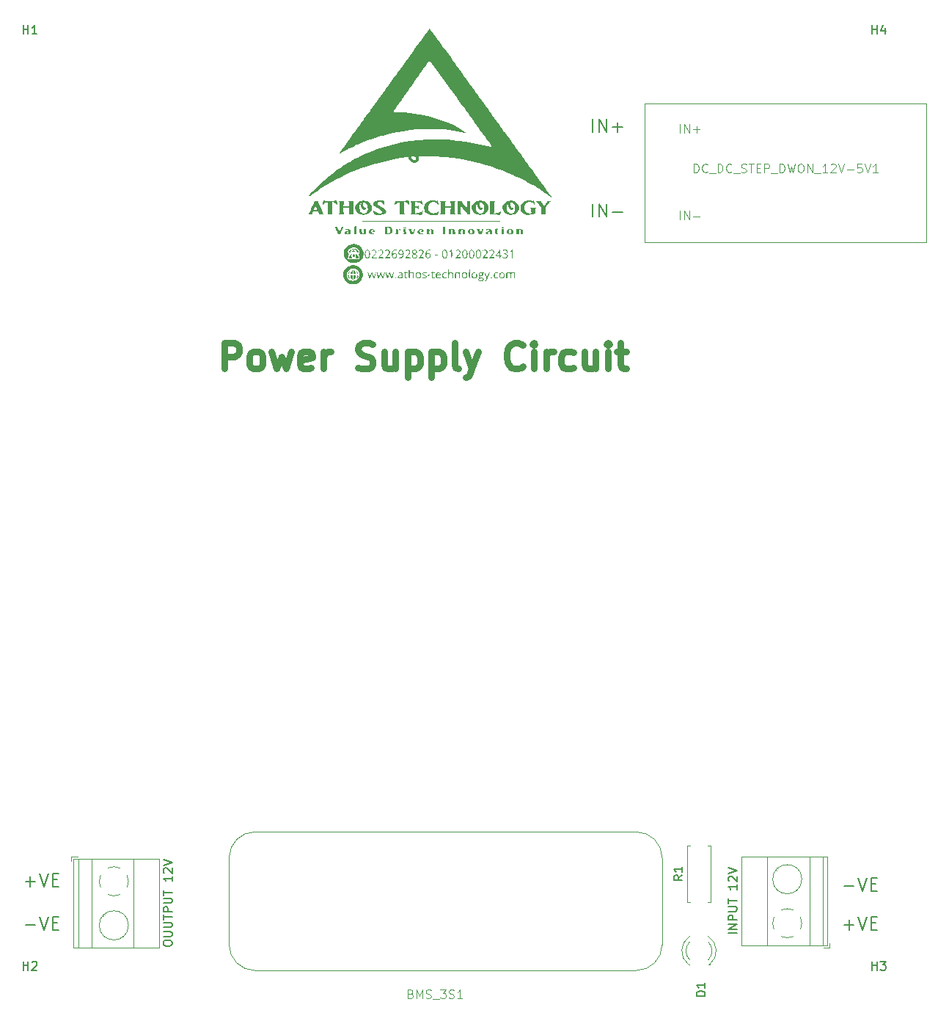
<source format=gbr>
%TF.GenerationSoftware,KiCad,Pcbnew,8.0.5*%
%TF.CreationDate,2024-11-10T22:21:36+02:00*%
%TF.ProjectId,PowerBoard,506f7765-7242-46f6-9172-642e6b696361,rev?*%
%TF.SameCoordinates,Original*%
%TF.FileFunction,Legend,Top*%
%TF.FilePolarity,Positive*%
%FSLAX46Y46*%
G04 Gerber Fmt 4.6, Leading zero omitted, Abs format (unit mm)*
G04 Created by KiCad (PCBNEW 8.0.5) date 2024-11-10 22:21:36*
%MOMM*%
%LPD*%
G01*
G04 APERTURE LIST*
%ADD10C,0.200000*%
%ADD11C,0.750000*%
%ADD12C,0.300000*%
%ADD13C,0.150000*%
%ADD14C,0.100000*%
%ADD15C,0.000000*%
%ADD16C,0.120000*%
G04 APERTURE END LIST*
D10*
X172488720Y-132234600D02*
X173631578Y-132234600D01*
X174131578Y-131306028D02*
X174631578Y-132806028D01*
X174631578Y-132806028D02*
X175131578Y-131306028D01*
X175631577Y-132020314D02*
X176131577Y-132020314D01*
X176345863Y-132806028D02*
X175631577Y-132806028D01*
X175631577Y-132806028D02*
X175631577Y-131306028D01*
X175631577Y-131306028D02*
X176345863Y-131306028D01*
D11*
X100957706Y-72593857D02*
X100957706Y-69593857D01*
X100957706Y-69593857D02*
X102100563Y-69593857D01*
X102100563Y-69593857D02*
X102386278Y-69736714D01*
X102386278Y-69736714D02*
X102529135Y-69879571D01*
X102529135Y-69879571D02*
X102671992Y-70165285D01*
X102671992Y-70165285D02*
X102671992Y-70593857D01*
X102671992Y-70593857D02*
X102529135Y-70879571D01*
X102529135Y-70879571D02*
X102386278Y-71022428D01*
X102386278Y-71022428D02*
X102100563Y-71165285D01*
X102100563Y-71165285D02*
X100957706Y-71165285D01*
X104386278Y-72593857D02*
X104100563Y-72451000D01*
X104100563Y-72451000D02*
X103957706Y-72308142D01*
X103957706Y-72308142D02*
X103814849Y-72022428D01*
X103814849Y-72022428D02*
X103814849Y-71165285D01*
X103814849Y-71165285D02*
X103957706Y-70879571D01*
X103957706Y-70879571D02*
X104100563Y-70736714D01*
X104100563Y-70736714D02*
X104386278Y-70593857D01*
X104386278Y-70593857D02*
X104814849Y-70593857D01*
X104814849Y-70593857D02*
X105100563Y-70736714D01*
X105100563Y-70736714D02*
X105243421Y-70879571D01*
X105243421Y-70879571D02*
X105386278Y-71165285D01*
X105386278Y-71165285D02*
X105386278Y-72022428D01*
X105386278Y-72022428D02*
X105243421Y-72308142D01*
X105243421Y-72308142D02*
X105100563Y-72451000D01*
X105100563Y-72451000D02*
X104814849Y-72593857D01*
X104814849Y-72593857D02*
X104386278Y-72593857D01*
X106386278Y-70593857D02*
X106957707Y-72593857D01*
X106957707Y-72593857D02*
X107529135Y-71165285D01*
X107529135Y-71165285D02*
X108100564Y-72593857D01*
X108100564Y-72593857D02*
X108671992Y-70593857D01*
X110957706Y-72451000D02*
X110671992Y-72593857D01*
X110671992Y-72593857D02*
X110100564Y-72593857D01*
X110100564Y-72593857D02*
X109814849Y-72451000D01*
X109814849Y-72451000D02*
X109671992Y-72165285D01*
X109671992Y-72165285D02*
X109671992Y-71022428D01*
X109671992Y-71022428D02*
X109814849Y-70736714D01*
X109814849Y-70736714D02*
X110100564Y-70593857D01*
X110100564Y-70593857D02*
X110671992Y-70593857D01*
X110671992Y-70593857D02*
X110957706Y-70736714D01*
X110957706Y-70736714D02*
X111100564Y-71022428D01*
X111100564Y-71022428D02*
X111100564Y-71308142D01*
X111100564Y-71308142D02*
X109671992Y-71593857D01*
X112386278Y-72593857D02*
X112386278Y-70593857D01*
X112386278Y-71165285D02*
X112529135Y-70879571D01*
X112529135Y-70879571D02*
X112671993Y-70736714D01*
X112671993Y-70736714D02*
X112957707Y-70593857D01*
X112957707Y-70593857D02*
X113243421Y-70593857D01*
X116386278Y-72451000D02*
X116814850Y-72593857D01*
X116814850Y-72593857D02*
X117529135Y-72593857D01*
X117529135Y-72593857D02*
X117814850Y-72451000D01*
X117814850Y-72451000D02*
X117957707Y-72308142D01*
X117957707Y-72308142D02*
X118100564Y-72022428D01*
X118100564Y-72022428D02*
X118100564Y-71736714D01*
X118100564Y-71736714D02*
X117957707Y-71451000D01*
X117957707Y-71451000D02*
X117814850Y-71308142D01*
X117814850Y-71308142D02*
X117529135Y-71165285D01*
X117529135Y-71165285D02*
X116957707Y-71022428D01*
X116957707Y-71022428D02*
X116671992Y-70879571D01*
X116671992Y-70879571D02*
X116529135Y-70736714D01*
X116529135Y-70736714D02*
X116386278Y-70451000D01*
X116386278Y-70451000D02*
X116386278Y-70165285D01*
X116386278Y-70165285D02*
X116529135Y-69879571D01*
X116529135Y-69879571D02*
X116671992Y-69736714D01*
X116671992Y-69736714D02*
X116957707Y-69593857D01*
X116957707Y-69593857D02*
X117671992Y-69593857D01*
X117671992Y-69593857D02*
X118100564Y-69736714D01*
X120671993Y-70593857D02*
X120671993Y-72593857D01*
X119386278Y-70593857D02*
X119386278Y-72165285D01*
X119386278Y-72165285D02*
X119529135Y-72451000D01*
X119529135Y-72451000D02*
X119814850Y-72593857D01*
X119814850Y-72593857D02*
X120243421Y-72593857D01*
X120243421Y-72593857D02*
X120529135Y-72451000D01*
X120529135Y-72451000D02*
X120671993Y-72308142D01*
X122100564Y-70593857D02*
X122100564Y-73593857D01*
X122100564Y-70736714D02*
X122386279Y-70593857D01*
X122386279Y-70593857D02*
X122957707Y-70593857D01*
X122957707Y-70593857D02*
X123243421Y-70736714D01*
X123243421Y-70736714D02*
X123386279Y-70879571D01*
X123386279Y-70879571D02*
X123529136Y-71165285D01*
X123529136Y-71165285D02*
X123529136Y-72022428D01*
X123529136Y-72022428D02*
X123386279Y-72308142D01*
X123386279Y-72308142D02*
X123243421Y-72451000D01*
X123243421Y-72451000D02*
X122957707Y-72593857D01*
X122957707Y-72593857D02*
X122386279Y-72593857D01*
X122386279Y-72593857D02*
X122100564Y-72451000D01*
X124814850Y-70593857D02*
X124814850Y-73593857D01*
X124814850Y-70736714D02*
X125100565Y-70593857D01*
X125100565Y-70593857D02*
X125671993Y-70593857D01*
X125671993Y-70593857D02*
X125957707Y-70736714D01*
X125957707Y-70736714D02*
X126100565Y-70879571D01*
X126100565Y-70879571D02*
X126243422Y-71165285D01*
X126243422Y-71165285D02*
X126243422Y-72022428D01*
X126243422Y-72022428D02*
X126100565Y-72308142D01*
X126100565Y-72308142D02*
X125957707Y-72451000D01*
X125957707Y-72451000D02*
X125671993Y-72593857D01*
X125671993Y-72593857D02*
X125100565Y-72593857D01*
X125100565Y-72593857D02*
X124814850Y-72451000D01*
X127957708Y-72593857D02*
X127671993Y-72451000D01*
X127671993Y-72451000D02*
X127529136Y-72165285D01*
X127529136Y-72165285D02*
X127529136Y-69593857D01*
X128814851Y-70593857D02*
X129529137Y-72593857D01*
X130243422Y-70593857D02*
X129529137Y-72593857D01*
X129529137Y-72593857D02*
X129243422Y-73308142D01*
X129243422Y-73308142D02*
X129100565Y-73451000D01*
X129100565Y-73451000D02*
X128814851Y-73593857D01*
X135386279Y-72308142D02*
X135243422Y-72451000D01*
X135243422Y-72451000D02*
X134814850Y-72593857D01*
X134814850Y-72593857D02*
X134529136Y-72593857D01*
X134529136Y-72593857D02*
X134100565Y-72451000D01*
X134100565Y-72451000D02*
X133814850Y-72165285D01*
X133814850Y-72165285D02*
X133671993Y-71879571D01*
X133671993Y-71879571D02*
X133529136Y-71308142D01*
X133529136Y-71308142D02*
X133529136Y-70879571D01*
X133529136Y-70879571D02*
X133671993Y-70308142D01*
X133671993Y-70308142D02*
X133814850Y-70022428D01*
X133814850Y-70022428D02*
X134100565Y-69736714D01*
X134100565Y-69736714D02*
X134529136Y-69593857D01*
X134529136Y-69593857D02*
X134814850Y-69593857D01*
X134814850Y-69593857D02*
X135243422Y-69736714D01*
X135243422Y-69736714D02*
X135386279Y-69879571D01*
X136671993Y-72593857D02*
X136671993Y-70593857D01*
X136671993Y-69593857D02*
X136529136Y-69736714D01*
X136529136Y-69736714D02*
X136671993Y-69879571D01*
X136671993Y-69879571D02*
X136814850Y-69736714D01*
X136814850Y-69736714D02*
X136671993Y-69593857D01*
X136671993Y-69593857D02*
X136671993Y-69879571D01*
X138100564Y-72593857D02*
X138100564Y-70593857D01*
X138100564Y-71165285D02*
X138243421Y-70879571D01*
X138243421Y-70879571D02*
X138386279Y-70736714D01*
X138386279Y-70736714D02*
X138671993Y-70593857D01*
X138671993Y-70593857D02*
X138957707Y-70593857D01*
X141243422Y-72451000D02*
X140957707Y-72593857D01*
X140957707Y-72593857D02*
X140386279Y-72593857D01*
X140386279Y-72593857D02*
X140100564Y-72451000D01*
X140100564Y-72451000D02*
X139957707Y-72308142D01*
X139957707Y-72308142D02*
X139814850Y-72022428D01*
X139814850Y-72022428D02*
X139814850Y-71165285D01*
X139814850Y-71165285D02*
X139957707Y-70879571D01*
X139957707Y-70879571D02*
X140100564Y-70736714D01*
X140100564Y-70736714D02*
X140386279Y-70593857D01*
X140386279Y-70593857D02*
X140957707Y-70593857D01*
X140957707Y-70593857D02*
X141243422Y-70736714D01*
X143814851Y-70593857D02*
X143814851Y-72593857D01*
X142529136Y-70593857D02*
X142529136Y-72165285D01*
X142529136Y-72165285D02*
X142671993Y-72451000D01*
X142671993Y-72451000D02*
X142957708Y-72593857D01*
X142957708Y-72593857D02*
X143386279Y-72593857D01*
X143386279Y-72593857D02*
X143671993Y-72451000D01*
X143671993Y-72451000D02*
X143814851Y-72308142D01*
X145243422Y-72593857D02*
X145243422Y-70593857D01*
X145243422Y-69593857D02*
X145100565Y-69736714D01*
X145100565Y-69736714D02*
X145243422Y-69879571D01*
X145243422Y-69879571D02*
X145386279Y-69736714D01*
X145386279Y-69736714D02*
X145243422Y-69593857D01*
X145243422Y-69593857D02*
X145243422Y-69879571D01*
X146243422Y-70593857D02*
X147386279Y-70593857D01*
X146671993Y-69593857D02*
X146671993Y-72165285D01*
X146671993Y-72165285D02*
X146814850Y-72451000D01*
X146814850Y-72451000D02*
X147100565Y-72593857D01*
X147100565Y-72593857D02*
X147386279Y-72593857D01*
D10*
X143488720Y-55056028D02*
X143488720Y-53556028D01*
X144203006Y-55056028D02*
X144203006Y-53556028D01*
X144203006Y-53556028D02*
X145060149Y-55056028D01*
X145060149Y-55056028D02*
X145060149Y-53556028D01*
X145774435Y-54484600D02*
X146917293Y-54484600D01*
X143488720Y-45306028D02*
X143488720Y-43806028D01*
X144203006Y-45306028D02*
X144203006Y-43806028D01*
X144203006Y-43806028D02*
X145060149Y-45306028D01*
X145060149Y-45306028D02*
X145060149Y-43806028D01*
X145774435Y-44734600D02*
X146917293Y-44734600D01*
X146345864Y-45306028D02*
X146345864Y-44163171D01*
X77988720Y-131734600D02*
X79131578Y-131734600D01*
X78560149Y-132306028D02*
X78560149Y-131163171D01*
X79631578Y-130806028D02*
X80131578Y-132306028D01*
X80131578Y-132306028D02*
X80631578Y-130806028D01*
X81131577Y-131520314D02*
X81631577Y-131520314D01*
X81845863Y-132306028D02*
X81131577Y-132306028D01*
X81131577Y-132306028D02*
X81131577Y-130806028D01*
X81131577Y-130806028D02*
X81845863Y-130806028D01*
X77988720Y-136734600D02*
X79131578Y-136734600D01*
X79631578Y-135806028D02*
X80131578Y-137306028D01*
X80131578Y-137306028D02*
X80631578Y-135806028D01*
X81131577Y-136520314D02*
X81631577Y-136520314D01*
X81845863Y-137306028D02*
X81131577Y-137306028D01*
X81131577Y-137306028D02*
X81131577Y-135806028D01*
X81131577Y-135806028D02*
X81845863Y-135806028D01*
X172488720Y-136734600D02*
X173631578Y-136734600D01*
X173060149Y-137306028D02*
X173060149Y-136163171D01*
X174131578Y-135806028D02*
X174631578Y-137306028D01*
X174631578Y-137306028D02*
X175131578Y-135806028D01*
X175631577Y-136520314D02*
X176131577Y-136520314D01*
X176345863Y-137306028D02*
X175631577Y-137306028D01*
X175631577Y-137306028D02*
X175631577Y-135806028D01*
X175631577Y-135806028D02*
X176345863Y-135806028D01*
D12*
X123178572Y-47249757D02*
X123035715Y-47178328D01*
X123035715Y-47178328D02*
X122821429Y-47178328D01*
X122821429Y-47178328D02*
X122607143Y-47249757D01*
X122607143Y-47249757D02*
X122464286Y-47392614D01*
X122464286Y-47392614D02*
X122392857Y-47535471D01*
X122392857Y-47535471D02*
X122321429Y-47821185D01*
X122321429Y-47821185D02*
X122321429Y-48035471D01*
X122321429Y-48035471D02*
X122392857Y-48321185D01*
X122392857Y-48321185D02*
X122464286Y-48464042D01*
X122464286Y-48464042D02*
X122607143Y-48606900D01*
X122607143Y-48606900D02*
X122821429Y-48678328D01*
X122821429Y-48678328D02*
X122964286Y-48678328D01*
X122964286Y-48678328D02*
X123178572Y-48606900D01*
X123178572Y-48606900D02*
X123250000Y-48535471D01*
X123250000Y-48535471D02*
X123250000Y-48035471D01*
X123250000Y-48035471D02*
X122964286Y-48035471D01*
X124107143Y-47178328D02*
X124107143Y-47535471D01*
X123750000Y-47392614D02*
X124107143Y-47535471D01*
X124107143Y-47535471D02*
X124464286Y-47392614D01*
X123892857Y-47821185D02*
X124107143Y-47535471D01*
X124107143Y-47535471D02*
X124321429Y-47821185D01*
X125250000Y-47178328D02*
X125250000Y-47535471D01*
X124892857Y-47392614D02*
X125250000Y-47535471D01*
X125250000Y-47535471D02*
X125607143Y-47392614D01*
X125035714Y-47821185D02*
X125250000Y-47535471D01*
X125250000Y-47535471D02*
X125464286Y-47821185D01*
X126392857Y-47178328D02*
X126392857Y-47535471D01*
X126035714Y-47392614D02*
X126392857Y-47535471D01*
X126392857Y-47535471D02*
X126750000Y-47392614D01*
X126178571Y-47821185D02*
X126392857Y-47535471D01*
X126392857Y-47535471D02*
X126607143Y-47821185D01*
D13*
X77738095Y-141954819D02*
X77738095Y-140954819D01*
X77738095Y-141431009D02*
X78309523Y-141431009D01*
X78309523Y-141954819D02*
X78309523Y-140954819D01*
X78738095Y-141050057D02*
X78785714Y-141002438D01*
X78785714Y-141002438D02*
X78880952Y-140954819D01*
X78880952Y-140954819D02*
X79119047Y-140954819D01*
X79119047Y-140954819D02*
X79214285Y-141002438D01*
X79214285Y-141002438D02*
X79261904Y-141050057D01*
X79261904Y-141050057D02*
X79309523Y-141145295D01*
X79309523Y-141145295D02*
X79309523Y-141240533D01*
X79309523Y-141240533D02*
X79261904Y-141383390D01*
X79261904Y-141383390D02*
X78690476Y-141954819D01*
X78690476Y-141954819D02*
X79309523Y-141954819D01*
X93909819Y-138935476D02*
X93909819Y-138745000D01*
X93909819Y-138745000D02*
X93957438Y-138649762D01*
X93957438Y-138649762D02*
X94052676Y-138554524D01*
X94052676Y-138554524D02*
X94243152Y-138506905D01*
X94243152Y-138506905D02*
X94576485Y-138506905D01*
X94576485Y-138506905D02*
X94766961Y-138554524D01*
X94766961Y-138554524D02*
X94862200Y-138649762D01*
X94862200Y-138649762D02*
X94909819Y-138745000D01*
X94909819Y-138745000D02*
X94909819Y-138935476D01*
X94909819Y-138935476D02*
X94862200Y-139030714D01*
X94862200Y-139030714D02*
X94766961Y-139125952D01*
X94766961Y-139125952D02*
X94576485Y-139173571D01*
X94576485Y-139173571D02*
X94243152Y-139173571D01*
X94243152Y-139173571D02*
X94052676Y-139125952D01*
X94052676Y-139125952D02*
X93957438Y-139030714D01*
X93957438Y-139030714D02*
X93909819Y-138935476D01*
X93909819Y-138078333D02*
X94719342Y-138078333D01*
X94719342Y-138078333D02*
X94814580Y-138030714D01*
X94814580Y-138030714D02*
X94862200Y-137983095D01*
X94862200Y-137983095D02*
X94909819Y-137887857D01*
X94909819Y-137887857D02*
X94909819Y-137697381D01*
X94909819Y-137697381D02*
X94862200Y-137602143D01*
X94862200Y-137602143D02*
X94814580Y-137554524D01*
X94814580Y-137554524D02*
X94719342Y-137506905D01*
X94719342Y-137506905D02*
X93909819Y-137506905D01*
X93909819Y-137030714D02*
X94719342Y-137030714D01*
X94719342Y-137030714D02*
X94814580Y-136983095D01*
X94814580Y-136983095D02*
X94862200Y-136935476D01*
X94862200Y-136935476D02*
X94909819Y-136840238D01*
X94909819Y-136840238D02*
X94909819Y-136649762D01*
X94909819Y-136649762D02*
X94862200Y-136554524D01*
X94862200Y-136554524D02*
X94814580Y-136506905D01*
X94814580Y-136506905D02*
X94719342Y-136459286D01*
X94719342Y-136459286D02*
X93909819Y-136459286D01*
X93909819Y-136125952D02*
X93909819Y-135554524D01*
X94909819Y-135840238D02*
X93909819Y-135840238D01*
X94909819Y-135221190D02*
X93909819Y-135221190D01*
X93909819Y-135221190D02*
X93909819Y-134840238D01*
X93909819Y-134840238D02*
X93957438Y-134745000D01*
X93957438Y-134745000D02*
X94005057Y-134697381D01*
X94005057Y-134697381D02*
X94100295Y-134649762D01*
X94100295Y-134649762D02*
X94243152Y-134649762D01*
X94243152Y-134649762D02*
X94338390Y-134697381D01*
X94338390Y-134697381D02*
X94386009Y-134745000D01*
X94386009Y-134745000D02*
X94433628Y-134840238D01*
X94433628Y-134840238D02*
X94433628Y-135221190D01*
X93909819Y-134221190D02*
X94719342Y-134221190D01*
X94719342Y-134221190D02*
X94814580Y-134173571D01*
X94814580Y-134173571D02*
X94862200Y-134125952D01*
X94862200Y-134125952D02*
X94909819Y-134030714D01*
X94909819Y-134030714D02*
X94909819Y-133840238D01*
X94909819Y-133840238D02*
X94862200Y-133745000D01*
X94862200Y-133745000D02*
X94814580Y-133697381D01*
X94814580Y-133697381D02*
X94719342Y-133649762D01*
X94719342Y-133649762D02*
X93909819Y-133649762D01*
X93909819Y-133316428D02*
X93909819Y-132745000D01*
X94909819Y-133030714D02*
X93909819Y-133030714D01*
X94909819Y-131125952D02*
X94909819Y-131697380D01*
X94909819Y-131411666D02*
X93909819Y-131411666D01*
X93909819Y-131411666D02*
X94052676Y-131506904D01*
X94052676Y-131506904D02*
X94147914Y-131602142D01*
X94147914Y-131602142D02*
X94195533Y-131697380D01*
X94005057Y-130744999D02*
X93957438Y-130697380D01*
X93957438Y-130697380D02*
X93909819Y-130602142D01*
X93909819Y-130602142D02*
X93909819Y-130364047D01*
X93909819Y-130364047D02*
X93957438Y-130268809D01*
X93957438Y-130268809D02*
X94005057Y-130221190D01*
X94005057Y-130221190D02*
X94100295Y-130173571D01*
X94100295Y-130173571D02*
X94195533Y-130173571D01*
X94195533Y-130173571D02*
X94338390Y-130221190D01*
X94338390Y-130221190D02*
X94909819Y-130792618D01*
X94909819Y-130792618D02*
X94909819Y-130173571D01*
X93909819Y-129887856D02*
X94909819Y-129554523D01*
X94909819Y-129554523D02*
X93909819Y-129221190D01*
X160129819Y-137695475D02*
X159129819Y-137695475D01*
X160129819Y-137219285D02*
X159129819Y-137219285D01*
X159129819Y-137219285D02*
X160129819Y-136647857D01*
X160129819Y-136647857D02*
X159129819Y-136647857D01*
X160129819Y-136171666D02*
X159129819Y-136171666D01*
X159129819Y-136171666D02*
X159129819Y-135790714D01*
X159129819Y-135790714D02*
X159177438Y-135695476D01*
X159177438Y-135695476D02*
X159225057Y-135647857D01*
X159225057Y-135647857D02*
X159320295Y-135600238D01*
X159320295Y-135600238D02*
X159463152Y-135600238D01*
X159463152Y-135600238D02*
X159558390Y-135647857D01*
X159558390Y-135647857D02*
X159606009Y-135695476D01*
X159606009Y-135695476D02*
X159653628Y-135790714D01*
X159653628Y-135790714D02*
X159653628Y-136171666D01*
X159129819Y-135171666D02*
X159939342Y-135171666D01*
X159939342Y-135171666D02*
X160034580Y-135124047D01*
X160034580Y-135124047D02*
X160082200Y-135076428D01*
X160082200Y-135076428D02*
X160129819Y-134981190D01*
X160129819Y-134981190D02*
X160129819Y-134790714D01*
X160129819Y-134790714D02*
X160082200Y-134695476D01*
X160082200Y-134695476D02*
X160034580Y-134647857D01*
X160034580Y-134647857D02*
X159939342Y-134600238D01*
X159939342Y-134600238D02*
X159129819Y-134600238D01*
X159129819Y-134266904D02*
X159129819Y-133695476D01*
X160129819Y-133981190D02*
X159129819Y-133981190D01*
X160129819Y-132076428D02*
X160129819Y-132647856D01*
X160129819Y-132362142D02*
X159129819Y-132362142D01*
X159129819Y-132362142D02*
X159272676Y-132457380D01*
X159272676Y-132457380D02*
X159367914Y-132552618D01*
X159367914Y-132552618D02*
X159415533Y-132647856D01*
X159225057Y-131695475D02*
X159177438Y-131647856D01*
X159177438Y-131647856D02*
X159129819Y-131552618D01*
X159129819Y-131552618D02*
X159129819Y-131314523D01*
X159129819Y-131314523D02*
X159177438Y-131219285D01*
X159177438Y-131219285D02*
X159225057Y-131171666D01*
X159225057Y-131171666D02*
X159320295Y-131124047D01*
X159320295Y-131124047D02*
X159415533Y-131124047D01*
X159415533Y-131124047D02*
X159558390Y-131171666D01*
X159558390Y-131171666D02*
X160129819Y-131743094D01*
X160129819Y-131743094D02*
X160129819Y-131124047D01*
X159129819Y-130838332D02*
X160129819Y-130504999D01*
X160129819Y-130504999D02*
X159129819Y-130171666D01*
D14*
X122464285Y-144683609D02*
X122607142Y-144731228D01*
X122607142Y-144731228D02*
X122654761Y-144778847D01*
X122654761Y-144778847D02*
X122702380Y-144874085D01*
X122702380Y-144874085D02*
X122702380Y-145016942D01*
X122702380Y-145016942D02*
X122654761Y-145112180D01*
X122654761Y-145112180D02*
X122607142Y-145159800D01*
X122607142Y-145159800D02*
X122511904Y-145207419D01*
X122511904Y-145207419D02*
X122130952Y-145207419D01*
X122130952Y-145207419D02*
X122130952Y-144207419D01*
X122130952Y-144207419D02*
X122464285Y-144207419D01*
X122464285Y-144207419D02*
X122559523Y-144255038D01*
X122559523Y-144255038D02*
X122607142Y-144302657D01*
X122607142Y-144302657D02*
X122654761Y-144397895D01*
X122654761Y-144397895D02*
X122654761Y-144493133D01*
X122654761Y-144493133D02*
X122607142Y-144588371D01*
X122607142Y-144588371D02*
X122559523Y-144635990D01*
X122559523Y-144635990D02*
X122464285Y-144683609D01*
X122464285Y-144683609D02*
X122130952Y-144683609D01*
X123130952Y-145207419D02*
X123130952Y-144207419D01*
X123130952Y-144207419D02*
X123464285Y-144921704D01*
X123464285Y-144921704D02*
X123797618Y-144207419D01*
X123797618Y-144207419D02*
X123797618Y-145207419D01*
X124226190Y-145159800D02*
X124369047Y-145207419D01*
X124369047Y-145207419D02*
X124607142Y-145207419D01*
X124607142Y-145207419D02*
X124702380Y-145159800D01*
X124702380Y-145159800D02*
X124749999Y-145112180D01*
X124749999Y-145112180D02*
X124797618Y-145016942D01*
X124797618Y-145016942D02*
X124797618Y-144921704D01*
X124797618Y-144921704D02*
X124749999Y-144826466D01*
X124749999Y-144826466D02*
X124702380Y-144778847D01*
X124702380Y-144778847D02*
X124607142Y-144731228D01*
X124607142Y-144731228D02*
X124416666Y-144683609D01*
X124416666Y-144683609D02*
X124321428Y-144635990D01*
X124321428Y-144635990D02*
X124273809Y-144588371D01*
X124273809Y-144588371D02*
X124226190Y-144493133D01*
X124226190Y-144493133D02*
X124226190Y-144397895D01*
X124226190Y-144397895D02*
X124273809Y-144302657D01*
X124273809Y-144302657D02*
X124321428Y-144255038D01*
X124321428Y-144255038D02*
X124416666Y-144207419D01*
X124416666Y-144207419D02*
X124654761Y-144207419D01*
X124654761Y-144207419D02*
X124797618Y-144255038D01*
X124988095Y-145302657D02*
X125749999Y-145302657D01*
X125892857Y-144207419D02*
X126511904Y-144207419D01*
X126511904Y-144207419D02*
X126178571Y-144588371D01*
X126178571Y-144588371D02*
X126321428Y-144588371D01*
X126321428Y-144588371D02*
X126416666Y-144635990D01*
X126416666Y-144635990D02*
X126464285Y-144683609D01*
X126464285Y-144683609D02*
X126511904Y-144778847D01*
X126511904Y-144778847D02*
X126511904Y-145016942D01*
X126511904Y-145016942D02*
X126464285Y-145112180D01*
X126464285Y-145112180D02*
X126416666Y-145159800D01*
X126416666Y-145159800D02*
X126321428Y-145207419D01*
X126321428Y-145207419D02*
X126035714Y-145207419D01*
X126035714Y-145207419D02*
X125940476Y-145159800D01*
X125940476Y-145159800D02*
X125892857Y-145112180D01*
X126892857Y-145159800D02*
X127035714Y-145207419D01*
X127035714Y-145207419D02*
X127273809Y-145207419D01*
X127273809Y-145207419D02*
X127369047Y-145159800D01*
X127369047Y-145159800D02*
X127416666Y-145112180D01*
X127416666Y-145112180D02*
X127464285Y-145016942D01*
X127464285Y-145016942D02*
X127464285Y-144921704D01*
X127464285Y-144921704D02*
X127416666Y-144826466D01*
X127416666Y-144826466D02*
X127369047Y-144778847D01*
X127369047Y-144778847D02*
X127273809Y-144731228D01*
X127273809Y-144731228D02*
X127083333Y-144683609D01*
X127083333Y-144683609D02*
X126988095Y-144635990D01*
X126988095Y-144635990D02*
X126940476Y-144588371D01*
X126940476Y-144588371D02*
X126892857Y-144493133D01*
X126892857Y-144493133D02*
X126892857Y-144397895D01*
X126892857Y-144397895D02*
X126940476Y-144302657D01*
X126940476Y-144302657D02*
X126988095Y-144255038D01*
X126988095Y-144255038D02*
X127083333Y-144207419D01*
X127083333Y-144207419D02*
X127321428Y-144207419D01*
X127321428Y-144207419D02*
X127464285Y-144255038D01*
X128416666Y-145207419D02*
X127845238Y-145207419D01*
X128130952Y-145207419D02*
X128130952Y-144207419D01*
X128130952Y-144207419D02*
X128035714Y-144350276D01*
X128035714Y-144350276D02*
X127940476Y-144445514D01*
X127940476Y-144445514D02*
X127845238Y-144493133D01*
D13*
X156454819Y-144948094D02*
X155454819Y-144948094D01*
X155454819Y-144948094D02*
X155454819Y-144709999D01*
X155454819Y-144709999D02*
X155502438Y-144567142D01*
X155502438Y-144567142D02*
X155597676Y-144471904D01*
X155597676Y-144471904D02*
X155692914Y-144424285D01*
X155692914Y-144424285D02*
X155883390Y-144376666D01*
X155883390Y-144376666D02*
X156026247Y-144376666D01*
X156026247Y-144376666D02*
X156216723Y-144424285D01*
X156216723Y-144424285D02*
X156311961Y-144471904D01*
X156311961Y-144471904D02*
X156407200Y-144567142D01*
X156407200Y-144567142D02*
X156454819Y-144709999D01*
X156454819Y-144709999D02*
X156454819Y-144948094D01*
X156454819Y-143424285D02*
X156454819Y-143995713D01*
X156454819Y-143709999D02*
X155454819Y-143709999D01*
X155454819Y-143709999D02*
X155597676Y-143805237D01*
X155597676Y-143805237D02*
X155692914Y-143900475D01*
X155692914Y-143900475D02*
X155740533Y-143995713D01*
X77738095Y-33954819D02*
X77738095Y-32954819D01*
X77738095Y-33431009D02*
X78309523Y-33431009D01*
X78309523Y-33954819D02*
X78309523Y-32954819D01*
X79309523Y-33954819D02*
X78738095Y-33954819D01*
X79023809Y-33954819D02*
X79023809Y-32954819D01*
X79023809Y-32954819D02*
X78928571Y-33097676D01*
X78928571Y-33097676D02*
X78833333Y-33192914D01*
X78833333Y-33192914D02*
X78738095Y-33240533D01*
X153834819Y-131001666D02*
X153358628Y-131334999D01*
X153834819Y-131573094D02*
X152834819Y-131573094D01*
X152834819Y-131573094D02*
X152834819Y-131192142D01*
X152834819Y-131192142D02*
X152882438Y-131096904D01*
X152882438Y-131096904D02*
X152930057Y-131049285D01*
X152930057Y-131049285D02*
X153025295Y-131001666D01*
X153025295Y-131001666D02*
X153168152Y-131001666D01*
X153168152Y-131001666D02*
X153263390Y-131049285D01*
X153263390Y-131049285D02*
X153311009Y-131096904D01*
X153311009Y-131096904D02*
X153358628Y-131192142D01*
X153358628Y-131192142D02*
X153358628Y-131573094D01*
X153834819Y-130049285D02*
X153834819Y-130620713D01*
X153834819Y-130334999D02*
X152834819Y-130334999D01*
X152834819Y-130334999D02*
X152977676Y-130430237D01*
X152977676Y-130430237D02*
X153072914Y-130525475D01*
X153072914Y-130525475D02*
X153120533Y-130620713D01*
X175738095Y-141954819D02*
X175738095Y-140954819D01*
X175738095Y-141431009D02*
X176309523Y-141431009D01*
X176309523Y-141954819D02*
X176309523Y-140954819D01*
X176690476Y-140954819D02*
X177309523Y-140954819D01*
X177309523Y-140954819D02*
X176976190Y-141335771D01*
X176976190Y-141335771D02*
X177119047Y-141335771D01*
X177119047Y-141335771D02*
X177214285Y-141383390D01*
X177214285Y-141383390D02*
X177261904Y-141431009D01*
X177261904Y-141431009D02*
X177309523Y-141526247D01*
X177309523Y-141526247D02*
X177309523Y-141764342D01*
X177309523Y-141764342D02*
X177261904Y-141859580D01*
X177261904Y-141859580D02*
X177214285Y-141907200D01*
X177214285Y-141907200D02*
X177119047Y-141954819D01*
X177119047Y-141954819D02*
X176833333Y-141954819D01*
X176833333Y-141954819D02*
X176738095Y-141907200D01*
X176738095Y-141907200D02*
X176690476Y-141859580D01*
D14*
X155154761Y-49957419D02*
X155154761Y-48957419D01*
X155154761Y-48957419D02*
X155392856Y-48957419D01*
X155392856Y-48957419D02*
X155535713Y-49005038D01*
X155535713Y-49005038D02*
X155630951Y-49100276D01*
X155630951Y-49100276D02*
X155678570Y-49195514D01*
X155678570Y-49195514D02*
X155726189Y-49385990D01*
X155726189Y-49385990D02*
X155726189Y-49528847D01*
X155726189Y-49528847D02*
X155678570Y-49719323D01*
X155678570Y-49719323D02*
X155630951Y-49814561D01*
X155630951Y-49814561D02*
X155535713Y-49909800D01*
X155535713Y-49909800D02*
X155392856Y-49957419D01*
X155392856Y-49957419D02*
X155154761Y-49957419D01*
X156726189Y-49862180D02*
X156678570Y-49909800D01*
X156678570Y-49909800D02*
X156535713Y-49957419D01*
X156535713Y-49957419D02*
X156440475Y-49957419D01*
X156440475Y-49957419D02*
X156297618Y-49909800D01*
X156297618Y-49909800D02*
X156202380Y-49814561D01*
X156202380Y-49814561D02*
X156154761Y-49719323D01*
X156154761Y-49719323D02*
X156107142Y-49528847D01*
X156107142Y-49528847D02*
X156107142Y-49385990D01*
X156107142Y-49385990D02*
X156154761Y-49195514D01*
X156154761Y-49195514D02*
X156202380Y-49100276D01*
X156202380Y-49100276D02*
X156297618Y-49005038D01*
X156297618Y-49005038D02*
X156440475Y-48957419D01*
X156440475Y-48957419D02*
X156535713Y-48957419D01*
X156535713Y-48957419D02*
X156678570Y-49005038D01*
X156678570Y-49005038D02*
X156726189Y-49052657D01*
X156916666Y-50052657D02*
X157678570Y-50052657D01*
X157916666Y-49957419D02*
X157916666Y-48957419D01*
X157916666Y-48957419D02*
X158154761Y-48957419D01*
X158154761Y-48957419D02*
X158297618Y-49005038D01*
X158297618Y-49005038D02*
X158392856Y-49100276D01*
X158392856Y-49100276D02*
X158440475Y-49195514D01*
X158440475Y-49195514D02*
X158488094Y-49385990D01*
X158488094Y-49385990D02*
X158488094Y-49528847D01*
X158488094Y-49528847D02*
X158440475Y-49719323D01*
X158440475Y-49719323D02*
X158392856Y-49814561D01*
X158392856Y-49814561D02*
X158297618Y-49909800D01*
X158297618Y-49909800D02*
X158154761Y-49957419D01*
X158154761Y-49957419D02*
X157916666Y-49957419D01*
X159488094Y-49862180D02*
X159440475Y-49909800D01*
X159440475Y-49909800D02*
X159297618Y-49957419D01*
X159297618Y-49957419D02*
X159202380Y-49957419D01*
X159202380Y-49957419D02*
X159059523Y-49909800D01*
X159059523Y-49909800D02*
X158964285Y-49814561D01*
X158964285Y-49814561D02*
X158916666Y-49719323D01*
X158916666Y-49719323D02*
X158869047Y-49528847D01*
X158869047Y-49528847D02*
X158869047Y-49385990D01*
X158869047Y-49385990D02*
X158916666Y-49195514D01*
X158916666Y-49195514D02*
X158964285Y-49100276D01*
X158964285Y-49100276D02*
X159059523Y-49005038D01*
X159059523Y-49005038D02*
X159202380Y-48957419D01*
X159202380Y-48957419D02*
X159297618Y-48957419D01*
X159297618Y-48957419D02*
X159440475Y-49005038D01*
X159440475Y-49005038D02*
X159488094Y-49052657D01*
X159678571Y-50052657D02*
X160440475Y-50052657D01*
X160630952Y-49909800D02*
X160773809Y-49957419D01*
X160773809Y-49957419D02*
X161011904Y-49957419D01*
X161011904Y-49957419D02*
X161107142Y-49909800D01*
X161107142Y-49909800D02*
X161154761Y-49862180D01*
X161154761Y-49862180D02*
X161202380Y-49766942D01*
X161202380Y-49766942D02*
X161202380Y-49671704D01*
X161202380Y-49671704D02*
X161154761Y-49576466D01*
X161154761Y-49576466D02*
X161107142Y-49528847D01*
X161107142Y-49528847D02*
X161011904Y-49481228D01*
X161011904Y-49481228D02*
X160821428Y-49433609D01*
X160821428Y-49433609D02*
X160726190Y-49385990D01*
X160726190Y-49385990D02*
X160678571Y-49338371D01*
X160678571Y-49338371D02*
X160630952Y-49243133D01*
X160630952Y-49243133D02*
X160630952Y-49147895D01*
X160630952Y-49147895D02*
X160678571Y-49052657D01*
X160678571Y-49052657D02*
X160726190Y-49005038D01*
X160726190Y-49005038D02*
X160821428Y-48957419D01*
X160821428Y-48957419D02*
X161059523Y-48957419D01*
X161059523Y-48957419D02*
X161202380Y-49005038D01*
X161488095Y-48957419D02*
X162059523Y-48957419D01*
X161773809Y-49957419D02*
X161773809Y-48957419D01*
X162392857Y-49433609D02*
X162726190Y-49433609D01*
X162869047Y-49957419D02*
X162392857Y-49957419D01*
X162392857Y-49957419D02*
X162392857Y-48957419D01*
X162392857Y-48957419D02*
X162869047Y-48957419D01*
X163297619Y-49957419D02*
X163297619Y-48957419D01*
X163297619Y-48957419D02*
X163678571Y-48957419D01*
X163678571Y-48957419D02*
X163773809Y-49005038D01*
X163773809Y-49005038D02*
X163821428Y-49052657D01*
X163821428Y-49052657D02*
X163869047Y-49147895D01*
X163869047Y-49147895D02*
X163869047Y-49290752D01*
X163869047Y-49290752D02*
X163821428Y-49385990D01*
X163821428Y-49385990D02*
X163773809Y-49433609D01*
X163773809Y-49433609D02*
X163678571Y-49481228D01*
X163678571Y-49481228D02*
X163297619Y-49481228D01*
X164059524Y-50052657D02*
X164821428Y-50052657D01*
X165059524Y-49957419D02*
X165059524Y-48957419D01*
X165059524Y-48957419D02*
X165297619Y-48957419D01*
X165297619Y-48957419D02*
X165440476Y-49005038D01*
X165440476Y-49005038D02*
X165535714Y-49100276D01*
X165535714Y-49100276D02*
X165583333Y-49195514D01*
X165583333Y-49195514D02*
X165630952Y-49385990D01*
X165630952Y-49385990D02*
X165630952Y-49528847D01*
X165630952Y-49528847D02*
X165583333Y-49719323D01*
X165583333Y-49719323D02*
X165535714Y-49814561D01*
X165535714Y-49814561D02*
X165440476Y-49909800D01*
X165440476Y-49909800D02*
X165297619Y-49957419D01*
X165297619Y-49957419D02*
X165059524Y-49957419D01*
X165964286Y-48957419D02*
X166202381Y-49957419D01*
X166202381Y-49957419D02*
X166392857Y-49243133D01*
X166392857Y-49243133D02*
X166583333Y-49957419D01*
X166583333Y-49957419D02*
X166821429Y-48957419D01*
X167392857Y-48957419D02*
X167583333Y-48957419D01*
X167583333Y-48957419D02*
X167678571Y-49005038D01*
X167678571Y-49005038D02*
X167773809Y-49100276D01*
X167773809Y-49100276D02*
X167821428Y-49290752D01*
X167821428Y-49290752D02*
X167821428Y-49624085D01*
X167821428Y-49624085D02*
X167773809Y-49814561D01*
X167773809Y-49814561D02*
X167678571Y-49909800D01*
X167678571Y-49909800D02*
X167583333Y-49957419D01*
X167583333Y-49957419D02*
X167392857Y-49957419D01*
X167392857Y-49957419D02*
X167297619Y-49909800D01*
X167297619Y-49909800D02*
X167202381Y-49814561D01*
X167202381Y-49814561D02*
X167154762Y-49624085D01*
X167154762Y-49624085D02*
X167154762Y-49290752D01*
X167154762Y-49290752D02*
X167202381Y-49100276D01*
X167202381Y-49100276D02*
X167297619Y-49005038D01*
X167297619Y-49005038D02*
X167392857Y-48957419D01*
X168250000Y-49957419D02*
X168250000Y-48957419D01*
X168250000Y-48957419D02*
X168821428Y-49957419D01*
X168821428Y-49957419D02*
X168821428Y-48957419D01*
X169059524Y-50052657D02*
X169821428Y-50052657D01*
X170583333Y-49957419D02*
X170011905Y-49957419D01*
X170297619Y-49957419D02*
X170297619Y-48957419D01*
X170297619Y-48957419D02*
X170202381Y-49100276D01*
X170202381Y-49100276D02*
X170107143Y-49195514D01*
X170107143Y-49195514D02*
X170011905Y-49243133D01*
X170964286Y-49052657D02*
X171011905Y-49005038D01*
X171011905Y-49005038D02*
X171107143Y-48957419D01*
X171107143Y-48957419D02*
X171345238Y-48957419D01*
X171345238Y-48957419D02*
X171440476Y-49005038D01*
X171440476Y-49005038D02*
X171488095Y-49052657D01*
X171488095Y-49052657D02*
X171535714Y-49147895D01*
X171535714Y-49147895D02*
X171535714Y-49243133D01*
X171535714Y-49243133D02*
X171488095Y-49385990D01*
X171488095Y-49385990D02*
X170916667Y-49957419D01*
X170916667Y-49957419D02*
X171535714Y-49957419D01*
X171821429Y-48957419D02*
X172154762Y-49957419D01*
X172154762Y-49957419D02*
X172488095Y-48957419D01*
X172821429Y-49576466D02*
X173583334Y-49576466D01*
X174535714Y-48957419D02*
X174059524Y-48957419D01*
X174059524Y-48957419D02*
X174011905Y-49433609D01*
X174011905Y-49433609D02*
X174059524Y-49385990D01*
X174059524Y-49385990D02*
X174154762Y-49338371D01*
X174154762Y-49338371D02*
X174392857Y-49338371D01*
X174392857Y-49338371D02*
X174488095Y-49385990D01*
X174488095Y-49385990D02*
X174535714Y-49433609D01*
X174535714Y-49433609D02*
X174583333Y-49528847D01*
X174583333Y-49528847D02*
X174583333Y-49766942D01*
X174583333Y-49766942D02*
X174535714Y-49862180D01*
X174535714Y-49862180D02*
X174488095Y-49909800D01*
X174488095Y-49909800D02*
X174392857Y-49957419D01*
X174392857Y-49957419D02*
X174154762Y-49957419D01*
X174154762Y-49957419D02*
X174059524Y-49909800D01*
X174059524Y-49909800D02*
X174011905Y-49862180D01*
X174869048Y-48957419D02*
X175202381Y-49957419D01*
X175202381Y-49957419D02*
X175535714Y-48957419D01*
X176392857Y-49957419D02*
X175821429Y-49957419D01*
X176107143Y-49957419D02*
X176107143Y-48957419D01*
X176107143Y-48957419D02*
X176011905Y-49100276D01*
X176011905Y-49100276D02*
X175916667Y-49195514D01*
X175916667Y-49195514D02*
X175821429Y-49243133D01*
X153553884Y-45372419D02*
X153553884Y-44372419D01*
X154030074Y-45372419D02*
X154030074Y-44372419D01*
X154030074Y-44372419D02*
X154601502Y-45372419D01*
X154601502Y-45372419D02*
X154601502Y-44372419D01*
X155077693Y-44991466D02*
X155839598Y-44991466D01*
X155458645Y-45372419D02*
X155458645Y-44610514D01*
X153553884Y-55372419D02*
X153553884Y-54372419D01*
X154030074Y-55372419D02*
X154030074Y-54372419D01*
X154030074Y-54372419D02*
X154601502Y-55372419D01*
X154601502Y-55372419D02*
X154601502Y-54372419D01*
X155077693Y-54991466D02*
X155839598Y-54991466D01*
D13*
X175738095Y-33954819D02*
X175738095Y-32954819D01*
X175738095Y-33431009D02*
X176309523Y-33431009D01*
X176309523Y-33954819D02*
X176309523Y-32954819D01*
X177214285Y-33288152D02*
X177214285Y-33954819D01*
X176976190Y-32907200D02*
X176738095Y-33621485D01*
X176738095Y-33621485D02*
X177357142Y-33621485D01*
D15*
%TO.C,G\u002A\u002A\u002A*%
G36*
X116107440Y-59157659D02*
G01*
X116093545Y-59171554D01*
X116079650Y-59157659D01*
X116093545Y-59143764D01*
X116107440Y-59157659D01*
G37*
G36*
X120727516Y-62038932D02*
G01*
X120779798Y-62066539D01*
X120790044Y-62103392D01*
X120767339Y-62153089D01*
X120727516Y-62167852D01*
X120681210Y-62164376D01*
X120665706Y-62125594D01*
X120664989Y-62103392D01*
X120673559Y-62050294D01*
X120708501Y-62037072D01*
X120727516Y-62038932D01*
G37*
G36*
X131787910Y-62038932D02*
G01*
X131840192Y-62066539D01*
X131850438Y-62103392D01*
X131827733Y-62153089D01*
X131787910Y-62167852D01*
X131741604Y-62164376D01*
X131726100Y-62125594D01*
X131725383Y-62103392D01*
X131733953Y-62050294D01*
X131768895Y-62037072D01*
X131787910Y-62038932D01*
G37*
G36*
X121801366Y-56244159D02*
G01*
X121848638Y-56271749D01*
X121920689Y-56318959D01*
X121855585Y-56369037D01*
X121804824Y-56404847D01*
X121776586Y-56419114D01*
X121746943Y-56403956D01*
X121697588Y-56369037D01*
X121632484Y-56318959D01*
X121704535Y-56271749D01*
X121759461Y-56241289D01*
X121801366Y-56244159D01*
G37*
G36*
X133111869Y-56244159D02*
G01*
X133159141Y-56271749D01*
X133231193Y-56318959D01*
X133166089Y-56369037D01*
X133115327Y-56404847D01*
X133087090Y-56419114D01*
X133057446Y-56403956D01*
X133008091Y-56369037D01*
X132942987Y-56318959D01*
X133015038Y-56271749D01*
X133069964Y-56241289D01*
X133111869Y-56244159D01*
G37*
G36*
X115736083Y-61202261D02*
G01*
X115743012Y-61246924D01*
X115745784Y-61332632D01*
X115746171Y-61419136D01*
X115746171Y-61672648D01*
X115622863Y-61672648D01*
X115499556Y-61672648D01*
X115515024Y-61568436D01*
X115542434Y-61469480D01*
X115591452Y-61359652D01*
X115650569Y-61261432D01*
X115702884Y-61201548D01*
X115723279Y-61190013D01*
X115736083Y-61202261D01*
G37*
G36*
X124661649Y-61759760D02*
G01*
X124709105Y-61772892D01*
X124722320Y-61797702D01*
X124697575Y-61830862D01*
X124641223Y-61839387D01*
X124569090Y-61843230D01*
X124523115Y-61851081D01*
X124464777Y-61852701D01*
X124451368Y-61848765D01*
X124419474Y-61812090D01*
X124416630Y-61795387D01*
X124432864Y-61771214D01*
X124487583Y-61758899D01*
X124569475Y-61756018D01*
X124661649Y-61759760D01*
G37*
G36*
X115950985Y-59390958D02*
G01*
X115999632Y-59453920D01*
X116023398Y-59537477D01*
X116024070Y-59553868D01*
X116004317Y-59647177D01*
X115952796Y-59706039D01*
X115881118Y-59723631D01*
X115800893Y-59693125D01*
X115794803Y-59688667D01*
X115753216Y-59627516D01*
X115745696Y-59547314D01*
X115767091Y-59465526D01*
X115812251Y-59399619D01*
X115876024Y-59367058D01*
X115889949Y-59366083D01*
X115950985Y-59390958D01*
G37*
G36*
X115949011Y-61196231D02*
G01*
X115996849Y-61258165D01*
X116045679Y-61344025D01*
X116086646Y-61439602D01*
X116096870Y-61470653D01*
X116125322Y-61572617D01*
X116131407Y-61632837D01*
X116110426Y-61662266D01*
X116057676Y-61671858D01*
X116010175Y-61672648D01*
X115885120Y-61672648D01*
X115885120Y-61422538D01*
X115887783Y-61312401D01*
X115894916Y-61227009D01*
X115905235Y-61178758D01*
X115911018Y-61172429D01*
X115949011Y-61196231D01*
G37*
G36*
X116085334Y-61816333D02*
G01*
X116125669Y-61837040D01*
X116134782Y-61883465D01*
X116116277Y-61965357D01*
X116093200Y-62036207D01*
X116056601Y-62120048D01*
X116007604Y-62203422D01*
X115956587Y-62271315D01*
X115913926Y-62308711D01*
X115902730Y-62311816D01*
X115894975Y-62286096D01*
X115888962Y-62217203D01*
X115885566Y-62117535D01*
X115885120Y-62061707D01*
X115885120Y-61811597D01*
X116010175Y-61811597D01*
X116085334Y-61816333D01*
G37*
G36*
X116399836Y-61830572D02*
G01*
X116412486Y-61883122D01*
X116387639Y-61962686D01*
X116331595Y-62054763D01*
X116273716Y-62128932D01*
X116227097Y-62178483D01*
X116198715Y-62197363D01*
X116195547Y-62179516D01*
X116199035Y-62169787D01*
X116213216Y-62122727D01*
X116233708Y-62041541D01*
X116249886Y-61971390D01*
X116272931Y-61880518D01*
X116295725Y-61832096D01*
X116326065Y-61813580D01*
X116349214Y-61811597D01*
X116399836Y-61830572D01*
G37*
G36*
X125541676Y-59424864D02*
G01*
X125593657Y-59436213D01*
X125611269Y-59458325D01*
X125611597Y-59463348D01*
X125598792Y-59487553D01*
X125553398Y-59500548D01*
X125464948Y-59504951D01*
X125444858Y-59505033D01*
X125348040Y-59501832D01*
X125296058Y-59490483D01*
X125278447Y-59468371D01*
X125278118Y-59463348D01*
X125290924Y-59439143D01*
X125336318Y-59426148D01*
X125424768Y-59421745D01*
X125444858Y-59421663D01*
X125541676Y-59424864D01*
G37*
G36*
X115445679Y-61302590D02*
G01*
X115436954Y-61356958D01*
X115424019Y-61400369D01*
X115396373Y-61493416D01*
X115374740Y-61577972D01*
X115370876Y-61596225D01*
X115347390Y-61653898D01*
X115297149Y-61672303D01*
X115284095Y-61672648D01*
X115234115Y-61666281D01*
X115222862Y-61635716D01*
X115230214Y-61596225D01*
X115256746Y-61527611D01*
X115302231Y-61445435D01*
X115355282Y-61367023D01*
X115404511Y-61309699D01*
X115430567Y-61291408D01*
X115445679Y-61302590D01*
G37*
G36*
X116223518Y-61306030D02*
G01*
X116262834Y-61344609D01*
X116307539Y-61397347D01*
X116348190Y-61454236D01*
X116369879Y-61492639D01*
X116406789Y-61588428D01*
X116406966Y-61646451D01*
X116369907Y-61671094D01*
X116349214Y-61672648D01*
X116311257Y-61665383D01*
X116285205Y-61635226D01*
X116263262Y-61569633D01*
X116249886Y-61512856D01*
X116227984Y-61418758D01*
X116208521Y-61343131D01*
X116198829Y-61311379D01*
X116199035Y-61291617D01*
X116223518Y-61306030D01*
G37*
G36*
X115326870Y-61818830D02*
G01*
X115353585Y-61849492D01*
X115374765Y-61917030D01*
X115382763Y-61952681D01*
X115405873Y-62045271D01*
X115430574Y-62121875D01*
X115441624Y-62147211D01*
X115457474Y-62191649D01*
X115442726Y-62200056D01*
X115405996Y-62175784D01*
X115355902Y-62122186D01*
X115346538Y-62110216D01*
X115288516Y-62021378D01*
X115242866Y-61928548D01*
X115219414Y-61852592D01*
X115218162Y-61837578D01*
X115241883Y-61817805D01*
X115285334Y-61811597D01*
X115326870Y-61818830D01*
G37*
G36*
X115746171Y-62061707D02*
G01*
X115744950Y-62171854D01*
X115741680Y-62257251D01*
X115736948Y-62305496D01*
X115734299Y-62311816D01*
X115711241Y-62292352D01*
X115666294Y-62242994D01*
X115639949Y-62211756D01*
X115585559Y-62133121D01*
X115548232Y-62056137D01*
X115542004Y-62034363D01*
X115522956Y-61946167D01*
X115508287Y-61884314D01*
X115500525Y-61840056D01*
X115515110Y-61818793D01*
X115564751Y-61812110D01*
X115618103Y-61811597D01*
X115746171Y-61811597D01*
X115746171Y-62061707D01*
G37*
G36*
X115691822Y-59319904D02*
G01*
X115660606Y-59377445D01*
X115657434Y-59382833D01*
X115616729Y-59500076D01*
X115619971Y-59624435D01*
X115665385Y-59736570D01*
X115693157Y-59771769D01*
X115755859Y-59838512D01*
X115542590Y-59838512D01*
X115434948Y-59837502D01*
X115371363Y-59832217D01*
X115340321Y-59819277D01*
X115330308Y-59795302D01*
X115329593Y-59775985D01*
X115353322Y-59657592D01*
X115415478Y-59533034D01*
X115503944Y-59419263D01*
X115606603Y-59333231D01*
X115667872Y-59302723D01*
X115693816Y-59298274D01*
X115691822Y-59319904D01*
G37*
G36*
X116190810Y-56580009D02*
G01*
X116192835Y-56767965D01*
X116199050Y-56903247D01*
X116209659Y-56988619D01*
X116224158Y-57026171D01*
X116230295Y-57044155D01*
X116199257Y-57054591D01*
X116123708Y-57059046D01*
X116067910Y-57059519D01*
X115968840Y-57057951D01*
X115916269Y-57051715D01*
X115901166Y-57038509D01*
X115911398Y-57019656D01*
X115926150Y-56976720D01*
X115935332Y-56888110D01*
X115939148Y-56750487D01*
X115938164Y-56581965D01*
X115931847Y-56184136D01*
X116061329Y-56175666D01*
X116190810Y-56167195D01*
X116190810Y-56580009D01*
G37*
G36*
X126450116Y-56588587D02*
G01*
X126447917Y-56768178D01*
X126451084Y-56896892D01*
X126459869Y-56979197D01*
X126474361Y-57019371D01*
X126484756Y-57040703D01*
X126465604Y-57052924D01*
X126407823Y-57058400D01*
X126320241Y-57059519D01*
X126221945Y-57057953D01*
X126170096Y-57051678D01*
X126155610Y-57038329D01*
X126166121Y-57019371D01*
X126180719Y-56978644D01*
X126189451Y-56895936D01*
X126192568Y-56766779D01*
X126190366Y-56588587D01*
X126181291Y-56197952D01*
X126320241Y-56197952D01*
X126459190Y-56197952D01*
X126450116Y-56588587D01*
G37*
G36*
X116114798Y-59301110D02*
G01*
X116170096Y-59335196D01*
X116209646Y-59362792D01*
X116297934Y-59448301D01*
X116373482Y-59559816D01*
X116424835Y-59677234D01*
X116440919Y-59768734D01*
X116438439Y-59803908D01*
X116423283Y-59824686D01*
X116383874Y-59834854D01*
X116308634Y-59838200D01*
X116227650Y-59838512D01*
X116014382Y-59838512D01*
X116077084Y-59771769D01*
X116134900Y-59673547D01*
X116157049Y-59552837D01*
X116140740Y-59431964D01*
X116124529Y-59391927D01*
X116097377Y-59330453D01*
X116088057Y-59294388D01*
X116088987Y-59291903D01*
X116114798Y-59301110D01*
G37*
G36*
X121874240Y-56481927D02*
G01*
X121901185Y-56505538D01*
X121912813Y-56560831D01*
X121915525Y-56657089D01*
X121915536Y-56734376D01*
X121919362Y-56876309D01*
X121930384Y-56975226D01*
X121947916Y-57025136D01*
X121948884Y-57026171D01*
X121955022Y-57044155D01*
X121923984Y-57054591D01*
X121848434Y-57059046D01*
X121792637Y-57059519D01*
X121693710Y-57058044D01*
X121641174Y-57052012D01*
X121625878Y-57039006D01*
X121637112Y-57018466D01*
X121656323Y-56962307D01*
X121663530Y-56853880D01*
X121661357Y-56743067D01*
X121651532Y-56508720D01*
X121748797Y-56492631D01*
X121825578Y-56480718D01*
X121874240Y-56481927D01*
G37*
G36*
X133184743Y-56481927D02*
G01*
X133211688Y-56505538D01*
X133223316Y-56560831D01*
X133226029Y-56657089D01*
X133226039Y-56734376D01*
X133229865Y-56876309D01*
X133240887Y-56975226D01*
X133258419Y-57025136D01*
X133259387Y-57026171D01*
X133265525Y-57044155D01*
X133234487Y-57054591D01*
X133158938Y-57059046D01*
X133103140Y-57059519D01*
X133004214Y-57058044D01*
X132951677Y-57052012D01*
X132936381Y-57039006D01*
X132947615Y-57018466D01*
X132966826Y-56962307D01*
X132974033Y-56853880D01*
X132971860Y-56743067D01*
X132962035Y-56508720D01*
X133059300Y-56492631D01*
X133136081Y-56480718D01*
X133184743Y-56481927D01*
G37*
G36*
X115974079Y-58956922D02*
G01*
X116028361Y-58984048D01*
X116048447Y-59039236D01*
X116049090Y-59070315D01*
X116046185Y-59126354D01*
X116039951Y-59130216D01*
X116026995Y-59088184D01*
X115995985Y-59033406D01*
X115956352Y-59021867D01*
X115924730Y-59054627D01*
X115917925Y-59081236D01*
X115901948Y-59130095D01*
X115885120Y-59143764D01*
X115863071Y-59120143D01*
X115852316Y-59081236D01*
X115828090Y-59031234D01*
X115789202Y-59021717D01*
X115756609Y-59054122D01*
X115750801Y-59074289D01*
X115732986Y-59135528D01*
X115715393Y-59145611D01*
X115704975Y-59103677D01*
X115704288Y-59080044D01*
X115716117Y-59008958D01*
X115758080Y-58969094D01*
X115840489Y-58952710D01*
X115875900Y-58951187D01*
X115974079Y-58956922D01*
G37*
G36*
X126512668Y-61441475D02*
G01*
X126589897Y-61463211D01*
X126615875Y-61490056D01*
X126593600Y-61515027D01*
X126526070Y-61531139D01*
X126473085Y-61533698D01*
X126356091Y-61545223D01*
X126280105Y-61584859D01*
X126238166Y-61660194D01*
X126223311Y-61778819D01*
X126222976Y-61806357D01*
X126234524Y-61940088D01*
X126272308Y-62027703D01*
X126341042Y-62074328D01*
X126445437Y-62085090D01*
X126477102Y-62082831D01*
X126565317Y-62079307D01*
X126606724Y-62091359D01*
X126612035Y-62104498D01*
X126587573Y-62141245D01*
X126524798Y-62164506D01*
X126439630Y-62172965D01*
X126347986Y-62165307D01*
X126265786Y-62140218D01*
X126253825Y-62134086D01*
X126171857Y-62061447D01*
X126125632Y-61951878D01*
X126112844Y-61825492D01*
X126131849Y-61669473D01*
X126188773Y-61550298D01*
X126279963Y-61471478D01*
X126401762Y-61436524D01*
X126512668Y-61441475D01*
G37*
G36*
X129271606Y-61146959D02*
G01*
X129285929Y-61158881D01*
X129295853Y-61187850D01*
X129302183Y-61241309D01*
X129305723Y-61326703D01*
X129307279Y-61451474D01*
X129307654Y-61623069D01*
X129307659Y-61658753D01*
X129307408Y-61839378D01*
X129306119Y-61971868D01*
X129302987Y-62063666D01*
X129297208Y-62122217D01*
X129287976Y-62154965D01*
X129274487Y-62169353D01*
X129255937Y-62172826D01*
X129252079Y-62172867D01*
X129232552Y-62170547D01*
X129218229Y-62158624D01*
X129208304Y-62129656D01*
X129201975Y-62076197D01*
X129198434Y-61990803D01*
X129196879Y-61866031D01*
X129196503Y-61694437D01*
X129196499Y-61658753D01*
X129196750Y-61478128D01*
X129198039Y-61345638D01*
X129201170Y-61253839D01*
X129206950Y-61195288D01*
X129216182Y-61162541D01*
X129229670Y-61148152D01*
X129248221Y-61144679D01*
X129252079Y-61144639D01*
X129271606Y-61146959D01*
G37*
G36*
X132462764Y-61441970D02*
G01*
X132462941Y-61441999D01*
X132539018Y-61463038D01*
X132564240Y-61488745D01*
X132542275Y-61513015D01*
X132476793Y-61529743D01*
X132407812Y-61533698D01*
X132298723Y-61543417D01*
X132227640Y-61578175D01*
X132187531Y-61646374D01*
X132171364Y-61756415D01*
X132170022Y-61817781D01*
X132181127Y-61947889D01*
X132218110Y-62032011D01*
X132286471Y-62075873D01*
X132391708Y-62085198D01*
X132424633Y-62082784D01*
X132506556Y-62077633D01*
X132545729Y-62084768D01*
X132554192Y-62107144D01*
X132553149Y-62114296D01*
X132522659Y-62141531D01*
X132454896Y-62159916D01*
X132367699Y-62167783D01*
X132278910Y-62163465D01*
X132209115Y-62146465D01*
X132142450Y-62091128D01*
X132094962Y-61997883D01*
X132068637Y-61881678D01*
X132065464Y-61757460D01*
X132087431Y-61640177D01*
X132130208Y-61553084D01*
X132214954Y-61480569D01*
X132331252Y-61441713D01*
X132462764Y-61441970D01*
G37*
G36*
X127227766Y-58848626D02*
G01*
X127237809Y-58884586D01*
X127244687Y-58952417D01*
X127248880Y-59058580D01*
X127250867Y-59209534D01*
X127251204Y-59338293D01*
X127250500Y-59521096D01*
X127248038Y-59655097D01*
X127243297Y-59747060D01*
X127235751Y-59803748D01*
X127224878Y-59831925D01*
X127212492Y-59838512D01*
X127170139Y-59815997D01*
X127156839Y-59794364D01*
X127151245Y-59751491D01*
X127147677Y-59664609D01*
X127146365Y-59545260D01*
X127147535Y-59404987D01*
X127148336Y-59363620D01*
X127150687Y-59224290D01*
X127151345Y-59107274D01*
X127150358Y-59022545D01*
X127147770Y-58980069D01*
X127146555Y-58977024D01*
X127120224Y-58992248D01*
X127066730Y-59030326D01*
X127045424Y-59046366D01*
X126972688Y-59090846D01*
X126929419Y-59091984D01*
X126917724Y-59059480D01*
X126938742Y-59030431D01*
X126991670Y-58983220D01*
X127061320Y-58929194D01*
X127132504Y-58879698D01*
X127190032Y-58846082D01*
X127214079Y-58838074D01*
X127227766Y-58848626D01*
G37*
G36*
X122989909Y-56485128D02*
G01*
X122965459Y-56551972D01*
X122929522Y-56649892D01*
X122891305Y-56753829D01*
X122783932Y-57045624D01*
X122630562Y-57053871D01*
X122477193Y-57062118D01*
X122390894Y-56836124D01*
X122352064Y-56732686D01*
X122322296Y-56650054D01*
X122306186Y-56601128D01*
X122304595Y-56593851D01*
X122288012Y-56563034D01*
X122258603Y-56526751D01*
X122236903Y-56499081D01*
X122241555Y-56483862D01*
X122281807Y-56477386D01*
X122366908Y-56475942D01*
X122385298Y-56475930D01*
X122472105Y-56479399D01*
X122528850Y-56488457D01*
X122543079Y-56500049D01*
X122545170Y-56535591D01*
X122563753Y-56609171D01*
X122595155Y-56707035D01*
X122607848Y-56742707D01*
X122687523Y-56961247D01*
X122734562Y-56850591D01*
X122771718Y-56750424D01*
X122805925Y-56638220D01*
X122813140Y-56610200D01*
X122837527Y-56529105D01*
X122867072Y-56487682D01*
X122913729Y-56470439D01*
X122922012Y-56469116D01*
X122977585Y-56461601D01*
X122999011Y-56459901D01*
X122989909Y-56485128D01*
G37*
G36*
X116024009Y-58743861D02*
G01*
X116156429Y-58789762D01*
X116275350Y-58857211D01*
X116369515Y-58938799D01*
X116427667Y-59027120D01*
X116440919Y-59089841D01*
X116429906Y-59161227D01*
X116394841Y-59185119D01*
X116332689Y-59162273D01*
X116284282Y-59128860D01*
X116220009Y-59070879D01*
X116196642Y-59020488D01*
X116198482Y-58986364D01*
X116185985Y-58923714D01*
X116129582Y-58874194D01*
X116040020Y-58840828D01*
X115928047Y-58826641D01*
X115804410Y-58834658D01*
X115724071Y-58852854D01*
X115640001Y-58880760D01*
X115596775Y-58907364D01*
X115581117Y-58944031D01*
X115579431Y-58976686D01*
X115561941Y-59049231D01*
X115502655Y-59115657D01*
X115486491Y-59128454D01*
X115418199Y-59178195D01*
X115379934Y-59195362D01*
X115358615Y-59182465D01*
X115346190Y-59155386D01*
X115330810Y-59079162D01*
X115352793Y-59009408D01*
X115417566Y-58932343D01*
X115443550Y-58908083D01*
X115579804Y-58804812D01*
X115716318Y-58746915D01*
X115871072Y-58727086D01*
X115889349Y-58726915D01*
X116024009Y-58743861D01*
G37*
G36*
X134230829Y-58848626D02*
G01*
X134240872Y-58884586D01*
X134247750Y-58952417D01*
X134251943Y-59058580D01*
X134253931Y-59209534D01*
X134254267Y-59338293D01*
X134253710Y-59518621D01*
X134251631Y-59650561D01*
X134247418Y-59741301D01*
X134240461Y-59798026D01*
X134230148Y-59827923D01*
X134215868Y-59838176D01*
X134211710Y-59838512D01*
X134165157Y-59816062D01*
X134153439Y-59797562D01*
X134148431Y-59755977D01*
X134145560Y-59670210D01*
X134144974Y-59551625D01*
X134146817Y-59411585D01*
X134147873Y-59366818D01*
X134150820Y-59226881D01*
X134151971Y-59109216D01*
X134151331Y-59023748D01*
X134148908Y-58980405D01*
X134147629Y-58977024D01*
X134121849Y-58993138D01*
X134070689Y-59033185D01*
X134054449Y-59046685D01*
X133986347Y-59091323D01*
X133938971Y-59097278D01*
X133920795Y-59063550D01*
X133920788Y-59062471D01*
X133941805Y-59032223D01*
X133994746Y-58983933D01*
X134064447Y-58929083D01*
X134135741Y-58879157D01*
X134193465Y-58845637D01*
X134217143Y-58838074D01*
X134230829Y-58848626D01*
G37*
G36*
X121269913Y-56468331D02*
G01*
X121285862Y-56507684D01*
X121301811Y-56583760D01*
X121301930Y-56626021D01*
X121287153Y-56626461D01*
X121274142Y-56607932D01*
X121226289Y-56573180D01*
X121151784Y-56559442D01*
X121076054Y-56568323D01*
X121031816Y-56592648D01*
X121013625Y-56638223D01*
X121001754Y-56723190D01*
X120998468Y-56809409D01*
X121003447Y-56914439D01*
X121016737Y-56993018D01*
X121031816Y-57026171D01*
X121037954Y-57044155D01*
X121006916Y-57054591D01*
X120931366Y-57059046D01*
X120875569Y-57059519D01*
X120776643Y-57058044D01*
X120724106Y-57052012D01*
X120708810Y-57039006D01*
X120720044Y-57018466D01*
X120739235Y-56962404D01*
X120746460Y-56854148D01*
X120744289Y-56742643D01*
X120734464Y-56507873D01*
X120814360Y-56491901D01*
X120917733Y-56477078D01*
X120976646Y-56484533D01*
X120998057Y-56515438D01*
X120998468Y-56522926D01*
X121001690Y-56554784D01*
X121019321Y-56540954D01*
X121033297Y-56522292D01*
X121083185Y-56485870D01*
X121158817Y-56460123D01*
X121168225Y-56458417D01*
X121236396Y-56452120D01*
X121269913Y-56468331D01*
G37*
G36*
X129596227Y-56474682D02*
G01*
X129711593Y-56526096D01*
X129801282Y-56603151D01*
X129854109Y-56699714D01*
X129863457Y-56764105D01*
X129838152Y-56864106D01*
X129770859Y-56956082D01*
X129674507Y-57023471D01*
X129654288Y-57032012D01*
X129538931Y-57056562D01*
X129408668Y-57055709D01*
X129289128Y-57031028D01*
X129234480Y-57006216D01*
X129127535Y-56917268D01*
X129071531Y-56817839D01*
X129066960Y-56746663D01*
X129316908Y-56746663D01*
X129339082Y-56856980D01*
X129377947Y-56939606D01*
X129435761Y-56990024D01*
X129505073Y-57002182D01*
X129565722Y-56975048D01*
X129584580Y-56950186D01*
X129612490Y-56852493D01*
X129607880Y-56742500D01*
X129575349Y-56638660D01*
X129519493Y-56559422D01*
X129480654Y-56533086D01*
X129422803Y-56514355D01*
X129382347Y-56532122D01*
X129354113Y-56563668D01*
X129321480Y-56641966D01*
X129316908Y-56746663D01*
X129066960Y-56746663D01*
X129064986Y-56715919D01*
X129106421Y-56619498D01*
X129194354Y-56536567D01*
X129327305Y-56475117D01*
X129333211Y-56473317D01*
X129466371Y-56455044D01*
X129596227Y-56474682D01*
G37*
G36*
X132474972Y-56360406D02*
G01*
X132475711Y-56390714D01*
X132485211Y-56451585D01*
X132524504Y-56478290D01*
X132552134Y-56483815D01*
X132628556Y-56495392D01*
X132552134Y-56499556D01*
X132513107Y-56503754D01*
X132490317Y-56519067D01*
X132479398Y-56557514D01*
X132475979Y-56631116D01*
X132475711Y-56709872D01*
X132478600Y-56845716D01*
X132488642Y-56934401D01*
X132507899Y-56984114D01*
X132538434Y-57003040D01*
X132549799Y-57003939D01*
X132576200Y-57018205D01*
X132572976Y-57031729D01*
X132528989Y-57056408D01*
X132455209Y-57060167D01*
X132372360Y-57045257D01*
X132301166Y-57013933D01*
X132283646Y-57000270D01*
X132251610Y-56965100D01*
X132233597Y-56924209D01*
X132226733Y-56862711D01*
X132228142Y-56765719D01*
X132229979Y-56722371D01*
X132233282Y-56610144D01*
X132229640Y-56542809D01*
X132217547Y-56509944D01*
X132198018Y-56501214D01*
X132192238Y-56493358D01*
X132231285Y-56477144D01*
X132244696Y-56473082D01*
X132325776Y-56432969D01*
X132387645Y-56378324D01*
X132437165Y-56323140D01*
X132464452Y-56316911D01*
X132474972Y-56360406D01*
G37*
G36*
X114674258Y-56199368D02*
G01*
X114704906Y-56207393D01*
X114698303Y-56228127D01*
X114678312Y-56251341D01*
X114650147Y-56295402D01*
X114605852Y-56379884D01*
X114550778Y-56493947D01*
X114490278Y-56626751D01*
X114469037Y-56675137D01*
X114308007Y-57045624D01*
X114200338Y-57052879D01*
X114092670Y-57060135D01*
X113927776Y-56663820D01*
X113867782Y-56524055D01*
X113811646Y-56401338D01*
X113764141Y-56305520D01*
X113730039Y-56246450D01*
X113719351Y-56233652D01*
X113704724Y-56215089D01*
X113725726Y-56204480D01*
X113790087Y-56199761D01*
X113849508Y-56198914D01*
X113945296Y-56200440D01*
X113997914Y-56208692D01*
X114019690Y-56227332D01*
X114023195Y-56250490D01*
X114034170Y-56301541D01*
X114062916Y-56384565D01*
X114102419Y-56479757D01*
X114148459Y-56583434D01*
X114190125Y-56678840D01*
X114215963Y-56739527D01*
X114250282Y-56822489D01*
X114358045Y-56572787D01*
X114404845Y-56458363D01*
X114441614Y-56357107D01*
X114463237Y-56283697D01*
X114466821Y-56260558D01*
X114473696Y-56222268D01*
X114502397Y-56203824D01*
X114567489Y-56198242D01*
X114597196Y-56198031D01*
X114674258Y-56199368D01*
G37*
G36*
X130357202Y-56467140D02*
G01*
X130401382Y-56478007D01*
X130406506Y-56496919D01*
X130409455Y-56537746D01*
X130429127Y-56615494D01*
X130461613Y-56715477D01*
X130473056Y-56747028D01*
X130513703Y-56851299D01*
X130541674Y-56908402D01*
X130560717Y-56924267D01*
X130573900Y-56906674D01*
X130596048Y-56848352D01*
X130628585Y-56763320D01*
X130645972Y-56718063D01*
X130675892Y-56629936D01*
X130694325Y-56555686D01*
X130697155Y-56530481D01*
X130710166Y-56490977D01*
X130758580Y-56476650D01*
X130783498Y-56475930D01*
X130841556Y-56481084D01*
X130855891Y-56502177D01*
X130848852Y-56524562D01*
X130829771Y-56571462D01*
X130796660Y-56655366D01*
X130755379Y-56761376D01*
X130736820Y-56809409D01*
X130645777Y-57045624D01*
X130493760Y-57053871D01*
X130341744Y-57062118D01*
X130255445Y-56836124D01*
X130216528Y-56731828D01*
X130186729Y-56647440D01*
X130170680Y-56596263D01*
X130169147Y-56588118D01*
X130150221Y-56554098D01*
X130126790Y-56530953D01*
X130098543Y-56500623D01*
X130106983Y-56481616D01*
X130158281Y-56471029D01*
X130258611Y-56465956D01*
X130265303Y-56465788D01*
X130357202Y-56467140D01*
G37*
G36*
X123459122Y-61457406D02*
G01*
X123529839Y-61494263D01*
X123612926Y-61601504D01*
X123657647Y-61728835D01*
X123664187Y-61862493D01*
X123632730Y-61988715D01*
X123563460Y-62093740D01*
X123521328Y-62129495D01*
X123419707Y-62169699D01*
X123302129Y-62170102D01*
X123189410Y-62132576D01*
X123135161Y-62094794D01*
X123077023Y-62030741D01*
X123046513Y-61957146D01*
X123034234Y-61875714D01*
X123035000Y-61812541D01*
X123138293Y-61812541D01*
X123144741Y-61919692D01*
X123167300Y-61990810D01*
X123194956Y-62028677D01*
X123277667Y-62081266D01*
X123372693Y-62088693D01*
X123461186Y-62051733D01*
X123497545Y-62016274D01*
X123540151Y-61927338D01*
X123555312Y-61817477D01*
X123544521Y-61705378D01*
X123509273Y-61609731D01*
X123460665Y-61554966D01*
X123414164Y-61541277D01*
X123339942Y-61534321D01*
X123327451Y-61534124D01*
X123237078Y-61549931D01*
X123177914Y-61601852D01*
X123146282Y-61695300D01*
X123138293Y-61812541D01*
X123035000Y-61812541D01*
X123036046Y-61726372D01*
X123069118Y-61599895D01*
X123129702Y-61508179D01*
X123156859Y-61486397D01*
X123247430Y-61451064D01*
X123355913Y-61441563D01*
X123459122Y-61457406D01*
G37*
G36*
X127429720Y-56481742D02*
G01*
X127519183Y-56536046D01*
X127524210Y-56541291D01*
X127554047Y-56586087D01*
X127573177Y-56651029D01*
X127584659Y-56749738D01*
X127589126Y-56830252D01*
X127598990Y-57059519D01*
X127435589Y-57059519D01*
X127345689Y-57057574D01*
X127302120Y-57049914D01*
X127295711Y-57033800D01*
X127304650Y-57020404D01*
X127322210Y-56967983D01*
X127329979Y-56870723D01*
X127328895Y-56777242D01*
X127320678Y-56573195D01*
X127223414Y-56573195D01*
X127126149Y-56573195D01*
X127117932Y-56777242D01*
X127117927Y-56900880D01*
X127128443Y-56987004D01*
X127142177Y-57020404D01*
X127151542Y-57041235D01*
X127130465Y-57053183D01*
X127069990Y-57058508D01*
X126987199Y-57059519D01*
X126889067Y-57058077D01*
X126837251Y-57052071D01*
X126822525Y-57038977D01*
X126834432Y-57017741D01*
X126853166Y-56967458D01*
X126860237Y-56872672D01*
X126856837Y-56742231D01*
X126844569Y-56508499D01*
X126968411Y-56489928D01*
X127060126Y-56483788D01*
X127108283Y-56498268D01*
X127111085Y-56501829D01*
X127144271Y-56515905D01*
X127210025Y-56493614D01*
X127211403Y-56492951D01*
X127320061Y-56466286D01*
X127429720Y-56481742D01*
G37*
G36*
X134109656Y-56488605D02*
G01*
X134220427Y-56548986D01*
X134299339Y-56632970D01*
X134336185Y-56734541D01*
X134337637Y-56760000D01*
X134312033Y-56864234D01*
X134243401Y-56958092D01*
X134144012Y-57025616D01*
X134128468Y-57032012D01*
X134015775Y-57054981D01*
X133883742Y-57053847D01*
X133762652Y-57029538D01*
X133737796Y-57020018D01*
X133638576Y-56954451D01*
X133565900Y-56863322D01*
X133532564Y-56763621D01*
X133531729Y-56746416D01*
X133544716Y-56701806D01*
X133797835Y-56701806D01*
X133804693Y-56806386D01*
X133830189Y-56899906D01*
X133846978Y-56931749D01*
X133906631Y-56987173D01*
X133975921Y-57003178D01*
X134037019Y-56978210D01*
X134058760Y-56950186D01*
X134086727Y-56861667D01*
X134086800Y-56766056D01*
X134064319Y-56673334D01*
X134024625Y-56593488D01*
X133973058Y-56536499D01*
X133914958Y-56512352D01*
X133855666Y-56531032D01*
X133841267Y-56543579D01*
X133809923Y-56607195D01*
X133797835Y-56701806D01*
X133544716Y-56701806D01*
X133556587Y-56661031D01*
X133621899Y-56577069D01*
X133713773Y-56507596D01*
X133818318Y-56465678D01*
X133833354Y-56462722D01*
X133977229Y-56457845D01*
X134109656Y-56488605D01*
G37*
G36*
X121885726Y-61333890D02*
G01*
X121887746Y-61366958D01*
X121892136Y-61420416D01*
X121915923Y-61444180D01*
X121975037Y-61450197D01*
X121998906Y-61450328D01*
X122076199Y-61457212D01*
X122108048Y-61480029D01*
X122110066Y-61492013D01*
X122091710Y-61520998D01*
X122030864Y-61532942D01*
X121998906Y-61533698D01*
X121887746Y-61533698D01*
X121887746Y-61778250D01*
X121890954Y-61915024D01*
X121903377Y-62005490D01*
X121929214Y-62058690D01*
X121972663Y-62083668D01*
X122032254Y-62089497D01*
X122094337Y-62102667D01*
X122110066Y-62131182D01*
X122086430Y-62158801D01*
X122028268Y-62171629D01*
X121954703Y-62169407D01*
X121884854Y-62151879D01*
X121853628Y-62134634D01*
X121830935Y-62107969D01*
X121816099Y-62062077D01*
X121807372Y-61986135D01*
X121803006Y-61869318D01*
X121802175Y-61815934D01*
X121799754Y-61687965D01*
X121794931Y-61605665D01*
X121785734Y-61559127D01*
X121770190Y-61538441D01*
X121746326Y-61533699D01*
X121745976Y-61533698D01*
X121700489Y-61520275D01*
X121701156Y-61488420D01*
X121745600Y-61452039D01*
X121792664Y-61404423D01*
X121815604Y-61353797D01*
X121841201Y-61295506D01*
X121868142Y-61289521D01*
X121885726Y-61333890D01*
G37*
G36*
X125025988Y-61333890D02*
G01*
X125028009Y-61366958D01*
X125032398Y-61420416D01*
X125056186Y-61444180D01*
X125115299Y-61450197D01*
X125139169Y-61450328D01*
X125216461Y-61457212D01*
X125248311Y-61480029D01*
X125250328Y-61492013D01*
X125231973Y-61520998D01*
X125171126Y-61532942D01*
X125139169Y-61533698D01*
X125028009Y-61533698D01*
X125028009Y-61757845D01*
X125032217Y-61902122D01*
X125047099Y-61999327D01*
X125076043Y-62057492D01*
X125122436Y-62084643D01*
X125167936Y-62089497D01*
X125233403Y-62102048D01*
X125250328Y-62131182D01*
X125226702Y-62158865D01*
X125168535Y-62171649D01*
X125094892Y-62169311D01*
X125024839Y-62151628D01*
X124993271Y-62134182D01*
X124970542Y-62108351D01*
X124956029Y-62065101D01*
X124948047Y-61993405D01*
X124944915Y-61882234D01*
X124944639Y-61815481D01*
X124943896Y-61687959D01*
X124940351Y-61606016D01*
X124932035Y-61559662D01*
X124916976Y-61538902D01*
X124893203Y-61533744D01*
X124889059Y-61533698D01*
X124841550Y-61520471D01*
X124840985Y-61488866D01*
X124885863Y-61452039D01*
X124932927Y-61404423D01*
X124955867Y-61353797D01*
X124981464Y-61295506D01*
X125008405Y-61289521D01*
X125025988Y-61333890D01*
G37*
G36*
X129951285Y-61467554D02*
G01*
X130039801Y-61535126D01*
X130102681Y-61631875D01*
X130137369Y-61746564D01*
X130141309Y-61867956D01*
X130111948Y-61984812D01*
X130046730Y-62085897D01*
X129996382Y-62129495D01*
X129894553Y-62169797D01*
X129776854Y-62170055D01*
X129663901Y-62132152D01*
X129609512Y-62094165D01*
X129556650Y-62038754D01*
X129527087Y-61978748D01*
X129511636Y-61892355D01*
X129507984Y-61853319D01*
X129509435Y-61812541D01*
X129613348Y-61812541D01*
X129628123Y-61946330D01*
X129673653Y-62035086D01*
X129751745Y-62081221D01*
X129820838Y-62089497D01*
X129907750Y-62072316D01*
X129975315Y-62013074D01*
X130011107Y-61956060D01*
X130026326Y-61891151D01*
X130025531Y-61796606D01*
X130024360Y-61779198D01*
X130008559Y-61659132D01*
X129976771Y-61584551D01*
X129921081Y-61545950D01*
X129833574Y-61533826D01*
X129819946Y-61533698D01*
X129722730Y-61547056D01*
X129659321Y-61591751D01*
X129624583Y-61674709D01*
X129613384Y-61802862D01*
X129613348Y-61812541D01*
X129509435Y-61812541D01*
X129513649Y-61694070D01*
X129558651Y-61571344D01*
X129641043Y-61487566D01*
X129758875Y-61445162D01*
X129839688Y-61440395D01*
X129951285Y-61467554D01*
G37*
G36*
X128831493Y-61473464D02*
G01*
X128872812Y-61502628D01*
X128952029Y-61604290D01*
X128993979Y-61728815D01*
X128999031Y-61861503D01*
X128967558Y-61987653D01*
X128899930Y-62092564D01*
X128856995Y-62129495D01*
X128754841Y-62169953D01*
X128636955Y-62169981D01*
X128523628Y-62131480D01*
X128469002Y-62093162D01*
X128418841Y-62042412D01*
X128390378Y-61990580D01*
X128376005Y-61917955D01*
X128369790Y-61836105D01*
X128369430Y-61812541D01*
X128473961Y-61812541D01*
X128480409Y-61919692D01*
X128502967Y-61990810D01*
X128530623Y-62028677D01*
X128613334Y-62081266D01*
X128708360Y-62088693D01*
X128796853Y-62051733D01*
X128833213Y-62016274D01*
X128875819Y-61927338D01*
X128890979Y-61817477D01*
X128880188Y-61705378D01*
X128844941Y-61609731D01*
X128796332Y-61554966D01*
X128749831Y-61541277D01*
X128675609Y-61534321D01*
X128663119Y-61534124D01*
X128572745Y-61549931D01*
X128513582Y-61601852D01*
X128481949Y-61695300D01*
X128473961Y-61812541D01*
X128369430Y-61812541D01*
X128368064Y-61723038D01*
X128380722Y-61643561D01*
X128411355Y-61576743D01*
X128415427Y-61570141D01*
X128496358Y-61489138D01*
X128604223Y-61444320D01*
X128721708Y-61438243D01*
X128831493Y-61473464D01*
G37*
G36*
X126507164Y-58858973D02*
G01*
X126595318Y-58922830D01*
X126655245Y-59031382D01*
X126688011Y-59186370D01*
X126695405Y-59336438D01*
X126683379Y-59527865D01*
X126646330Y-59671350D01*
X126582800Y-59769289D01*
X126491328Y-59824078D01*
X126389716Y-59838512D01*
X126302348Y-59825588D01*
X126227944Y-59794377D01*
X126226224Y-59793195D01*
X126156030Y-59718379D01*
X126110401Y-59606489D01*
X126087549Y-59451807D01*
X126085733Y-59393281D01*
X126176252Y-59393281D01*
X126195888Y-59539827D01*
X126239096Y-59653448D01*
X126303281Y-59727438D01*
X126385849Y-59755094D01*
X126389716Y-59755142D01*
X126465445Y-59735191D01*
X126513864Y-59700564D01*
X126562043Y-59614570D01*
X126591775Y-59494457D01*
X126603084Y-59356713D01*
X126595996Y-59217823D01*
X126570535Y-59094276D01*
X126526727Y-59002558D01*
X126512781Y-58986403D01*
X126429179Y-58929752D01*
X126349540Y-58924866D01*
X126279218Y-58967949D01*
X126223563Y-59055204D01*
X126187927Y-59182835D01*
X126182784Y-59220513D01*
X126176252Y-59393281D01*
X126085733Y-59393281D01*
X126084026Y-59338293D01*
X126096191Y-59147183D01*
X126133623Y-59003964D01*
X126197733Y-58906330D01*
X126289931Y-58851975D01*
X126389716Y-58838074D01*
X126507164Y-58858973D01*
G37*
G36*
X122260153Y-53293983D02*
G01*
X122272034Y-53370370D01*
X122285980Y-53472508D01*
X122293183Y-53530197D01*
X122311500Y-53683042D01*
X122203835Y-53580350D01*
X122091771Y-53491670D01*
X121965463Y-53420178D01*
X121843415Y-53375063D01*
X121768235Y-53364068D01*
X121690409Y-53363457D01*
X121698760Y-54027556D01*
X121701725Y-54238370D01*
X121705050Y-54400736D01*
X121709342Y-54521786D01*
X121715204Y-54608651D01*
X121723242Y-54668464D01*
X121734061Y-54708356D01*
X121748265Y-54735459D01*
X121760051Y-54750095D01*
X121812991Y-54808534D01*
X121473629Y-54808534D01*
X121134266Y-54808534D01*
X121177527Y-54746771D01*
X121191580Y-54718785D01*
X121202322Y-54675489D01*
X121210165Y-54610007D01*
X121215520Y-54515462D01*
X121218800Y-54384980D01*
X121220415Y-54211684D01*
X121220788Y-54024232D01*
X121220788Y-53363457D01*
X121153617Y-53363457D01*
X121053869Y-53382365D01*
X120934958Y-53432981D01*
X120815391Y-53506149D01*
X120737324Y-53569470D01*
X120676120Y-53624162D01*
X120634079Y-53657483D01*
X120622791Y-53662744D01*
X120623518Y-53633749D01*
X120631001Y-53563458D01*
X120643730Y-53465537D01*
X120647721Y-53437179D01*
X120678884Y-53219107D01*
X121462162Y-53214860D01*
X122245439Y-53210613D01*
X122260153Y-53293983D01*
G37*
G36*
X133139049Y-61465258D02*
G01*
X133236849Y-61531733D01*
X133304149Y-61631332D01*
X133336223Y-61754894D01*
X133328346Y-61893264D01*
X133298450Y-61989493D01*
X133228766Y-62092973D01*
X133130577Y-62156428D01*
X133016465Y-62177261D01*
X132899012Y-62152877D01*
X132802681Y-62091776D01*
X132754963Y-62045505D01*
X132727783Y-62002020D01*
X132715389Y-61943749D01*
X132712031Y-61853114D01*
X132711950Y-61823217D01*
X132813481Y-61823217D01*
X132814416Y-61837247D01*
X132830556Y-61960138D01*
X132861987Y-62037121D01*
X132915531Y-62077218D01*
X132998008Y-62089451D01*
X133005106Y-62089497D01*
X133092455Y-62077310D01*
X133154531Y-62032856D01*
X133168443Y-62016274D01*
X133208585Y-61941109D01*
X133224980Y-61839187D01*
X133226039Y-61793955D01*
X133212432Y-61667801D01*
X133168755Y-61585856D01*
X133090727Y-61543091D01*
X133004361Y-61533698D01*
X132908914Y-61549280D01*
X132847381Y-61599376D01*
X132816619Y-61689013D01*
X132813481Y-61823217D01*
X132711950Y-61823217D01*
X132711926Y-61814411D01*
X132713836Y-61708746D01*
X132723355Y-61640348D01*
X132746165Y-61590941D01*
X132787948Y-61542245D01*
X132800462Y-61529601D01*
X132870882Y-61470588D01*
X132942254Y-61445351D01*
X133015475Y-61441065D01*
X133139049Y-61465258D01*
G37*
G36*
X119115370Y-58853148D02*
G01*
X119214666Y-58903200D01*
X119276274Y-58992152D01*
X119290604Y-59043211D01*
X119293396Y-59133681D01*
X119264789Y-59228316D01*
X119200578Y-59335260D01*
X119096558Y-59462654D01*
X119044960Y-59518928D01*
X118862411Y-59713457D01*
X119096742Y-59721487D01*
X119211346Y-59726614D01*
X119281198Y-59734288D01*
X119317121Y-59747397D01*
X119329942Y-59768829D01*
X119331072Y-59784014D01*
X119327316Y-59807879D01*
X119309653Y-59823545D01*
X119268492Y-59832724D01*
X119194244Y-59837123D01*
X119077318Y-59838455D01*
X119025383Y-59838512D01*
X118890922Y-59837680D01*
X118802579Y-59834166D01*
X118750903Y-59826443D01*
X118726444Y-59812983D01*
X118719752Y-59792260D01*
X118719694Y-59789108D01*
X118737590Y-59749530D01*
X118786101Y-59680118D01*
X118857462Y-59591236D01*
X118929761Y-59508697D01*
X119060695Y-59355202D01*
X119147421Y-59229842D01*
X119191300Y-59128928D01*
X119193691Y-59048772D01*
X119155955Y-58985685D01*
X119130359Y-58964705D01*
X119030652Y-58925175D01*
X118917774Y-58938378D01*
X118853576Y-58965750D01*
X118791281Y-58992338D01*
X118757481Y-58988005D01*
X118745632Y-58974028D01*
X118745786Y-58931696D01*
X118792140Y-58892459D01*
X118875354Y-58861454D01*
X118981747Y-58844162D01*
X119115370Y-58853148D01*
G37*
G36*
X122180895Y-58842384D02*
G01*
X122286047Y-58882882D01*
X122364937Y-58954533D01*
X122403077Y-59043211D01*
X122405869Y-59133681D01*
X122377262Y-59228316D01*
X122313051Y-59335260D01*
X122209031Y-59462654D01*
X122157433Y-59518928D01*
X121974883Y-59713457D01*
X122209214Y-59721487D01*
X122323819Y-59726614D01*
X122393670Y-59734288D01*
X122429594Y-59747397D01*
X122442414Y-59768829D01*
X122443545Y-59784014D01*
X122439788Y-59807879D01*
X122422125Y-59823545D01*
X122380965Y-59832724D01*
X122306717Y-59837123D01*
X122189791Y-59838455D01*
X122137856Y-59838512D01*
X122003297Y-59837660D01*
X121914880Y-59834099D01*
X121863176Y-59826322D01*
X121838759Y-59812825D01*
X121832203Y-59792100D01*
X121832166Y-59789669D01*
X121850000Y-59750769D01*
X121898501Y-59681425D01*
X121970170Y-59591596D01*
X122053676Y-59495480D01*
X122184163Y-59339114D01*
X122267826Y-59209932D01*
X122305133Y-59105913D01*
X122296549Y-59025037D01*
X122242540Y-58965284D01*
X122182611Y-58936571D01*
X122138485Y-58924303D01*
X122094458Y-58924610D01*
X122035308Y-58940514D01*
X121945811Y-58975040D01*
X121905770Y-58991555D01*
X121867863Y-58995097D01*
X121860525Y-58969720D01*
X121879204Y-58929586D01*
X121919350Y-58888856D01*
X121943572Y-58873920D01*
X122062423Y-58837808D01*
X122180895Y-58842384D01*
G37*
G36*
X124207542Y-61448795D02*
G01*
X124269824Y-61463483D01*
X124292387Y-61489823D01*
X124287071Y-61521521D01*
X124251313Y-61550122D01*
X124215954Y-61545642D01*
X124131430Y-61530080D01*
X124043025Y-61530380D01*
X123971629Y-61545024D01*
X123941037Y-61565657D01*
X123920755Y-61613205D01*
X123931793Y-61654406D01*
X123980581Y-61697097D01*
X124073550Y-61749116D01*
X124103993Y-61764273D01*
X124199745Y-61812762D01*
X124256359Y-61849134D01*
X124284932Y-61885056D01*
X124296561Y-61932194D01*
X124299994Y-61970328D01*
X124299148Y-62051916D01*
X124276005Y-62102116D01*
X124245178Y-62128576D01*
X124188142Y-62150801D01*
X124101748Y-62166358D01*
X124005409Y-62173978D01*
X123918540Y-62172389D01*
X123860556Y-62160321D01*
X123851568Y-62154340D01*
X123827818Y-62112567D01*
X123855917Y-62087869D01*
X123934617Y-62080904D01*
X123985844Y-62083701D01*
X124108855Y-62083299D01*
X124185606Y-62056577D01*
X124219631Y-62001913D01*
X124222101Y-61975171D01*
X124201717Y-61934874D01*
X124137311Y-61886404D01*
X124034519Y-61831144D01*
X123937899Y-61781706D01*
X123880834Y-61744125D01*
X123852131Y-61707589D01*
X123840597Y-61661286D01*
X123838641Y-61641905D01*
X123848647Y-61544823D01*
X123899865Y-61480802D01*
X123994823Y-61447896D01*
X124097729Y-61442497D01*
X124207542Y-61448795D01*
G37*
G36*
X129601194Y-58850771D02*
G01*
X129673261Y-58897733D01*
X129695791Y-58920452D01*
X129747512Y-58987910D01*
X129781182Y-59066631D01*
X129800064Y-59169712D01*
X129807422Y-59310251D01*
X129807878Y-59370450D01*
X129793116Y-59555488D01*
X129748627Y-59693838D01*
X129674109Y-59785964D01*
X129569258Y-59832331D01*
X129502188Y-59838512D01*
X129414821Y-59825588D01*
X129340417Y-59794377D01*
X129338697Y-59793195D01*
X129268503Y-59718379D01*
X129222874Y-59606489D01*
X129200022Y-59451807D01*
X129198206Y-59393281D01*
X129288725Y-59393281D01*
X129308361Y-59539827D01*
X129351569Y-59653448D01*
X129415754Y-59727438D01*
X129498322Y-59755094D01*
X129502188Y-59755142D01*
X129577917Y-59735191D01*
X129626337Y-59700564D01*
X129674516Y-59614570D01*
X129704248Y-59494457D01*
X129715557Y-59356713D01*
X129708469Y-59217823D01*
X129683008Y-59094276D01*
X129639200Y-59002558D01*
X129625253Y-58986403D01*
X129541651Y-58929752D01*
X129462013Y-58924866D01*
X129391690Y-58967949D01*
X129336035Y-59055204D01*
X129300400Y-59182835D01*
X129295256Y-59220513D01*
X129288725Y-59393281D01*
X129198206Y-59393281D01*
X129196499Y-59338293D01*
X129208220Y-59148570D01*
X129244604Y-59006607D01*
X129307483Y-58909493D01*
X129398691Y-58854312D01*
X129511117Y-58838074D01*
X129601194Y-58850771D01*
G37*
G36*
X135290300Y-56493889D02*
G01*
X135352114Y-56534668D01*
X135385496Y-56576872D01*
X135406454Y-56629518D01*
X135418720Y-56707490D01*
X135426024Y-56825674D01*
X135426216Y-56830252D01*
X135435751Y-57059519D01*
X135270195Y-57059519D01*
X135178888Y-57057137D01*
X135135514Y-57048733D01*
X135132580Y-57032416D01*
X135137987Y-57026171D01*
X135155059Y-56981667D01*
X135166051Y-56900608D01*
X135170570Y-56801730D01*
X135168226Y-56703765D01*
X135158629Y-56625448D01*
X135147051Y-56591812D01*
X135103717Y-56567188D01*
X135043265Y-56564022D01*
X135001980Y-56570959D01*
X134977419Y-56588290D01*
X134964443Y-56628384D01*
X134957915Y-56703608D01*
X134954694Y-56777242D01*
X134954688Y-56900880D01*
X134965204Y-56987004D01*
X134978939Y-57020404D01*
X134988303Y-57041235D01*
X134967226Y-57053183D01*
X134906752Y-57058508D01*
X134823961Y-57059519D01*
X134725767Y-57058024D01*
X134673940Y-57051903D01*
X134659309Y-57038702D01*
X134670591Y-57018466D01*
X134689784Y-56962397D01*
X134697007Y-56854129D01*
X134694836Y-56742673D01*
X134685011Y-56507932D01*
X134807012Y-56489644D01*
X134897909Y-56483394D01*
X134945367Y-56499783D01*
X134950791Y-56506594D01*
X134977105Y-56527517D01*
X135016838Y-56505091D01*
X135094428Y-56471954D01*
X135193516Y-56468920D01*
X135290300Y-56493889D01*
G37*
G36*
X116835762Y-56699820D02*
G01*
X116842490Y-56820302D01*
X116853982Y-56896801D01*
X116872766Y-56940870D01*
X116892506Y-56959183D01*
X116952145Y-56974823D01*
X116989770Y-56958796D01*
X117015743Y-56931358D01*
X117030772Y-56881784D01*
X117037398Y-56797512D01*
X117038403Y-56718260D01*
X117038403Y-56508688D01*
X117135667Y-56492615D01*
X117214889Y-56480487D01*
X117263969Y-56482440D01*
X117290114Y-56508039D01*
X117300530Y-56566851D01*
X117302424Y-56668443D01*
X117302407Y-56713971D01*
X117305665Y-56829762D01*
X117314333Y-56928939D01*
X117326753Y-56994678D01*
X117331175Y-57005766D01*
X117343546Y-57037653D01*
X117328723Y-57053587D01*
X117275722Y-57059024D01*
X117222988Y-57059519D01*
X117130992Y-57053622D01*
X117081976Y-57033663D01*
X117068586Y-57014051D01*
X117051372Y-56983848D01*
X117025038Y-56993226D01*
X117000898Y-57014051D01*
X116924453Y-57050701D01*
X116823717Y-57058513D01*
X116721424Y-57038279D01*
X116653091Y-57001922D01*
X116609495Y-56959629D01*
X116587521Y-56908703D01*
X116580234Y-56829229D01*
X116579869Y-56791670D01*
X116574511Y-56694910D01*
X116560799Y-56613985D01*
X116549827Y-56582883D01*
X116529862Y-56535979D01*
X116528985Y-56518377D01*
X116559390Y-56510271D01*
X116627442Y-56498522D01*
X116682918Y-56490520D01*
X116827651Y-56471035D01*
X116835762Y-56699820D01*
G37*
G36*
X117585241Y-58857509D02*
G01*
X117670853Y-58917565D01*
X117729945Y-59020871D01*
X117764043Y-59170054D01*
X117774681Y-59360028D01*
X117760895Y-59547184D01*
X117718755Y-59687214D01*
X117647569Y-59781201D01*
X117546649Y-59830224D01*
X117469147Y-59838512D01*
X117381780Y-59825588D01*
X117307375Y-59794377D01*
X117305655Y-59793195D01*
X117235461Y-59718379D01*
X117189832Y-59606489D01*
X117166980Y-59451807D01*
X117163787Y-59348939D01*
X117256831Y-59348939D01*
X117267826Y-59489621D01*
X117297126Y-59612321D01*
X117344489Y-59699967D01*
X117346219Y-59701912D01*
X117418993Y-59746084D01*
X117504100Y-59744654D01*
X117585548Y-59699844D01*
X117618251Y-59664116D01*
X117646949Y-59616300D01*
X117664363Y-59557845D01*
X117673051Y-59474209D01*
X117675574Y-59350851D01*
X117675586Y-59338293D01*
X117673463Y-59210960D01*
X117665387Y-59124563D01*
X117648800Y-59064560D01*
X117621143Y-59016412D01*
X117618251Y-59012470D01*
X117541982Y-58945093D01*
X117456572Y-58924714D01*
X117375256Y-58952400D01*
X117336101Y-58989725D01*
X117290726Y-59081919D01*
X117264384Y-59207348D01*
X117256831Y-59348939D01*
X117163787Y-59348939D01*
X117163457Y-59338293D01*
X117175496Y-59147579D01*
X117212630Y-59004719D01*
X117276390Y-58907228D01*
X117368305Y-58852625D01*
X117471582Y-58838074D01*
X117585241Y-58857509D01*
G37*
G36*
X128021371Y-61449882D02*
G01*
X128110157Y-61501914D01*
X128119639Y-61512023D01*
X128142022Y-61562741D01*
X128158504Y-61648428D01*
X128168948Y-61756154D01*
X128173218Y-61872991D01*
X128171179Y-61986007D01*
X128162695Y-62082274D01*
X128147629Y-62148863D01*
X128126586Y-62172867D01*
X128105979Y-62162905D01*
X128093202Y-62126635D01*
X128086598Y-62054481D01*
X128084508Y-61936866D01*
X128084492Y-61929705D01*
X128080329Y-61774870D01*
X128065753Y-61667282D01*
X128036717Y-61598975D01*
X127989172Y-61561980D01*
X127919072Y-61548332D01*
X127890372Y-61547593D01*
X127811961Y-61555299D01*
X127757438Y-61583728D01*
X127722755Y-61640848D01*
X127703866Y-61734624D01*
X127696722Y-61873025D01*
X127696252Y-61929705D01*
X127695071Y-62046569D01*
X127690364Y-62118582D01*
X127679663Y-62156463D01*
X127660499Y-62170930D01*
X127640263Y-62172867D01*
X127617572Y-62169802D01*
X127602070Y-62154705D01*
X127592393Y-62118717D01*
X127587178Y-62052981D01*
X127585062Y-61948640D01*
X127584683Y-61811597D01*
X127585784Y-61659153D01*
X127589640Y-61554538D01*
X127597077Y-61490033D01*
X127608922Y-61457921D01*
X127623394Y-61450328D01*
X127666781Y-61472649D01*
X127677283Y-61489880D01*
X127695198Y-61511269D01*
X127732451Y-61506072D01*
X127794658Y-61477328D01*
X127911564Y-61441191D01*
X128021371Y-61449882D01*
G37*
G36*
X128840164Y-58857509D02*
G01*
X128925776Y-58917565D01*
X128984868Y-59020871D01*
X129018966Y-59170054D01*
X129029604Y-59360028D01*
X129016627Y-59544351D01*
X128976807Y-59682141D01*
X128909294Y-59775993D01*
X128887562Y-59793195D01*
X128789139Y-59831915D01*
X128675465Y-59833091D01*
X128571481Y-59797568D01*
X128548140Y-59781668D01*
X128485304Y-59707926D01*
X128444119Y-59599112D01*
X128422728Y-59448555D01*
X128419564Y-59348939D01*
X128511755Y-59348939D01*
X128522750Y-59489621D01*
X128552050Y-59612321D01*
X128599412Y-59699967D01*
X128601142Y-59701912D01*
X128673917Y-59746084D01*
X128759023Y-59744654D01*
X128840472Y-59699844D01*
X128873175Y-59664116D01*
X128901872Y-59616300D01*
X128919286Y-59557845D01*
X128927975Y-59474209D01*
X128930497Y-59350851D01*
X128930510Y-59338293D01*
X128928386Y-59210960D01*
X128920310Y-59124563D01*
X128903723Y-59064560D01*
X128876066Y-59016412D01*
X128873175Y-59012470D01*
X128796905Y-58945093D01*
X128711495Y-58924714D01*
X128630179Y-58952400D01*
X128591025Y-58989725D01*
X128545650Y-59081919D01*
X128519307Y-59207348D01*
X128511755Y-59348939D01*
X128419564Y-59348939D01*
X128418536Y-59316558D01*
X128432175Y-59129811D01*
X128473976Y-58990161D01*
X128544779Y-58896301D01*
X128645422Y-58846929D01*
X128726506Y-58838074D01*
X128840164Y-58857509D01*
G37*
G36*
X130397096Y-58857980D02*
G01*
X130484619Y-58919233D01*
X130544284Y-59024140D01*
X130577501Y-59175009D01*
X130585996Y-59338293D01*
X130573831Y-59529404D01*
X130536399Y-59672623D01*
X130472289Y-59770257D01*
X130380091Y-59824612D01*
X130280306Y-59838512D01*
X130192939Y-59825588D01*
X130118535Y-59794377D01*
X130116815Y-59793195D01*
X130046621Y-59718379D01*
X130000992Y-59606489D01*
X129978140Y-59451807D01*
X129974947Y-59348939D01*
X130067991Y-59348939D01*
X130078986Y-59489621D01*
X130108286Y-59612321D01*
X130155649Y-59699967D01*
X130157378Y-59701912D01*
X130230153Y-59746084D01*
X130315259Y-59744654D01*
X130396708Y-59699844D01*
X130429411Y-59664116D01*
X130458108Y-59616300D01*
X130475522Y-59557845D01*
X130484211Y-59474209D01*
X130486734Y-59350851D01*
X130486746Y-59338293D01*
X130484623Y-59210960D01*
X130476547Y-59124563D01*
X130459959Y-59064560D01*
X130432302Y-59016412D01*
X130429411Y-59012470D01*
X130353141Y-58945093D01*
X130267731Y-58924714D01*
X130186415Y-58952400D01*
X130147261Y-58989725D01*
X130101886Y-59081919D01*
X130075543Y-59207348D01*
X130067991Y-59348939D01*
X129974947Y-59348939D01*
X129974617Y-59338293D01*
X129986781Y-59147183D01*
X130024214Y-59003964D01*
X130088324Y-58906330D01*
X130180522Y-58851975D01*
X130280306Y-58838074D01*
X130397096Y-58857980D01*
G37*
G36*
X123809550Y-58861376D02*
G01*
X123899401Y-58924780D01*
X123952358Y-59018535D01*
X123962259Y-59132892D01*
X123936355Y-59229589D01*
X123899408Y-59292075D01*
X123834501Y-59379084D01*
X123752993Y-59475856D01*
X123713669Y-59518928D01*
X123531120Y-59713457D01*
X123765451Y-59721487D01*
X123880055Y-59726614D01*
X123949907Y-59734288D01*
X123985830Y-59747397D01*
X123998651Y-59768829D01*
X123999781Y-59784014D01*
X123996025Y-59807879D01*
X123978361Y-59823545D01*
X123937201Y-59832724D01*
X123862953Y-59837123D01*
X123746027Y-59838455D01*
X123694092Y-59838512D01*
X123559631Y-59837680D01*
X123471288Y-59834166D01*
X123419612Y-59826443D01*
X123395153Y-59812983D01*
X123388461Y-59792260D01*
X123388403Y-59789108D01*
X123406296Y-59749393D01*
X123454756Y-59679970D01*
X123525957Y-59591313D01*
X123595368Y-59512107D01*
X123701919Y-59393211D01*
X123775713Y-59304993D01*
X123822616Y-59238161D01*
X123848493Y-59183425D01*
X123859210Y-59131494D01*
X123860832Y-59091587D01*
X123837514Y-59006973D01*
X123775929Y-58949705D01*
X123688624Y-58924615D01*
X123588148Y-58936538D01*
X123527352Y-58963129D01*
X123459169Y-58997093D01*
X123425419Y-58997612D01*
X123416195Y-58964750D01*
X123416193Y-58963843D01*
X123441313Y-58919068D01*
X123506178Y-58878345D01*
X123595047Y-58848933D01*
X123688964Y-58838074D01*
X123809550Y-58861376D01*
G37*
G36*
X125767419Y-61457302D02*
G01*
X125859097Y-61517888D01*
X125921957Y-61612329D01*
X125945077Y-61732402D01*
X125945077Y-61843471D01*
X125708797Y-61834482D01*
X125472518Y-61825492D01*
X125472583Y-61896675D01*
X125491345Y-61968470D01*
X125532157Y-62031733D01*
X125573615Y-62068028D01*
X125622236Y-62085065D01*
X125696858Y-62087257D01*
X125754477Y-62083832D01*
X125854823Y-62080729D01*
X125906690Y-62090244D01*
X125917287Y-62105593D01*
X125896705Y-62142402D01*
X125831877Y-62164304D01*
X125718182Y-62172686D01*
X125693133Y-62172867D01*
X125594539Y-62165209D01*
X125521964Y-62135628D01*
X125468812Y-62094165D01*
X125414233Y-62036222D01*
X125384520Y-61972703D01*
X125369638Y-61880478D01*
X125367986Y-61861785D01*
X125373772Y-61706621D01*
X125472648Y-61706621D01*
X125480254Y-61733594D01*
X125510983Y-61748637D01*
X125576705Y-61754995D01*
X125653282Y-61756018D01*
X125750880Y-61754369D01*
X125805285Y-61746806D01*
X125828847Y-61729404D01*
X125833917Y-61698611D01*
X125816045Y-61604323D01*
X125760447Y-61550341D01*
X125667775Y-61533698D01*
X125567560Y-61555296D01*
X125499263Y-61614288D01*
X125472704Y-61701972D01*
X125472648Y-61706621D01*
X125373772Y-61706621D01*
X125373944Y-61702022D01*
X125419898Y-61576059D01*
X125504312Y-61487403D01*
X125541307Y-61466473D01*
X125657848Y-61437765D01*
X125767419Y-61457302D01*
G37*
G36*
X131579020Y-61463198D02*
G01*
X131586433Y-61477406D01*
X131577255Y-61511469D01*
X131551884Y-61588220D01*
X131513565Y-61698278D01*
X131465544Y-61832262D01*
X131430204Y-61928993D01*
X131358538Y-62116873D01*
X131298961Y-62257091D01*
X131248690Y-62355536D01*
X131204942Y-62418099D01*
X131193551Y-62429923D01*
X131113385Y-62487672D01*
X131041111Y-62506595D01*
X130993581Y-62487819D01*
X130976642Y-62449964D01*
X131012969Y-62421668D01*
X131053038Y-62410264D01*
X131124964Y-62370820D01*
X131187158Y-62298481D01*
X131222389Y-62215427D01*
X131225164Y-62188709D01*
X131215584Y-62146506D01*
X131189456Y-62064249D01*
X131150700Y-61953559D01*
X131103235Y-61826058D01*
X131100109Y-61817903D01*
X131052531Y-61692231D01*
X131013281Y-61585255D01*
X130986202Y-61507684D01*
X130975134Y-61470230D01*
X130975055Y-61469203D01*
X130996970Y-61453865D01*
X131019360Y-61455238D01*
X131046799Y-61483193D01*
X131086222Y-61550052D01*
X131131610Y-61642136D01*
X131176945Y-61745764D01*
X131216209Y-61847257D01*
X131243385Y-61932935D01*
X131252535Y-61985285D01*
X131259645Y-62031478D01*
X131279362Y-62024578D01*
X131311158Y-61965499D01*
X131354502Y-61855153D01*
X131393085Y-61742896D01*
X131440298Y-61606811D01*
X131477397Y-61517551D01*
X131507886Y-61468052D01*
X131535267Y-61451253D01*
X131537801Y-61451101D01*
X131579020Y-61463198D01*
G37*
G36*
X118161944Y-56470223D02*
G01*
X118271827Y-56530860D01*
X118346739Y-56621824D01*
X118349227Y-56626889D01*
X118375221Y-56693286D01*
X118381838Y-56736734D01*
X118379439Y-56742078D01*
X118345654Y-56753696D01*
X118271531Y-56769185D01*
X118171882Y-56785528D01*
X118152139Y-56788361D01*
X118029735Y-56810524D01*
X117960635Y-56836539D01*
X117942588Y-56868762D01*
X117973338Y-56909548D01*
X118010339Y-56936553D01*
X118099880Y-56968862D01*
X118218781Y-56971931D01*
X118298205Y-56967542D01*
X118348796Y-56966885D01*
X118358442Y-56968488D01*
X118336629Y-56983984D01*
X118283434Y-57013478D01*
X118276435Y-57017120D01*
X118171411Y-57048560D01*
X118040313Y-57056091D01*
X117907203Y-57039794D01*
X117829010Y-57015640D01*
X117728190Y-56949801D01*
X117663427Y-56858481D01*
X117639596Y-56754796D01*
X117650502Y-56703708D01*
X117885996Y-56703708D01*
X117890511Y-56761256D01*
X117915517Y-56778940D01*
X117972839Y-56771198D01*
X118053200Y-56758588D01*
X118114802Y-56753829D01*
X118152377Y-56745092D01*
X118157375Y-56708315D01*
X118150779Y-56677563D01*
X118112062Y-56581654D01*
X118055515Y-56536248D01*
X118023528Y-56531510D01*
X117952301Y-56556433D01*
X117902666Y-56621563D01*
X117885996Y-56703708D01*
X117650502Y-56703708D01*
X117661570Y-56651862D01*
X117681253Y-56618056D01*
X117747424Y-56556559D01*
X117845777Y-56500495D01*
X117953205Y-56460991D01*
X118032785Y-56448750D01*
X118161944Y-56470223D01*
G37*
G36*
X124942279Y-56482874D02*
G01*
X125026084Y-56535681D01*
X125058056Y-56575674D01*
X125075730Y-56631021D01*
X125082834Y-56717590D01*
X125083589Y-56780429D01*
X125085947Y-56883757D01*
X125092118Y-56968669D01*
X125100457Y-57015561D01*
X125101776Y-57039957D01*
X125075020Y-57053377D01*
X125009677Y-57058826D01*
X124946634Y-57059519D01*
X124853835Y-57058247D01*
X124806106Y-57051780D01*
X124792947Y-57036142D01*
X124803863Y-57007357D01*
X124804712Y-57005766D01*
X124821144Y-56945768D01*
X124830350Y-56854230D01*
X124832106Y-56751893D01*
X124826187Y-56659501D01*
X124812369Y-56597794D01*
X124809196Y-56591812D01*
X124765862Y-56567188D01*
X124705409Y-56564022D01*
X124664125Y-56570959D01*
X124639563Y-56588290D01*
X124626587Y-56628384D01*
X124620059Y-56703608D01*
X124616838Y-56777242D01*
X124616833Y-56900880D01*
X124627349Y-56987004D01*
X124641083Y-57020404D01*
X124650448Y-57041235D01*
X124629371Y-57053183D01*
X124568896Y-57058508D01*
X124486105Y-57059519D01*
X124387911Y-57058024D01*
X124336084Y-57051903D01*
X124321454Y-57038702D01*
X124332735Y-57018466D01*
X124351928Y-56962397D01*
X124359151Y-56854129D01*
X124356981Y-56742673D01*
X124347155Y-56507932D01*
X124469157Y-56489644D01*
X124559599Y-56483776D01*
X124607317Y-56498402D01*
X124609991Y-56501829D01*
X124643475Y-56515171D01*
X124710071Y-56491757D01*
X124713350Y-56490134D01*
X124827016Y-56462291D01*
X124942279Y-56482874D01*
G37*
G36*
X128575621Y-56485340D02*
G01*
X128645904Y-56518799D01*
X128691147Y-56584155D01*
X128716969Y-56689254D01*
X128728513Y-56830252D01*
X128738377Y-57059519D01*
X128572821Y-57059519D01*
X128481514Y-57057137D01*
X128438140Y-57048733D01*
X128435206Y-57032416D01*
X128440613Y-57026171D01*
X128457685Y-56981667D01*
X128468676Y-56900608D01*
X128473196Y-56801730D01*
X128470852Y-56703765D01*
X128461254Y-56625448D01*
X128449677Y-56591812D01*
X128406343Y-56567188D01*
X128345891Y-56564022D01*
X128304606Y-56570959D01*
X128280045Y-56588290D01*
X128267069Y-56628384D01*
X128260541Y-56703608D01*
X128257319Y-56777242D01*
X128257314Y-56900880D01*
X128267830Y-56987004D01*
X128281565Y-57020404D01*
X128290872Y-57041147D01*
X128269874Y-57053091D01*
X128209635Y-57058461D01*
X128124431Y-57059519D01*
X128024267Y-57057435D01*
X127972228Y-57050140D01*
X127960976Y-57036068D01*
X127968184Y-57026171D01*
X127984844Y-56983244D01*
X127995833Y-56904761D01*
X128000940Y-56807892D01*
X127999956Y-56709808D01*
X127992668Y-56627681D01*
X127978867Y-56578680D01*
X127973742Y-56573195D01*
X127946304Y-56541684D01*
X127974137Y-56515296D01*
X128057162Y-56494088D01*
X128088308Y-56489357D01*
X128182082Y-56481213D01*
X128234849Y-56490230D01*
X128253890Y-56507359D01*
X128281298Y-56530413D01*
X128311622Y-56510435D01*
X128358829Y-56489570D01*
X128437513Y-56477299D01*
X128474674Y-56475930D01*
X128575621Y-56485340D01*
G37*
G36*
X118342837Y-58850059D02*
G01*
X118417889Y-58894894D01*
X118443932Y-58919307D01*
X118504011Y-59001006D01*
X118523977Y-59090147D01*
X118502311Y-59191678D01*
X118437491Y-59310546D01*
X118327997Y-59451698D01*
X118255355Y-59532899D01*
X118180811Y-59616003D01*
X118126399Y-59681740D01*
X118099107Y-59721360D01*
X118098766Y-59728966D01*
X118136252Y-59730417D01*
X118213588Y-59732760D01*
X118315061Y-59735523D01*
X118330184Y-59735913D01*
X118439422Y-59740768D01*
X118504566Y-59750297D01*
X118537070Y-59767343D01*
X118547594Y-59789880D01*
X118546861Y-59811161D01*
X118528730Y-59825178D01*
X118484090Y-59833415D01*
X118403830Y-59837358D01*
X118278841Y-59838492D01*
X118249302Y-59838512D01*
X118114420Y-59837711D01*
X118025662Y-59834285D01*
X117973584Y-59826698D01*
X117948740Y-59813415D01*
X117941685Y-59792899D01*
X117941576Y-59788482D01*
X117959576Y-59749143D01*
X118008497Y-59679787D01*
X118080716Y-59590443D01*
X118162413Y-59497876D01*
X118282928Y-59358972D01*
X118362348Y-59247090D01*
X118403578Y-59155291D01*
X118409523Y-59076641D01*
X118383088Y-59004201D01*
X118374795Y-58990796D01*
X118309060Y-58937019D01*
X118216961Y-58921823D01*
X118113452Y-58946614D01*
X118080525Y-58963129D01*
X118012342Y-58997093D01*
X117978592Y-58997612D01*
X117969368Y-58964750D01*
X117969365Y-58963843D01*
X117994579Y-58918736D01*
X118060020Y-58878136D01*
X118150387Y-58848949D01*
X118248022Y-58838074D01*
X118342837Y-58850059D01*
G37*
G36*
X119861288Y-58844486D02*
G01*
X119970386Y-58893684D01*
X120000168Y-58919307D01*
X120060247Y-59001006D01*
X120080214Y-59090147D01*
X120058547Y-59191678D01*
X119993728Y-59310546D01*
X119884234Y-59451698D01*
X119811592Y-59532899D01*
X119737040Y-59616045D01*
X119682626Y-59681876D01*
X119655340Y-59721623D01*
X119655002Y-59729315D01*
X119692330Y-59729797D01*
X119769858Y-59729292D01*
X119872217Y-59727912D01*
X119893818Y-59727550D01*
X120002281Y-59726781D01*
X120066609Y-59731021D01*
X120098209Y-59743107D01*
X120108484Y-59765878D01*
X120109190Y-59781167D01*
X120106030Y-59806244D01*
X120090127Y-59822702D01*
X120051853Y-59832347D01*
X119981576Y-59836986D01*
X119869665Y-59838427D01*
X119803501Y-59838512D01*
X119669434Y-59837777D01*
X119581396Y-59834483D01*
X119529842Y-59826998D01*
X119505230Y-59813688D01*
X119498016Y-59792921D01*
X119497812Y-59786213D01*
X119515942Y-59745990D01*
X119565194Y-59676129D01*
X119637857Y-59586759D01*
X119718526Y-59496261D01*
X119832842Y-59367330D01*
X119908273Y-59267685D01*
X119949002Y-59191480D01*
X119957285Y-59162427D01*
X119957902Y-59053226D01*
X119916277Y-58973728D01*
X119839483Y-58931425D01*
X119791073Y-58924084D01*
X119738403Y-58930365D01*
X119665404Y-58953847D01*
X119574234Y-58990474D01*
X119532914Y-58996102D01*
X119523684Y-58972942D01*
X119542475Y-58934413D01*
X119585218Y-58893936D01*
X119607592Y-58880473D01*
X119735525Y-58839605D01*
X119861288Y-58844486D01*
G37*
G36*
X123761602Y-56470162D02*
G01*
X123882506Y-56526750D01*
X123920929Y-56559542D01*
X123971845Y-56623474D01*
X123998594Y-56682458D01*
X123999781Y-56693099D01*
X123993330Y-56725411D01*
X123967605Y-56748874D01*
X123913049Y-56766961D01*
X123820104Y-56783142D01*
X123714567Y-56796702D01*
X123626018Y-56810394D01*
X123562555Y-56825958D01*
X123541535Y-56836733D01*
X123550244Y-56868133D01*
X123586474Y-56909907D01*
X123643590Y-56943589D01*
X123728805Y-56959577D01*
X123808061Y-56962254D01*
X123895150Y-56963214D01*
X123954578Y-56965707D01*
X123971914Y-56968488D01*
X123950169Y-56983981D01*
X123897013Y-57013471D01*
X123890002Y-57017120D01*
X123782427Y-57050196D01*
X123652339Y-57058709D01*
X123524437Y-57043240D01*
X123426384Y-57006216D01*
X123317590Y-56916258D01*
X123260641Y-56816184D01*
X123254765Y-56713787D01*
X123260977Y-56700234D01*
X123499562Y-56700234D01*
X123503275Y-56749432D01*
X123522636Y-56773890D01*
X123569982Y-56778048D01*
X123657649Y-56766342D01*
X123675267Y-56763455D01*
X123743310Y-56748500D01*
X123769171Y-56725664D01*
X123765980Y-56681635D01*
X123764064Y-56673443D01*
X123726386Y-56595355D01*
X123666066Y-56543232D01*
X123621291Y-56531510D01*
X123563293Y-56556205D01*
X123518257Y-56617913D01*
X123499576Y-56698069D01*
X123499562Y-56700234D01*
X123260977Y-56700234D01*
X123299190Y-56616861D01*
X123393145Y-56533198D01*
X123477398Y-56490817D01*
X123622017Y-56457479D01*
X123761602Y-56470162D01*
G37*
G36*
X132818695Y-58850921D02*
G01*
X132829236Y-58880827D01*
X132834670Y-58940035D01*
X132836688Y-59037530D01*
X132836980Y-59169621D01*
X132836980Y-59505033D01*
X132908493Y-59505033D01*
X132959875Y-59520953D01*
X132972285Y-59556437D01*
X132947332Y-59593069D01*
X132899224Y-59611178D01*
X132858126Y-59626079D01*
X132840315Y-59665918D01*
X132836980Y-59729285D01*
X132832142Y-59801235D01*
X132812668Y-59832688D01*
X132781400Y-59838512D01*
X132745038Y-59829190D01*
X132728967Y-59791513D01*
X132725821Y-59727352D01*
X132717682Y-59648980D01*
X132695035Y-59615229D01*
X132691083Y-59614564D01*
X132646994Y-59613608D01*
X132565273Y-59612685D01*
X132466913Y-59612015D01*
X132352107Y-59607140D01*
X132285840Y-59593068D01*
X132262889Y-59573067D01*
X132271608Y-59533208D01*
X132285799Y-59505033D01*
X132363118Y-59505033D01*
X132544469Y-59505033D01*
X132725821Y-59505033D01*
X132725821Y-59236397D01*
X132724888Y-59123467D01*
X132722378Y-59036431D01*
X132718720Y-58986577D01*
X132716022Y-58979340D01*
X132697538Y-59005789D01*
X132654914Y-59068650D01*
X132594805Y-59158063D01*
X132534670Y-59247976D01*
X132363118Y-59505033D01*
X132285799Y-59505033D01*
X132308450Y-59460063D01*
X132366492Y-59363487D01*
X132438815Y-59253335D01*
X132518498Y-59139461D01*
X132598619Y-59031721D01*
X132672258Y-58939970D01*
X132732494Y-58874062D01*
X132772406Y-58843852D01*
X132775531Y-58843089D01*
X132801357Y-58841337D01*
X132818695Y-58850921D01*
G37*
G36*
X128043915Y-58850878D02*
G01*
X128120087Y-58898002D01*
X128142619Y-58919307D01*
X128203503Y-59001998D01*
X128223705Y-59091912D01*
X128201745Y-59194003D01*
X128136141Y-59313223D01*
X128025412Y-59454523D01*
X127961170Y-59525875D01*
X127884822Y-59610588D01*
X127828384Y-59678152D01*
X127798772Y-59719972D01*
X127797453Y-59729315D01*
X127834781Y-59729797D01*
X127912309Y-59729292D01*
X128014668Y-59727912D01*
X128036269Y-59727550D01*
X128144731Y-59726781D01*
X128209060Y-59731021D01*
X128240660Y-59743107D01*
X128250935Y-59765878D01*
X128251641Y-59781167D01*
X128248481Y-59806244D01*
X128232578Y-59822702D01*
X128194304Y-59832347D01*
X128124027Y-59836986D01*
X128012116Y-59838427D01*
X127945952Y-59838512D01*
X127811934Y-59837791D01*
X127723935Y-59834530D01*
X127672398Y-59827077D01*
X127647768Y-59813786D01*
X127640492Y-59793005D01*
X127640263Y-59785747D01*
X127658349Y-59743784D01*
X127707030Y-59673546D01*
X127777938Y-59586397D01*
X127829547Y-59528691D01*
X127941787Y-59405485D01*
X128020358Y-59312802D01*
X128070969Y-59241942D01*
X128099332Y-59184208D01*
X128111158Y-59130902D01*
X128112692Y-59097471D01*
X128090198Y-59007212D01*
X128029474Y-58948310D01*
X127940654Y-58924739D01*
X127833875Y-58940473D01*
X127775250Y-58965178D01*
X127703303Y-58993797D01*
X127671103Y-58984216D01*
X127677781Y-58936176D01*
X127677802Y-58936121D01*
X127723985Y-58887330D01*
X127812207Y-58853231D01*
X127929864Y-58838365D01*
X127949899Y-58838074D01*
X128043915Y-58850878D01*
G37*
G36*
X131156388Y-58850878D02*
G01*
X131232559Y-58898002D01*
X131255092Y-58919307D01*
X131315975Y-59001998D01*
X131336178Y-59091912D01*
X131314218Y-59194003D01*
X131248614Y-59313223D01*
X131137885Y-59454523D01*
X131073643Y-59525875D01*
X130997295Y-59610588D01*
X130940856Y-59678152D01*
X130911244Y-59719972D01*
X130909925Y-59729315D01*
X130947254Y-59729797D01*
X131024782Y-59729292D01*
X131127140Y-59727912D01*
X131148742Y-59727550D01*
X131257204Y-59726781D01*
X131321533Y-59731021D01*
X131353133Y-59743107D01*
X131363408Y-59765878D01*
X131364114Y-59781167D01*
X131360953Y-59806244D01*
X131345051Y-59822702D01*
X131306776Y-59832347D01*
X131236499Y-59836986D01*
X131124589Y-59838427D01*
X131058425Y-59838512D01*
X130924407Y-59837791D01*
X130836407Y-59834530D01*
X130784870Y-59827077D01*
X130760241Y-59813786D01*
X130752964Y-59793005D01*
X130752735Y-59785747D01*
X130770822Y-59743784D01*
X130819502Y-59673546D01*
X130890411Y-59586397D01*
X130942019Y-59528691D01*
X131054260Y-59405485D01*
X131132830Y-59312802D01*
X131183441Y-59241942D01*
X131211804Y-59184208D01*
X131223630Y-59130902D01*
X131225164Y-59097471D01*
X131202671Y-59007212D01*
X131141946Y-58948310D01*
X131053127Y-58924739D01*
X130946348Y-58940473D01*
X130887722Y-58965178D01*
X130815775Y-58993797D01*
X130783576Y-58984216D01*
X130790254Y-58936176D01*
X130790275Y-58936121D01*
X130836457Y-58887330D01*
X130924679Y-58853231D01*
X131042336Y-58838365D01*
X131062371Y-58838074D01*
X131156388Y-58850878D01*
G37*
G36*
X131875306Y-58842735D02*
G01*
X131970049Y-58869204D01*
X132012396Y-58894858D01*
X132081130Y-58981751D01*
X132105551Y-59091887D01*
X132083377Y-59212146D01*
X132072141Y-59238403D01*
X132031765Y-59303827D01*
X131964285Y-59393488D01*
X131881580Y-59492008D01*
X131844633Y-59532899D01*
X131770082Y-59616045D01*
X131715668Y-59681876D01*
X131688382Y-59721623D01*
X131688043Y-59729315D01*
X131725372Y-59729797D01*
X131802900Y-59729292D01*
X131905258Y-59727912D01*
X131926860Y-59727550D01*
X132035322Y-59726781D01*
X132099651Y-59731021D01*
X132131251Y-59743107D01*
X132141526Y-59765878D01*
X132142232Y-59781167D01*
X132139173Y-59805871D01*
X132123690Y-59822233D01*
X132086320Y-59831963D01*
X132017602Y-59836774D01*
X131908075Y-59838377D01*
X131825249Y-59838512D01*
X131688705Y-59837854D01*
X131598793Y-59834896D01*
X131546575Y-59828163D01*
X131523109Y-59816178D01*
X131519455Y-59797465D01*
X131521385Y-59788349D01*
X131545036Y-59748190D01*
X131598750Y-59678775D01*
X131673906Y-59590755D01*
X131740600Y-59517397D01*
X131867627Y-59371090D01*
X131950601Y-59249837D01*
X131992058Y-59148380D01*
X131994534Y-59061464D01*
X131980861Y-59019394D01*
X131930972Y-58960874D01*
X131874272Y-58931863D01*
X131826068Y-58924230D01*
X131774590Y-58929731D01*
X131703875Y-58951895D01*
X131604457Y-58991555D01*
X131566145Y-58998432D01*
X131562294Y-58964862D01*
X131563018Y-58960934D01*
X131599958Y-58902350D01*
X131674696Y-58861596D01*
X131771666Y-58840961D01*
X131875306Y-58842735D01*
G37*
G36*
X121452517Y-58858876D02*
G01*
X121554279Y-58921944D01*
X121622724Y-59028278D01*
X121658603Y-59178876D01*
X121664816Y-59300808D01*
X121646285Y-59492977D01*
X121592721Y-59644087D01*
X121505126Y-59752865D01*
X121384500Y-59818039D01*
X121241630Y-59838408D01*
X121156731Y-59833570D01*
X121116566Y-59816749D01*
X121109628Y-59796827D01*
X121126048Y-59769309D01*
X121181843Y-59756807D01*
X121234244Y-59755142D01*
X121365211Y-59731225D01*
X121465281Y-59662751D01*
X121528883Y-59554638D01*
X121546360Y-59479623D01*
X121562811Y-59356947D01*
X121496775Y-59403200D01*
X121396990Y-59444059D01*
X121283185Y-59448043D01*
X121177623Y-59416618D01*
X121124786Y-59378715D01*
X121080743Y-59323407D01*
X121059574Y-59258313D01*
X121054049Y-59161002D01*
X121054048Y-59159334D01*
X121054502Y-59150932D01*
X121151313Y-59150932D01*
X121159631Y-59237560D01*
X121180453Y-59305793D01*
X121189453Y-59320127D01*
X121247980Y-59353720D01*
X121334347Y-59365809D01*
X121425140Y-59356397D01*
X121496950Y-59325485D01*
X121503446Y-59320091D01*
X121548159Y-59247026D01*
X121555870Y-59156032D01*
X121532172Y-59062732D01*
X121482653Y-58982750D01*
X121412906Y-58931708D01*
X121360799Y-58921444D01*
X121257038Y-58944481D01*
X121186313Y-59010237D01*
X121153217Y-59113678D01*
X121151313Y-59150932D01*
X121054502Y-59150932D01*
X121059308Y-59061913D01*
X121080776Y-58994664D01*
X121126990Y-58932716D01*
X121134673Y-58924383D01*
X121208405Y-58862332D01*
X121286961Y-58839252D01*
X121316687Y-58838074D01*
X121452517Y-58858876D01*
G37*
G36*
X132164052Y-53287035D02*
G01*
X132149886Y-53335273D01*
X132137930Y-53428164D01*
X132127973Y-53568549D01*
X132119806Y-53759267D01*
X132114162Y-53960941D01*
X132108894Y-54142526D01*
X132102107Y-54307556D01*
X132094327Y-54447160D01*
X132086081Y-54552462D01*
X132077894Y-54614589D01*
X132074775Y-54625320D01*
X132064527Y-54655177D01*
X132078359Y-54668648D01*
X132127315Y-54668941D01*
X132200110Y-54661742D01*
X132399990Y-54629028D01*
X132559265Y-54576651D01*
X132691084Y-54499077D01*
X132785414Y-54415354D01*
X132851429Y-54351172D01*
X132899514Y-54311273D01*
X132920161Y-54303450D01*
X132920350Y-54304738D01*
X132914649Y-54344309D01*
X132899685Y-54421501D01*
X132878671Y-54519771D01*
X132878183Y-54521963D01*
X132854690Y-54627425D01*
X132834350Y-54718713D01*
X132822074Y-54773797D01*
X132798655Y-54819860D01*
X132773924Y-54829947D01*
X132737097Y-54827720D01*
X132653270Y-54825068D01*
X132531022Y-54822186D01*
X132378928Y-54819267D01*
X132205565Y-54816504D01*
X132133697Y-54815506D01*
X131527679Y-54807441D01*
X131584846Y-54734765D01*
X131602975Y-54708890D01*
X131616813Y-54678398D01*
X131626935Y-54635923D01*
X131633919Y-54574103D01*
X131638342Y-54485571D01*
X131640780Y-54362964D01*
X131641812Y-54198918D01*
X131642013Y-54005062D01*
X131641490Y-53790307D01*
X131639642Y-53624228D01*
X131636056Y-53499927D01*
X131630316Y-53410507D01*
X131622007Y-53349071D01*
X131610713Y-53308721D01*
X131598752Y-53286271D01*
X131555492Y-53224508D01*
X131877630Y-53224508D01*
X132199767Y-53224508D01*
X132164052Y-53287035D01*
G37*
G36*
X137533479Y-53295174D02*
G01*
X137551157Y-53353910D01*
X137600694Y-53444729D01*
X137676843Y-53558332D01*
X137699143Y-53588825D01*
X137864807Y-53811811D01*
X138034362Y-53580687D01*
X138121754Y-53455259D01*
X138173622Y-53364702D01*
X138192828Y-53303691D01*
X138192136Y-53287035D01*
X138188987Y-53257591D01*
X138199798Y-53239268D01*
X138234681Y-53229471D01*
X138303746Y-53225609D01*
X138417107Y-53225088D01*
X138433558Y-53225126D01*
X138686762Y-53225744D01*
X138617287Y-53280088D01*
X138564009Y-53318146D01*
X138531280Y-53335012D01*
X138530785Y-53335050D01*
X138508928Y-53356367D01*
X138462043Y-53413421D01*
X138397268Y-53496622D01*
X138321740Y-53596380D01*
X138242598Y-53703107D01*
X138166981Y-53807212D01*
X138102025Y-53899106D01*
X138054869Y-53969200D01*
X138037767Y-53997386D01*
X138019646Y-54052175D01*
X138009820Y-54140316D01*
X138007689Y-54270076D01*
X138010086Y-54378793D01*
X138016123Y-54522075D01*
X138024748Y-54620934D01*
X138037845Y-54686525D01*
X138057300Y-54730000D01*
X138072852Y-54750157D01*
X138125682Y-54808534D01*
X137786320Y-54808534D01*
X137446958Y-54808534D01*
X137490219Y-54746771D01*
X137509576Y-54705739D01*
X137522486Y-54641709D01*
X137529948Y-54545123D01*
X137532963Y-54406426D01*
X137533147Y-54336869D01*
X137532816Y-53988731D01*
X137289986Y-53669930D01*
X137194875Y-53549265D01*
X137102837Y-53439952D01*
X137022910Y-53352232D01*
X136964133Y-53296346D01*
X136952728Y-53287819D01*
X136858302Y-53224508D01*
X137195890Y-53224508D01*
X137533479Y-53224508D01*
X137533479Y-53295174D01*
G37*
G36*
X119923294Y-56188077D02*
G01*
X120006927Y-56197260D01*
X120022286Y-56200331D01*
X120178848Y-56257527D01*
X120292114Y-56349342D01*
X120362485Y-56476324D01*
X120390363Y-56639020D01*
X120390166Y-56704230D01*
X120365378Y-56781664D01*
X120305688Y-56869670D01*
X120224939Y-56952119D01*
X120136975Y-57012881D01*
X120117465Y-57021973D01*
X120055795Y-57038034D01*
X119965132Y-57049977D01*
X119857070Y-57057726D01*
X119743204Y-57061208D01*
X119635128Y-57060348D01*
X119544435Y-57055071D01*
X119482721Y-57045302D01*
X119461579Y-57030968D01*
X119464464Y-57026171D01*
X119477986Y-56985482D01*
X119479130Y-56976158D01*
X119734026Y-56976158D01*
X119811829Y-56976153D01*
X119894197Y-56962929D01*
X119969934Y-56934623D01*
X120064229Y-56865812D01*
X120117840Y-56772594D01*
X120136757Y-56643853D01*
X120136980Y-56624570D01*
X120131746Y-56529812D01*
X120109096Y-56463027D01*
X120058605Y-56397052D01*
X120043382Y-56380644D01*
X119962652Y-56312023D01*
X119888096Y-56278644D01*
X119876642Y-56277232D01*
X119810209Y-56273055D01*
X119773955Y-56270285D01*
X119759856Y-56296211D01*
X119749115Y-56375581D01*
X119741937Y-56506347D01*
X119739218Y-56621832D01*
X119734026Y-56976158D01*
X119479130Y-56976158D01*
X119488171Y-56902472D01*
X119494951Y-56790229D01*
X119498256Y-56661840D01*
X119498014Y-56530392D01*
X119494158Y-56408972D01*
X119486616Y-56310668D01*
X119475319Y-56248566D01*
X119468686Y-56235601D01*
X119477321Y-56219382D01*
X119529213Y-56205438D01*
X119612060Y-56194551D01*
X119713557Y-56187506D01*
X119821403Y-56185087D01*
X119923294Y-56188077D01*
G37*
G36*
X122333766Y-61149871D02*
G01*
X122350497Y-61173479D01*
X122358168Y-61227328D01*
X122360157Y-61323285D01*
X122360175Y-61339809D01*
X122360175Y-61534979D01*
X122422702Y-61494922D01*
X122534022Y-61450182D01*
X122648828Y-61448346D01*
X122749311Y-61488798D01*
X122771784Y-61506991D01*
X122798742Y-61536804D01*
X122816341Y-61573841D01*
X122826540Y-61629755D01*
X122831302Y-61716199D01*
X122832589Y-61844823D01*
X122832604Y-61868260D01*
X122831178Y-62006949D01*
X122826215Y-62098261D01*
X122816683Y-62150343D01*
X122801551Y-62171342D01*
X122794071Y-62172867D01*
X122775564Y-62159886D01*
X122762186Y-62115770D01*
X122752628Y-62032752D01*
X122745585Y-61903071D01*
X122744682Y-61879591D01*
X122737660Y-61736045D01*
X122725742Y-61638995D01*
X122703792Y-61579360D01*
X122666675Y-61548055D01*
X122609254Y-61535999D01*
X122549333Y-61534124D01*
X122472196Y-61542777D01*
X122418524Y-61574587D01*
X122384515Y-61637210D01*
X122366369Y-61738302D01*
X122360284Y-61885518D01*
X122360175Y-61915046D01*
X122359298Y-62036037D01*
X122355167Y-62111885D01*
X122345536Y-62153017D01*
X122328156Y-62169858D01*
X122304595Y-62172867D01*
X122285068Y-62170547D01*
X122270745Y-62158624D01*
X122260821Y-62129656D01*
X122254491Y-62076197D01*
X122250951Y-61990803D01*
X122249395Y-61866031D01*
X122249020Y-61694437D01*
X122249015Y-61658753D01*
X122249266Y-61478128D01*
X122250555Y-61345638D01*
X122253687Y-61253839D01*
X122259466Y-61195288D01*
X122268698Y-61162541D01*
X122282187Y-61148152D01*
X122300738Y-61144679D01*
X122304595Y-61144639D01*
X122333766Y-61149871D01*
G37*
G36*
X126863525Y-61149871D02*
G01*
X126880256Y-61173479D01*
X126887927Y-61227328D01*
X126889917Y-61323285D01*
X126889934Y-61339809D01*
X126889934Y-61534979D01*
X126958773Y-61489875D01*
X127062172Y-61450017D01*
X127173862Y-61450319D01*
X127272289Y-61489622D01*
X127295087Y-61507973D01*
X127324903Y-61539611D01*
X127344320Y-61575334D01*
X127355552Y-61627121D01*
X127360812Y-61706952D01*
X127362314Y-61826807D01*
X127362363Y-61872021D01*
X127360963Y-62009233D01*
X127356039Y-62099270D01*
X127346504Y-62150485D01*
X127331270Y-62171229D01*
X127323208Y-62172867D01*
X127304595Y-62160749D01*
X127291375Y-62119020D01*
X127282211Y-62039619D01*
X127275763Y-61914485D01*
X127274576Y-61880017D01*
X127268187Y-61736357D01*
X127256600Y-61639202D01*
X127234685Y-61579475D01*
X127197314Y-61548102D01*
X127139357Y-61536005D01*
X127079092Y-61534124D01*
X127001955Y-61542777D01*
X126948283Y-61574587D01*
X126914275Y-61637210D01*
X126896129Y-61738302D01*
X126890043Y-61885518D01*
X126889934Y-61915046D01*
X126889057Y-62036037D01*
X126884927Y-62111885D01*
X126875295Y-62153017D01*
X126857915Y-62169858D01*
X126834355Y-62172867D01*
X126814827Y-62170547D01*
X126800504Y-62158624D01*
X126790580Y-62129656D01*
X126784250Y-62076197D01*
X126780710Y-61990803D01*
X126779154Y-61866031D01*
X126778779Y-61694437D01*
X126778775Y-61658753D01*
X126779025Y-61478128D01*
X126780314Y-61345638D01*
X126783446Y-61253839D01*
X126789225Y-61195288D01*
X126798457Y-61162541D01*
X126811946Y-61148152D01*
X126830497Y-61144679D01*
X126834355Y-61144639D01*
X126863525Y-61149871D01*
G37*
G36*
X121412921Y-61457249D02*
G01*
X121471017Y-61490557D01*
X121509342Y-61553681D01*
X121532411Y-61654682D01*
X121544739Y-61801620D01*
X121546036Y-61830394D01*
X121548523Y-61993709D01*
X121540112Y-62103044D01*
X121520647Y-62158954D01*
X121489971Y-62161990D01*
X121460609Y-62131415D01*
X121427447Y-62094048D01*
X121397436Y-62099062D01*
X121367007Y-62124603D01*
X121294510Y-62160479D01*
X121199774Y-62172867D01*
X121113036Y-62163583D01*
X121053774Y-62128170D01*
X121026704Y-62097647D01*
X120983655Y-62015372D01*
X120984755Y-61951750D01*
X120990085Y-61939765D01*
X121089989Y-61939765D01*
X121094637Y-62030373D01*
X121095733Y-62033917D01*
X121123313Y-62073085D01*
X121182697Y-62088411D01*
X121217349Y-62089497D01*
X121299566Y-62080423D01*
X121363552Y-62058223D01*
X121368955Y-62054668D01*
X121404831Y-62005193D01*
X121431007Y-61928965D01*
X121433483Y-61915719D01*
X121441882Y-61847878D01*
X121428485Y-61818636D01*
X121380461Y-61811740D01*
X121351288Y-61811597D01*
X121222227Y-61826973D01*
X121133823Y-61870830D01*
X121089989Y-61939765D01*
X120990085Y-61939765D01*
X121025146Y-61860929D01*
X121099039Y-61801083D01*
X121214554Y-61766677D01*
X121266621Y-61759589D01*
X121359236Y-61747010D01*
X121409981Y-61730324D01*
X121432514Y-61703044D01*
X121438293Y-61678066D01*
X121432696Y-61600207D01*
X121386778Y-61554123D01*
X121297045Y-61537497D01*
X121229975Y-61539881D01*
X121130680Y-61542258D01*
X121079319Y-61528131D01*
X121070677Y-61516907D01*
X121084572Y-61487707D01*
X121141468Y-61463835D01*
X121228819Y-61448729D01*
X121330538Y-61445697D01*
X121412921Y-61457249D01*
G37*
G36*
X133522021Y-58861289D02*
G01*
X133542438Y-58869469D01*
X133618128Y-58930635D01*
X133657448Y-59017852D01*
X133660085Y-59114874D01*
X133625728Y-59205457D01*
X133554061Y-59273355D01*
X133550257Y-59275454D01*
X133495515Y-59307020D01*
X133486425Y-59322742D01*
X133518895Y-59331569D01*
X133524228Y-59332411D01*
X133594140Y-59366832D01*
X133656416Y-59434918D01*
X133694073Y-59515545D01*
X133698468Y-59549158D01*
X133675136Y-59661750D01*
X133612882Y-59756128D01*
X133555488Y-59798911D01*
X133479881Y-59821830D01*
X133375416Y-59834388D01*
X133263508Y-59836129D01*
X133165572Y-59826591D01*
X133107932Y-59808496D01*
X133067487Y-59765619D01*
X133059300Y-59736893D01*
X133074030Y-59707501D01*
X133107932Y-59714112D01*
X133163575Y-59728727D01*
X133249398Y-59742482D01*
X133295514Y-59747607D01*
X133391503Y-59750702D01*
X133458278Y-59734177D01*
X133510886Y-59700277D01*
X133572333Y-59625224D01*
X133585984Y-59544532D01*
X133557298Y-59468479D01*
X133491731Y-59407344D01*
X133394740Y-59371403D01*
X133333451Y-59366083D01*
X133253763Y-59356010D01*
X133223955Y-59332000D01*
X133243423Y-59303370D01*
X133311565Y-59279434D01*
X133339356Y-59274833D01*
X133457716Y-59241677D01*
X133530342Y-59181316D01*
X133554916Y-59095890D01*
X133553920Y-59076576D01*
X133521876Y-58992696D01*
X133470832Y-58950872D01*
X133433001Y-58931632D01*
X133397216Y-58923063D01*
X133350192Y-58926355D01*
X133278645Y-58942695D01*
X133169288Y-58973272D01*
X133146143Y-58979925D01*
X133104675Y-58979217D01*
X133097996Y-58952215D01*
X133123017Y-58913301D01*
X133167307Y-58881390D01*
X133277654Y-58847224D01*
X133405679Y-58840213D01*
X133522021Y-58861289D01*
G37*
G36*
X124702245Y-58852886D02*
G01*
X124722320Y-58879759D01*
X124705142Y-58907871D01*
X124647327Y-58920179D01*
X124603448Y-58921444D01*
X124512039Y-58932063D01*
X124433835Y-58958412D01*
X124419878Y-58966761D01*
X124353802Y-59039145D01*
X124302713Y-59142105D01*
X124278329Y-59250730D01*
X124277681Y-59269008D01*
X124277681Y-59340458D01*
X124338501Y-59283796D01*
X124426158Y-59236418D01*
X124533692Y-59225072D01*
X124639250Y-59249078D01*
X124709688Y-59295345D01*
X124751173Y-59347703D01*
X124771767Y-59410649D01*
X124777843Y-59505158D01*
X124777899Y-59519802D01*
X124773772Y-59616865D01*
X124756233Y-59681246D01*
X124717550Y-59735551D01*
X124696667Y-59757280D01*
X124620983Y-59815958D01*
X124538468Y-59836187D01*
X124509085Y-59836631D01*
X124423374Y-59828181D01*
X124353588Y-59809971D01*
X124347155Y-59807048D01*
X124269350Y-59752714D01*
X124218296Y-59675345D01*
X124190006Y-59565053D01*
X124188963Y-59548270D01*
X124281155Y-59548270D01*
X124313128Y-59648396D01*
X124335277Y-59681920D01*
X124411927Y-59740533D01*
X124503636Y-59755952D01*
X124591581Y-59727229D01*
X124627695Y-59696645D01*
X124664699Y-59623706D01*
X124680213Y-59526152D01*
X124673160Y-59428787D01*
X124642494Y-59356459D01*
X124580780Y-59320157D01*
X124493381Y-59310168D01*
X124403180Y-59325782D01*
X124333260Y-59366083D01*
X124287823Y-59447431D01*
X124281155Y-59548270D01*
X124188963Y-59548270D01*
X124180489Y-59411951D01*
X124180416Y-59393873D01*
X124192014Y-59208465D01*
X124228685Y-59067199D01*
X124293245Y-58963291D01*
X124388509Y-58889953D01*
X124389810Y-58889253D01*
X124471733Y-58857469D01*
X124561491Y-58840516D01*
X124643517Y-58838840D01*
X124702245Y-58852886D01*
G37*
G36*
X120807416Y-58852566D02*
G01*
X120831729Y-58879693D01*
X120831729Y-58879759D01*
X120814551Y-58907871D01*
X120756736Y-58920179D01*
X120712857Y-58921444D01*
X120621448Y-58932063D01*
X120543244Y-58958412D01*
X120529287Y-58966761D01*
X120465739Y-59035943D01*
X120414416Y-59134368D01*
X120388210Y-59235704D01*
X120387090Y-59257227D01*
X120390716Y-59296873D01*
X120411684Y-59298627D01*
X120455587Y-59272015D01*
X120562562Y-59230773D01*
X120677918Y-59231798D01*
X120781343Y-59273482D01*
X120814044Y-59300398D01*
X120858971Y-59355516D01*
X120880932Y-59418129D01*
X120887253Y-59510684D01*
X120887309Y-59524855D01*
X120882729Y-59620981D01*
X120863527Y-59685351D01*
X120821507Y-59741414D01*
X120806076Y-59757280D01*
X120737479Y-59812489D01*
X120662526Y-59835430D01*
X120599790Y-59838512D01*
X120506663Y-59829969D01*
X120437648Y-59796334D01*
X120390853Y-59754631D01*
X120324090Y-59653187D01*
X120286828Y-59521897D01*
X120286401Y-59515180D01*
X120387090Y-59515180D01*
X120407732Y-59621252D01*
X120461786Y-59700158D01*
X120537442Y-59746561D01*
X120622888Y-59755124D01*
X120706315Y-59720510D01*
X120748988Y-59678720D01*
X120790431Y-59606677D01*
X120797962Y-59524658D01*
X120794533Y-59492113D01*
X120763316Y-59389471D01*
X120699675Y-59330576D01*
X120598146Y-59310573D01*
X120590203Y-59310503D01*
X120488074Y-59334330D01*
X120417669Y-59400028D01*
X120387592Y-59498928D01*
X120387090Y-59515180D01*
X120286401Y-59515180D01*
X120277440Y-59374153D01*
X120294299Y-59223346D01*
X120335776Y-59082867D01*
X120400242Y-58966107D01*
X120486071Y-58886458D01*
X120497142Y-58880332D01*
X120574129Y-58853006D01*
X120662349Y-58839251D01*
X120745533Y-58839095D01*
X120807416Y-58852566D01*
G37*
G36*
X115244612Y-56459973D02*
G01*
X115377471Y-56493538D01*
X115465143Y-56547344D01*
X115481347Y-56566563D01*
X115510411Y-56644895D01*
X115523283Y-56770865D01*
X115523851Y-56810035D01*
X115528842Y-56914735D01*
X115542152Y-56993146D01*
X115557199Y-57026171D01*
X115564551Y-57045334D01*
X115533167Y-57055747D01*
X115455516Y-57059417D01*
X115432144Y-57059519D01*
X115338498Y-57056117D01*
X115289331Y-57043987D01*
X115273852Y-57020240D01*
X115273742Y-57017120D01*
X115268168Y-56991156D01*
X115241692Y-56993247D01*
X115191752Y-57017120D01*
X115078932Y-57053182D01*
X114964162Y-57053251D01*
X114868339Y-57017854D01*
X114855782Y-57008627D01*
X114810515Y-56953768D01*
X114810477Y-56918482D01*
X115065269Y-56918482D01*
X115101466Y-56961583D01*
X115159071Y-56977625D01*
X115221507Y-56958360D01*
X115240394Y-56942801D01*
X115259550Y-56902092D01*
X115271330Y-56839016D01*
X115274051Y-56775298D01*
X115266029Y-56732665D01*
X115257187Y-56726039D01*
X115212787Y-56742267D01*
X115150767Y-56780362D01*
X115094264Y-56824439D01*
X115067061Y-56856571D01*
X115065269Y-56918482D01*
X114810477Y-56918482D01*
X114810445Y-56887973D01*
X114810665Y-56887091D01*
X114834217Y-56838397D01*
X114883554Y-56798993D01*
X114968138Y-56763782D01*
X115097434Y-56727670D01*
X115114422Y-56723513D01*
X115209946Y-56695878D01*
X115255294Y-56667883D01*
X115255524Y-56632987D01*
X115219176Y-56588103D01*
X115136442Y-56538930D01*
X115043051Y-56543126D01*
X114952538Y-56593329D01*
X114902521Y-56630058D01*
X114886099Y-56631872D01*
X114893210Y-56604951D01*
X114910211Y-56532328D01*
X114912473Y-56501447D01*
X114919469Y-56471091D01*
X114948985Y-56454999D01*
X115013812Y-56448915D01*
X115072265Y-56448295D01*
X115244612Y-56459973D01*
G37*
G36*
X131366736Y-56449102D02*
G01*
X131465669Y-56453794D01*
X131584532Y-56461490D01*
X131662073Y-56472183D01*
X131712541Y-56489992D01*
X131750183Y-56519037D01*
X131771359Y-56542198D01*
X131808063Y-56594614D01*
X131828003Y-56655850D01*
X131835779Y-56744480D01*
X131836543Y-56805401D01*
X131841446Y-56912533D01*
X131854608Y-56992188D01*
X131869891Y-57026171D01*
X131878025Y-57046084D01*
X131846393Y-57056417D01*
X131767392Y-57059512D01*
X131761704Y-57059519D01*
X131665871Y-57053369D01*
X131615205Y-57033259D01*
X131603801Y-57016862D01*
X131587014Y-56990620D01*
X131555714Y-56992888D01*
X131504943Y-57016862D01*
X131391667Y-57053044D01*
X131275616Y-57053580D01*
X131179065Y-57018510D01*
X131175768Y-57016258D01*
X131120545Y-56956119D01*
X131118767Y-56918482D01*
X131377961Y-56918482D01*
X131414157Y-56961583D01*
X131471763Y-56977625D01*
X131534199Y-56958360D01*
X131553085Y-56942801D01*
X131572241Y-56902092D01*
X131584021Y-56839016D01*
X131586742Y-56775298D01*
X131578721Y-56732665D01*
X131569879Y-56726039D01*
X131525478Y-56742267D01*
X131463458Y-56780362D01*
X131406956Y-56824439D01*
X131379753Y-56856571D01*
X131377961Y-56918482D01*
X131118767Y-56918482D01*
X131117597Y-56893725D01*
X131163975Y-56833082D01*
X131256727Y-56778196D01*
X131382364Y-56735742D01*
X131494022Y-56703663D01*
X131556850Y-56675024D01*
X131576853Y-56644198D01*
X131560035Y-56605555D01*
X131543025Y-56585185D01*
X131472331Y-56544827D01*
X131380722Y-56542446D01*
X131286579Y-56576715D01*
X131244795Y-56606744D01*
X131204867Y-56639815D01*
X131196782Y-56635424D01*
X131206557Y-56605659D01*
X131222683Y-56532999D01*
X131225164Y-56497962D01*
X131228604Y-56470812D01*
X131246134Y-56454944D01*
X131288573Y-56448369D01*
X131366736Y-56449102D01*
G37*
G36*
X125170005Y-53200472D02*
G01*
X125292213Y-53210905D01*
X125405821Y-53214887D01*
X125489903Y-53211810D01*
X125502290Y-53210137D01*
X125601407Y-53193554D01*
X125634292Y-53372027D01*
X125651622Y-53475999D01*
X125663536Y-53566457D01*
X125667177Y-53616155D01*
X125664326Y-53652075D01*
X125649841Y-53653881D01*
X125614828Y-53617789D01*
X125583841Y-53580709D01*
X125455368Y-53465096D01*
X125303882Y-53393141D01*
X125139785Y-53364089D01*
X124973480Y-53377185D01*
X124815368Y-53431674D01*
X124675853Y-53526800D01*
X124569904Y-53654301D01*
X124526842Y-53729972D01*
X124501630Y-53797105D01*
X124489623Y-53875659D01*
X124486176Y-53985592D01*
X124486105Y-54014342D01*
X124488691Y-54135829D01*
X124499353Y-54221959D01*
X124522451Y-54292828D01*
X124562344Y-54368534D01*
X124563266Y-54370104D01*
X124671327Y-54508158D01*
X124807519Y-54599943D01*
X124975151Y-54647223D01*
X125097484Y-54654956D01*
X125255899Y-54642146D01*
X125387267Y-54600277D01*
X125504848Y-54522192D01*
X125621902Y-54400737D01*
X125662612Y-54350000D01*
X125699551Y-54308616D01*
X125713213Y-54307105D01*
X125711004Y-54317867D01*
X125698182Y-54368278D01*
X125678647Y-54456486D01*
X125656081Y-54565690D01*
X125650110Y-54595767D01*
X125605507Y-54822429D01*
X125156966Y-54828812D01*
X124977293Y-54830327D01*
X124842095Y-54828469D01*
X124740327Y-54822410D01*
X124660941Y-54811323D01*
X124592893Y-54794382D01*
X124561981Y-54784265D01*
X124392365Y-54699945D01*
X124237878Y-54576099D01*
X124115875Y-54427576D01*
X124086786Y-54377749D01*
X124037032Y-54240401D01*
X124011958Y-54077140D01*
X124011901Y-53907839D01*
X124037195Y-53752370D01*
X124074584Y-53653781D01*
X124196790Y-53479517D01*
X124356465Y-53345148D01*
X124551504Y-53251547D01*
X124779799Y-53199584D01*
X125039246Y-53190133D01*
X125170005Y-53200472D01*
G37*
G36*
X116012507Y-60654678D02*
G01*
X116112973Y-60675566D01*
X116186663Y-60698406D01*
X116421441Y-60803618D01*
X116616118Y-60947275D01*
X116771334Y-61130016D01*
X116887730Y-61352480D01*
X116914426Y-61424843D01*
X116961383Y-61646362D01*
X116957088Y-61870318D01*
X116904928Y-62088988D01*
X116808295Y-62294647D01*
X116670578Y-62479570D01*
X116495167Y-62636033D01*
X116341864Y-62729574D01*
X116249363Y-62774205D01*
X116172346Y-62802786D01*
X116092370Y-62819352D01*
X115990992Y-62827937D01*
X115873736Y-62831986D01*
X115701843Y-62831172D01*
X115564386Y-62819848D01*
X115482166Y-62802365D01*
X115250166Y-62701665D01*
X115053264Y-62562699D01*
X114994296Y-62507446D01*
X114843511Y-62320804D01*
X114741278Y-62116474D01*
X114686322Y-61901395D01*
X114677367Y-61682506D01*
X114678671Y-61674641D01*
X115080336Y-61674641D01*
X115084676Y-61847140D01*
X115130214Y-62014739D01*
X115216980Y-62168967D01*
X115345001Y-62301349D01*
X115470040Y-62382206D01*
X115627839Y-62437299D01*
X115805556Y-62456495D01*
X115984967Y-62440602D01*
X116147851Y-62390425D01*
X116223265Y-62348861D01*
X116375472Y-62217675D01*
X116484238Y-62062870D01*
X116548589Y-61892788D01*
X116567552Y-61715775D01*
X116540153Y-61540173D01*
X116465421Y-61374327D01*
X116352973Y-61236529D01*
X116198331Y-61125175D01*
X116017919Y-61055516D01*
X115824826Y-61029509D01*
X115632143Y-61049112D01*
X115474380Y-61105115D01*
X115314216Y-61212480D01*
X115195134Y-61348838D01*
X115117165Y-61505716D01*
X115080336Y-61674641D01*
X114678671Y-61674641D01*
X114713139Y-61466743D01*
X114792364Y-61261046D01*
X114913765Y-61072353D01*
X115076069Y-60907602D01*
X115278000Y-60773732D01*
X115316419Y-60754428D01*
X115425605Y-60705934D01*
X115520718Y-60676015D01*
X115625050Y-60659192D01*
X115760066Y-60650068D01*
X115902435Y-60647036D01*
X116012507Y-60654678D01*
G37*
G36*
X123013869Y-58844555D02*
G01*
X123080142Y-58868976D01*
X123125661Y-58906286D01*
X123184648Y-58997714D01*
X123189888Y-59096125D01*
X123141696Y-59195610D01*
X123108128Y-59233785D01*
X123057263Y-59288997D01*
X123043809Y-59320853D01*
X123062984Y-59342178D01*
X123066869Y-59344426D01*
X123161827Y-59422284D01*
X123213904Y-59518361D01*
X123221145Y-59620737D01*
X123181592Y-59717490D01*
X123136161Y-59766567D01*
X123057370Y-59817127D01*
X122966467Y-59836499D01*
X122920789Y-59837667D01*
X122829600Y-59830749D01*
X122754287Y-59814361D01*
X122735339Y-59806422D01*
X122654281Y-59741442D01*
X122615967Y-59652111D01*
X122610285Y-59581525D01*
X122613324Y-59557963D01*
X122701049Y-59557963D01*
X122705455Y-59637347D01*
X122749234Y-59699562D01*
X122819757Y-59739269D01*
X122912497Y-59754947D01*
X123003324Y-59745546D01*
X123065013Y-59713293D01*
X123120535Y-59627528D01*
X123122925Y-59540826D01*
X123073926Y-59461063D01*
X122997131Y-59406624D01*
X122902711Y-59378093D01*
X122820899Y-59400985D01*
X122749959Y-59468738D01*
X122701049Y-59557963D01*
X122613324Y-59557963D01*
X122621201Y-59496897D01*
X122662603Y-59429305D01*
X122698772Y-59393289D01*
X122787260Y-59312468D01*
X122712667Y-59243338D01*
X122650791Y-59152300D01*
X122637502Y-59050838D01*
X122735620Y-59050838D01*
X122748480Y-59129896D01*
X122810308Y-59206291D01*
X122889276Y-59249901D01*
X122970366Y-59240431D01*
X123020950Y-59211663D01*
X123067626Y-59152331D01*
X123084761Y-59074489D01*
X123071694Y-58999715D01*
X123028960Y-58950212D01*
X122928561Y-58922842D01*
X122830795Y-58940857D01*
X122775603Y-58978446D01*
X122735620Y-59050838D01*
X122637502Y-59050838D01*
X122637242Y-59048849D01*
X122672313Y-58948536D01*
X122706286Y-58906286D01*
X122763802Y-58862211D01*
X122834632Y-58842032D01*
X122915974Y-58838074D01*
X123013869Y-58844555D01*
G37*
G36*
X128415601Y-53349751D02*
G01*
X128485832Y-53477462D01*
X128589574Y-53625454D01*
X128716357Y-53780021D01*
X128855711Y-53927458D01*
X128860467Y-53932106D01*
X129001969Y-54070011D01*
X129001969Y-53702839D01*
X129001203Y-53551154D01*
X128998008Y-53444810D01*
X128991039Y-53373579D01*
X128978952Y-53327233D01*
X128960401Y-53295544D01*
X128946390Y-53280088D01*
X128890810Y-53224508D01*
X129142495Y-53224508D01*
X129394180Y-53224508D01*
X129350919Y-53286271D01*
X129337518Y-53312859D01*
X129327119Y-53354077D01*
X129319365Y-53416435D01*
X129313901Y-53506445D01*
X129310371Y-53630619D01*
X129308420Y-53795468D01*
X129307692Y-54007504D01*
X129307659Y-54078284D01*
X129307659Y-54808534D01*
X129156687Y-54808534D01*
X129067380Y-54805645D01*
X129018080Y-54793211D01*
X128993350Y-54765580D01*
X128985909Y-54746007D01*
X128945081Y-54658647D01*
X128871148Y-54541684D01*
X128770877Y-54404235D01*
X128651035Y-54255417D01*
X128518388Y-54104348D01*
X128475461Y-54058206D01*
X128226265Y-53794201D01*
X128225058Y-54228145D01*
X128225152Y-54394555D01*
X128227216Y-54514990D01*
X128232317Y-54599046D01*
X128241522Y-54656321D01*
X128255898Y-54696412D01*
X128276513Y-54728915D01*
X128281448Y-54735311D01*
X128339045Y-54808534D01*
X128086919Y-54808534D01*
X127976421Y-54806409D01*
X127890749Y-54800713D01*
X127842193Y-54792466D01*
X127835676Y-54787692D01*
X127851500Y-54751504D01*
X127877361Y-54712905D01*
X127892369Y-54664948D01*
X127904358Y-54571319D01*
X127913345Y-54441841D01*
X127919346Y-54286340D01*
X127922379Y-54114640D01*
X127922460Y-53936566D01*
X127919607Y-53761941D01*
X127913836Y-53600590D01*
X127905165Y-53462338D01*
X127893610Y-53357009D01*
X127879188Y-53294427D01*
X127874901Y-53286271D01*
X127831641Y-53224508D01*
X128095920Y-53224508D01*
X128360200Y-53224508D01*
X128415601Y-53349751D01*
G37*
G36*
X111881345Y-53593225D02*
G01*
X111957498Y-53766039D01*
X112040287Y-53955211D01*
X112120398Y-54139386D01*
X112188517Y-54297210D01*
X112196733Y-54316377D01*
X112266895Y-54470230D01*
X112333930Y-54598720D01*
X112392144Y-54691448D01*
X112421167Y-54726278D01*
X112505300Y-54808534D01*
X112172125Y-54808534D01*
X111838950Y-54808534D01*
X111850378Y-54710646D01*
X111848336Y-54616851D01*
X111827532Y-54530011D01*
X111793257Y-54447265D01*
X111521002Y-54447265D01*
X111400015Y-54445775D01*
X111297729Y-54441772D01*
X111228448Y-54435954D01*
X111209073Y-54432040D01*
X111176036Y-54445341D01*
X111140962Y-54497429D01*
X111110141Y-54572141D01*
X111089862Y-54653312D01*
X111086416Y-54724778D01*
X111089157Y-54740188D01*
X111106311Y-54808534D01*
X110854886Y-54808534D01*
X110603461Y-54808534D01*
X110690461Y-54718217D01*
X110733956Y-54658976D01*
X110793106Y-54554862D01*
X110868535Y-54404555D01*
X110923577Y-54286629D01*
X111244201Y-54286629D01*
X111269299Y-54297037D01*
X111334036Y-54303993D01*
X111422577Y-54307467D01*
X111519086Y-54307432D01*
X111607727Y-54303855D01*
X111672666Y-54296710D01*
X111697615Y-54287473D01*
X111693234Y-54254741D01*
X111670033Y-54188663D01*
X111633737Y-54101429D01*
X111590071Y-54005230D01*
X111544759Y-53912256D01*
X111503528Y-53834699D01*
X111472102Y-53784748D01*
X111456497Y-53774043D01*
X111435898Y-53815456D01*
X111402347Y-53890896D01*
X111361670Y-53986298D01*
X111319693Y-54087596D01*
X111282242Y-54180722D01*
X111255142Y-54251611D01*
X111244219Y-54286196D01*
X111244201Y-54286629D01*
X110923577Y-54286629D01*
X110960867Y-54206736D01*
X111070727Y-53960087D01*
X111198738Y-53663288D01*
X111276526Y-53479576D01*
X111326958Y-53367958D01*
X111373261Y-53296993D01*
X111429604Y-53254853D01*
X111510160Y-53229709D01*
X111593336Y-53215146D01*
X111706257Y-53197720D01*
X111881345Y-53593225D01*
G37*
G36*
X113964768Y-53382056D02*
G01*
X113984057Y-53516014D01*
X113992743Y-53600872D01*
X113988645Y-53642467D01*
X113969583Y-53646637D01*
X113933376Y-53619220D01*
X113891193Y-53579042D01*
X113781702Y-53491405D01*
X113656572Y-53420309D01*
X113534765Y-53375185D01*
X113459045Y-53364068D01*
X113381219Y-53363457D01*
X113389570Y-54027556D01*
X113392534Y-54238370D01*
X113395860Y-54400736D01*
X113400151Y-54521786D01*
X113406013Y-54608651D01*
X113414051Y-54668464D01*
X113424870Y-54708356D01*
X113439075Y-54735459D01*
X113450861Y-54750095D01*
X113503800Y-54808534D01*
X113166014Y-54808534D01*
X113036383Y-54807311D01*
X112929773Y-54803977D01*
X112856855Y-54799034D01*
X112828299Y-54792983D01*
X112828228Y-54792654D01*
X112845519Y-54762506D01*
X112869913Y-54735089D01*
X112883391Y-54713515D01*
X112893717Y-54674790D01*
X112901277Y-54612359D01*
X112906457Y-54519670D01*
X112909645Y-54390166D01*
X112911227Y-54217295D01*
X112911597Y-54028431D01*
X112911369Y-53819193D01*
X112910354Y-53659019D01*
X112908056Y-53541394D01*
X112903978Y-53459802D01*
X112897625Y-53407728D01*
X112888501Y-53378657D01*
X112876110Y-53366074D01*
X112860968Y-53363457D01*
X112752290Y-53382651D01*
X112627701Y-53433633D01*
X112508047Y-53506505D01*
X112440604Y-53563054D01*
X112377498Y-53621831D01*
X112331841Y-53658598D01*
X112315905Y-53665572D01*
X112315069Y-53635413D01*
X112321186Y-53566155D01*
X112332260Y-53473556D01*
X112346297Y-53373373D01*
X112361302Y-53281362D01*
X112370627Y-53233406D01*
X112385822Y-53193929D01*
X112419051Y-53185876D01*
X112473762Y-53198669D01*
X112532247Y-53207104D01*
X112635712Y-53213781D01*
X112773586Y-53218690D01*
X112935297Y-53221826D01*
X113110273Y-53223180D01*
X113287941Y-53222745D01*
X113457732Y-53220513D01*
X113609071Y-53216478D01*
X113731389Y-53210632D01*
X113814112Y-53202968D01*
X113832765Y-53199624D01*
X113934130Y-53176065D01*
X113964768Y-53382056D01*
G37*
G36*
X126457714Y-53300930D02*
G01*
X126433915Y-53381210D01*
X126420356Y-53506005D01*
X126417677Y-53606619D01*
X126417506Y-53835886D01*
X126750985Y-53835886D01*
X127084464Y-53835886D01*
X127084464Y-53611740D01*
X127077206Y-53451449D01*
X127054326Y-53338526D01*
X127014165Y-53266542D01*
X126989986Y-53245776D01*
X127003956Y-53238024D01*
X127064125Y-53231555D01*
X127161120Y-53226996D01*
X127285563Y-53224975D01*
X127301412Y-53224933D01*
X127643414Y-53224508D01*
X127600154Y-53286271D01*
X127584243Y-53337359D01*
X127571504Y-53434083D01*
X127561927Y-53566588D01*
X127555501Y-53725023D01*
X127552214Y-53899534D01*
X127552056Y-54080268D01*
X127555016Y-54257372D01*
X127561082Y-54420992D01*
X127570244Y-54561275D01*
X127582490Y-54668369D01*
X127597810Y-54732420D01*
X127601774Y-54740037D01*
X127646655Y-54808534D01*
X127305672Y-54808534D01*
X126964690Y-54808534D01*
X127017629Y-54750126D01*
X127040169Y-54717953D01*
X127056054Y-54672772D01*
X127066818Y-54604277D01*
X127073997Y-54502160D01*
X127079126Y-54356115D01*
X127079725Y-54333277D01*
X127088881Y-53974836D01*
X126753193Y-53974836D01*
X126417506Y-53974836D01*
X126417506Y-54318462D01*
X126418448Y-54465766D01*
X126422315Y-54568771D01*
X126430661Y-54638743D01*
X126445043Y-54686947D01*
X126467019Y-54724647D01*
X126475102Y-54735311D01*
X126532699Y-54808534D01*
X126181291Y-54808534D01*
X125829883Y-54808534D01*
X125887480Y-54735311D01*
X125905925Y-54709063D01*
X125919951Y-54678360D01*
X125930158Y-54635729D01*
X125937145Y-54573698D01*
X125941512Y-54484793D01*
X125943859Y-54361543D01*
X125944786Y-54196473D01*
X125944905Y-54019721D01*
X125944100Y-53800082D01*
X125941571Y-53629426D01*
X125936952Y-53501171D01*
X125929876Y-53408736D01*
X125919977Y-53345540D01*
X125906887Y-53305002D01*
X125904869Y-53300930D01*
X125865003Y-53224508D01*
X126181291Y-53224508D01*
X126497579Y-53224508D01*
X126457714Y-53300930D01*
G37*
G36*
X118461252Y-61459839D02*
G01*
X118469253Y-61471171D01*
X118462108Y-61504540D01*
X118442856Y-61580421D01*
X118414370Y-61687799D01*
X118379525Y-61815662D01*
X118376812Y-61825492D01*
X118336229Y-61967796D01*
X118304735Y-62064584D01*
X118278569Y-62124418D01*
X118253974Y-62155857D01*
X118227191Y-62167461D01*
X118226614Y-62167548D01*
X118199531Y-62165793D01*
X118175859Y-62145821D01*
X118151140Y-62098989D01*
X118120915Y-62016652D01*
X118080729Y-61890163D01*
X118076504Y-61876425D01*
X117984482Y-61576725D01*
X117891160Y-61874796D01*
X117847795Y-62008161D01*
X117814396Y-62096161D01*
X117786816Y-62147186D01*
X117760905Y-62169627D01*
X117743780Y-62172867D01*
X117693275Y-62157306D01*
X117677461Y-62138129D01*
X117664944Y-62096531D01*
X117642717Y-62017218D01*
X117614203Y-61912971D01*
X117582823Y-61796575D01*
X117551999Y-61680811D01*
X117525154Y-61578462D01*
X117505709Y-61502312D01*
X117497086Y-61465143D01*
X117496937Y-61463760D01*
X117520093Y-61452487D01*
X117547505Y-61450328D01*
X117573278Y-61459904D01*
X117596606Y-61494493D01*
X117621162Y-61562886D01*
X117650624Y-61673874D01*
X117663676Y-61728228D01*
X117692347Y-61843580D01*
X117717939Y-61935518D01*
X117737128Y-61992706D01*
X117745110Y-62005999D01*
X117759104Y-61981085D01*
X117784500Y-61913854D01*
X117817333Y-61815400D01*
X117844311Y-61728228D01*
X117883799Y-61601664D01*
X117914120Y-61519792D01*
X117939940Y-61473473D01*
X117965928Y-61453568D01*
X117986196Y-61450456D01*
X118014821Y-61457225D01*
X118039739Y-61483806D01*
X118065548Y-61539398D01*
X118096842Y-61633201D01*
X118124965Y-61728228D01*
X118159531Y-61842947D01*
X118189888Y-61934624D01*
X118212180Y-61992126D01*
X118221230Y-62006127D01*
X118233834Y-61980895D01*
X118255217Y-61912763D01*
X118282047Y-61813075D01*
X118302845Y-61728228D01*
X118335090Y-61599014D01*
X118361055Y-61515689D01*
X118384412Y-61469463D01*
X118408839Y-61451544D01*
X118419016Y-61450328D01*
X118461252Y-61459839D01*
G37*
G36*
X120499150Y-61450332D02*
G01*
X120514081Y-61455857D01*
X120519327Y-61475168D01*
X120513949Y-61516536D01*
X120497010Y-61588226D01*
X120467572Y-61698506D01*
X120432913Y-61825492D01*
X120392964Y-61967468D01*
X120362007Y-62063992D01*
X120336257Y-62123704D01*
X120311930Y-62155244D01*
X120285242Y-62167251D01*
X120283063Y-62167602D01*
X120255687Y-62166063D01*
X120231898Y-62146681D01*
X120207169Y-62100796D01*
X120176979Y-62019746D01*
X120136801Y-61894872D01*
X120131205Y-61876887D01*
X120038244Y-61577541D01*
X119946847Y-61875204D01*
X119904462Y-62008178D01*
X119871832Y-62095851D01*
X119844786Y-62146730D01*
X119819149Y-62169321D01*
X119800814Y-62172867D01*
X119750043Y-62157460D01*
X119733916Y-62138129D01*
X119721399Y-62096531D01*
X119699172Y-62017218D01*
X119670658Y-61912971D01*
X119639278Y-61796575D01*
X119608454Y-61680811D01*
X119581609Y-61578462D01*
X119562164Y-61502312D01*
X119553541Y-61465143D01*
X119553392Y-61463760D01*
X119576567Y-61452515D01*
X119604348Y-61450328D01*
X119630248Y-61459723D01*
X119653625Y-61493796D01*
X119678203Y-61561377D01*
X119707702Y-61671296D01*
X119721508Y-61728228D01*
X119750346Y-61843565D01*
X119775929Y-61935523D01*
X119794946Y-61992767D01*
X119802715Y-62006127D01*
X119816221Y-61981231D01*
X119840940Y-61913949D01*
X119873009Y-61815391D01*
X119899383Y-61728228D01*
X119937858Y-61602002D01*
X119967323Y-61520378D01*
X119992499Y-61474101D01*
X120018107Y-61453915D01*
X120041106Y-61450328D01*
X120070215Y-61456655D01*
X120095119Y-61481823D01*
X120120506Y-61535116D01*
X120151062Y-61625816D01*
X120181420Y-61728228D01*
X120215986Y-61842947D01*
X120246343Y-61934624D01*
X120268635Y-61992126D01*
X120277685Y-62006127D01*
X120290289Y-61980895D01*
X120311672Y-61912763D01*
X120338502Y-61813075D01*
X120359300Y-61728228D01*
X120391546Y-61599014D01*
X120417510Y-61515689D01*
X120440868Y-61469463D01*
X120465294Y-61451544D01*
X120475471Y-61450328D01*
X120499150Y-61450332D01*
G37*
G36*
X119470922Y-61450332D02*
G01*
X119485854Y-61455857D01*
X119491099Y-61475168D01*
X119485721Y-61516536D01*
X119468782Y-61588226D01*
X119439344Y-61698506D01*
X119404685Y-61825492D01*
X119364762Y-61967405D01*
X119333839Y-62063883D01*
X119308121Y-62123577D01*
X119283814Y-62155140D01*
X119257124Y-62167224D01*
X119254648Y-62167626D01*
X119226243Y-62166048D01*
X119201977Y-62145913D01*
X119176991Y-62098225D01*
X119146431Y-62013985D01*
X119110473Y-61900542D01*
X119074778Y-61781683D01*
X119046194Y-61680458D01*
X119028330Y-61610003D01*
X119024140Y-61586198D01*
X119016094Y-61592962D01*
X118995645Y-61641904D01*
X118966588Y-61722034D01*
X118932716Y-61822361D01*
X118897826Y-61931895D01*
X118865711Y-62039648D01*
X118857553Y-62068654D01*
X118827339Y-62142954D01*
X118786925Y-62171649D01*
X118773330Y-62172867D01*
X118722324Y-62157664D01*
X118705892Y-62138129D01*
X118690969Y-62089509D01*
X118666855Y-62005049D01*
X118637054Y-61897695D01*
X118605071Y-61780394D01*
X118574410Y-61666095D01*
X118548577Y-61567743D01*
X118531076Y-61498288D01*
X118525346Y-61471171D01*
X118548283Y-61453697D01*
X118575732Y-61450328D01*
X118601506Y-61459904D01*
X118624833Y-61494493D01*
X118649390Y-61562886D01*
X118678851Y-61673874D01*
X118691904Y-61728228D01*
X118720593Y-61843598D01*
X118746230Y-61935571D01*
X118765484Y-61992802D01*
X118773518Y-62006127D01*
X118787328Y-61981194D01*
X118812067Y-61913820D01*
X118843878Y-61815139D01*
X118869783Y-61728228D01*
X118907460Y-61602279D01*
X118936261Y-61520869D01*
X118960951Y-61474653D01*
X118986292Y-61454290D01*
X119011488Y-61450328D01*
X119041042Y-61456228D01*
X119065954Y-61480154D01*
X119090987Y-61531450D01*
X119120905Y-61619457D01*
X119153193Y-61728228D01*
X119187759Y-61842947D01*
X119218116Y-61934624D01*
X119240407Y-61992126D01*
X119249458Y-62006127D01*
X119262061Y-61980895D01*
X119283444Y-61912763D01*
X119310275Y-61813075D01*
X119331072Y-61728228D01*
X119363318Y-61599014D01*
X119389282Y-61515689D01*
X119412640Y-61469463D01*
X119437066Y-61451544D01*
X119447244Y-61450328D01*
X119470922Y-61450332D01*
G37*
G36*
X114643101Y-53225157D02*
G01*
X114735274Y-53227775D01*
X114786332Y-53233367D01*
X114803502Y-53242941D01*
X114794012Y-53257501D01*
X114785782Y-53263923D01*
X114759727Y-53290952D01*
X114742422Y-53334169D01*
X114731438Y-53405254D01*
X114724347Y-53515885D01*
X114722208Y-53569613D01*
X114712578Y-53835886D01*
X115048740Y-53835886D01*
X115384902Y-53835886D01*
X115384902Y-53603420D01*
X115382515Y-53480498D01*
X115373459Y-53397937D01*
X115354891Y-53340650D01*
X115327305Y-53297730D01*
X115269708Y-53224508D01*
X115606780Y-53224508D01*
X115943852Y-53224508D01*
X115900591Y-53286271D01*
X115885549Y-53335291D01*
X115873302Y-53429077D01*
X115863860Y-53558119D01*
X115857234Y-53712906D01*
X115853433Y-53883925D01*
X115852469Y-54061666D01*
X115854351Y-54236617D01*
X115859091Y-54399267D01*
X115866697Y-54540104D01*
X115877181Y-54649617D01*
X115890554Y-54718294D01*
X115899015Y-54735089D01*
X115932764Y-54775425D01*
X115940700Y-54792654D01*
X115914696Y-54798767D01*
X115843823Y-54803789D01*
X115738786Y-54807213D01*
X115610295Y-54808532D01*
X115605204Y-54808534D01*
X115269708Y-54808534D01*
X115327305Y-54735311D01*
X115351794Y-54698553D01*
X115368235Y-54654585D01*
X115378185Y-54592143D01*
X115383200Y-54499960D01*
X115384837Y-54366773D01*
X115384902Y-54318462D01*
X115384902Y-53974836D01*
X115051422Y-53974836D01*
X114717943Y-53974836D01*
X114717943Y-54318462D01*
X114718886Y-54465766D01*
X114722752Y-54568771D01*
X114731098Y-54638743D01*
X114745481Y-54686947D01*
X114767456Y-54724647D01*
X114775540Y-54735311D01*
X114833137Y-54808534D01*
X114481729Y-54808534D01*
X114130321Y-54808534D01*
X114187917Y-54735311D01*
X114206362Y-54709063D01*
X114220388Y-54678360D01*
X114230595Y-54635729D01*
X114237583Y-54573698D01*
X114241950Y-54484793D01*
X114244297Y-54361543D01*
X114245224Y-54196473D01*
X114245343Y-54019721D01*
X114244538Y-53800082D01*
X114242009Y-53629426D01*
X114237390Y-53501171D01*
X114230314Y-53408736D01*
X114220414Y-53345540D01*
X114207325Y-53305002D01*
X114205306Y-53300930D01*
X114165441Y-53224508D01*
X114502583Y-53224508D01*
X114643101Y-53225157D01*
G37*
G36*
X133912485Y-61455580D02*
G01*
X133982828Y-61485902D01*
X134026310Y-61521127D01*
X134031948Y-61537124D01*
X134048847Y-61543603D01*
X134090490Y-61515827D01*
X134100300Y-61506963D01*
X134185894Y-61456700D01*
X134286871Y-61439822D01*
X134383224Y-61456429D01*
X134453809Y-61505197D01*
X134476829Y-61558630D01*
X134493898Y-61646304D01*
X134504844Y-61755388D01*
X134509497Y-61873051D01*
X134507687Y-61986458D01*
X134499241Y-62082779D01*
X134483990Y-62149180D01*
X134462692Y-62172867D01*
X134442292Y-62163078D01*
X134429613Y-62127365D01*
X134423056Y-62056205D01*
X134421023Y-61940076D01*
X134421007Y-61924566D01*
X134418168Y-61768254D01*
X134407384Y-61659255D01*
X134385255Y-61589490D01*
X134348382Y-61550878D01*
X134293364Y-61535341D01*
X134256531Y-61533698D01*
X134176529Y-61541961D01*
X134120922Y-61571980D01*
X134085659Y-61631599D01*
X134066694Y-61728663D01*
X134059977Y-61871016D01*
X134059737Y-61915046D01*
X134058860Y-62036037D01*
X134054730Y-62111885D01*
X134045098Y-62153017D01*
X134027718Y-62169858D01*
X134004158Y-62172867D01*
X133978776Y-62169026D01*
X133962564Y-62150769D01*
X133953485Y-62107998D01*
X133949503Y-62030613D01*
X133948580Y-61908514D01*
X133948578Y-61897240D01*
X133946942Y-61774915D01*
X133942543Y-61670662D01*
X133936144Y-61598939D01*
X133931710Y-61577656D01*
X133890017Y-61543734D01*
X133808231Y-61533698D01*
X133729585Y-61542288D01*
X133674902Y-61573239D01*
X133640246Y-61634323D01*
X133621680Y-61733311D01*
X133615269Y-61877974D01*
X133615099Y-61915046D01*
X133614221Y-62036037D01*
X133610091Y-62111885D01*
X133600459Y-62153017D01*
X133583079Y-62169858D01*
X133559519Y-62172867D01*
X133536828Y-62169802D01*
X133521326Y-62154705D01*
X133511649Y-62118717D01*
X133506434Y-62052981D01*
X133504319Y-61948640D01*
X133503939Y-61811597D01*
X133504868Y-61661136D01*
X133508287Y-61558011D01*
X133515146Y-61494003D01*
X133526392Y-61460889D01*
X133542974Y-61450449D01*
X133545624Y-61450328D01*
X133582467Y-61472573D01*
X133587309Y-61492013D01*
X133602182Y-61529540D01*
X133639051Y-61522420D01*
X133668416Y-61494740D01*
X133720001Y-61457537D01*
X133768849Y-61438689D01*
X133834689Y-61437422D01*
X133912485Y-61455580D01*
G37*
G36*
X119281716Y-53206479D02*
G01*
X119344097Y-53206968D01*
X119359418Y-53207626D01*
X119376591Y-53306264D01*
X119393606Y-53414394D01*
X119408543Y-53518223D01*
X119419483Y-53603953D01*
X119424507Y-53657788D01*
X119423638Y-53669147D01*
X119400599Y-53650190D01*
X119354405Y-53602041D01*
X119325907Y-53570245D01*
X119187934Y-53450029D01*
X119029945Y-53381528D01*
X118879829Y-53363457D01*
X118747660Y-53377593D01*
X118658221Y-53416762D01*
X118614494Y-53476105D01*
X118619460Y-53550763D01*
X118676102Y-53635878D01*
X118698851Y-53658373D01*
X118758346Y-53705349D01*
X118852982Y-53771000D01*
X118969591Y-53846517D01*
X119091269Y-53920882D01*
X119294620Y-54048966D01*
X119447631Y-54163656D01*
X119552933Y-54268392D01*
X119613154Y-54366615D01*
X119630925Y-54461766D01*
X119608875Y-54557285D01*
X119596958Y-54582577D01*
X119537180Y-54665985D01*
X119450744Y-54730661D01*
X119332339Y-54778017D01*
X119176654Y-54809469D01*
X118978377Y-54826430D01*
X118732198Y-54830316D01*
X118669589Y-54829531D01*
X118502930Y-54825843D01*
X118384112Y-54820694D01*
X118305401Y-54813216D01*
X118259062Y-54802543D01*
X118237359Y-54787811D01*
X118233893Y-54780744D01*
X118221638Y-54732690D01*
X118203216Y-54651036D01*
X118182068Y-54552293D01*
X118161638Y-54452970D01*
X118145371Y-54369579D01*
X118136708Y-54318629D01*
X118136105Y-54311873D01*
X118154158Y-54319440D01*
X118201875Y-54358297D01*
X118269589Y-54420459D01*
X118282002Y-54432391D01*
X118453986Y-54563374D01*
X118644602Y-54642923D01*
X118849320Y-54669584D01*
X118959122Y-54657535D01*
X119053547Y-54625693D01*
X119118456Y-54580518D01*
X119139835Y-54536868D01*
X119138338Y-54467961D01*
X119119330Y-54407509D01*
X119076539Y-54349249D01*
X119003697Y-54286918D01*
X118894533Y-54214250D01*
X118742777Y-54124984D01*
X118707571Y-54105043D01*
X118574817Y-54025847D01*
X118446024Y-53941484D01*
X118336905Y-53862673D01*
X118269463Y-53806258D01*
X118195478Y-53731399D01*
X118155069Y-53674140D01*
X118138583Y-53617148D01*
X118136105Y-53566843D01*
X118162178Y-53438757D01*
X118239380Y-53330771D01*
X118340036Y-53258690D01*
X118382781Y-53240176D01*
X118439104Y-53226759D01*
X118518154Y-53217595D01*
X118629083Y-53211839D01*
X118781040Y-53208647D01*
X118893381Y-53207626D01*
X119047253Y-53206808D01*
X119179733Y-53206425D01*
X119281716Y-53206479D01*
G37*
G36*
X136285979Y-53200472D02*
G01*
X136408321Y-53210893D01*
X136522195Y-53214833D01*
X136606605Y-53211691D01*
X136619004Y-53210011D01*
X136718862Y-53193304D01*
X136751007Y-53387946D01*
X136771954Y-53520835D01*
X136781142Y-53604182D01*
X136777038Y-53643073D01*
X136758110Y-53642596D01*
X136722827Y-53607838D01*
X136694800Y-53574625D01*
X136568037Y-53461160D01*
X136417889Y-53390957D01*
X136254814Y-53363191D01*
X136089272Y-53377035D01*
X135931719Y-53431664D01*
X135792614Y-53526251D01*
X135685878Y-53654301D01*
X135642816Y-53729972D01*
X135617604Y-53797105D01*
X135605597Y-53875659D01*
X135602150Y-53985592D01*
X135602079Y-54014342D01*
X135604664Y-54135829D01*
X135615327Y-54221959D01*
X135638425Y-54292828D01*
X135678318Y-54368534D01*
X135679240Y-54370104D01*
X135789430Y-54509551D01*
X135929212Y-54602373D01*
X136099830Y-54649246D01*
X136204194Y-54655689D01*
X136300729Y-54653316D01*
X136373640Y-54647103D01*
X136406449Y-54638701D01*
X136409891Y-54603364D01*
X136394869Y-54546575D01*
X136378828Y-54476438D01*
X136368464Y-54377475D01*
X136366302Y-54310564D01*
X136361670Y-54208633D01*
X136343572Y-54140429D01*
X136305709Y-54084563D01*
X136296827Y-54074727D01*
X136251603Y-54024606D01*
X136228196Y-53996080D01*
X136227302Y-53994247D01*
X136253307Y-53992796D01*
X136324350Y-53992816D01*
X136429910Y-53994215D01*
X136559468Y-53996902D01*
X136574280Y-53997261D01*
X136921308Y-54005791D01*
X136876865Y-54073619D01*
X136856154Y-54117327D01*
X136844192Y-54178620D01*
X136839875Y-54269301D01*
X136842101Y-54401170D01*
X136843226Y-54433306D01*
X136847561Y-54563141D01*
X136847876Y-54647327D01*
X136842456Y-54695746D01*
X136829585Y-54718280D01*
X136807548Y-54724811D01*
X136792561Y-54725164D01*
X136737753Y-54731487D01*
X136646161Y-54748299D01*
X136534863Y-54772368D01*
X136500065Y-54780549D01*
X136277658Y-54820094D01*
X136056878Y-54834170D01*
X135853435Y-54822711D01*
X135683041Y-54785654D01*
X135677955Y-54783922D01*
X135515953Y-54704419D01*
X135365390Y-54587754D01*
X135243889Y-54448968D01*
X135199200Y-54375313D01*
X135151886Y-54240635D01*
X135128111Y-54079483D01*
X135128116Y-53911795D01*
X135152139Y-53757508D01*
X135190557Y-53653781D01*
X135312763Y-53479517D01*
X135472439Y-53345148D01*
X135667477Y-53251547D01*
X135895773Y-53199584D01*
X136155220Y-53190133D01*
X136285979Y-53200472D01*
G37*
G36*
X125867583Y-55531127D02*
G01*
X127027372Y-55531293D01*
X128132181Y-55531569D01*
X129181983Y-55531955D01*
X130176748Y-55532451D01*
X131116445Y-55533057D01*
X132001047Y-55533773D01*
X132830523Y-55534600D01*
X133604844Y-55535536D01*
X134323982Y-55536582D01*
X134987905Y-55537738D01*
X135596586Y-55539003D01*
X136149995Y-55540379D01*
X136648102Y-55541864D01*
X137090879Y-55543458D01*
X137478295Y-55545162D01*
X137810321Y-55546975D01*
X138086929Y-55548898D01*
X138308089Y-55550930D01*
X138473771Y-55553072D01*
X138583946Y-55555323D01*
X138638585Y-55557682D01*
X138645077Y-55558862D01*
X138617292Y-55561275D01*
X138533956Y-55563578D01*
X138395100Y-55565772D01*
X138200752Y-55567858D01*
X137950941Y-55569833D01*
X137645697Y-55571700D01*
X137285050Y-55573456D01*
X136869028Y-55575104D01*
X136397661Y-55576642D01*
X135870979Y-55578070D01*
X135289010Y-55579389D01*
X134651784Y-55580598D01*
X133959331Y-55581697D01*
X133211679Y-55582686D01*
X132408858Y-55583565D01*
X131550898Y-55584335D01*
X130637827Y-55584994D01*
X129669675Y-55585544D01*
X128646472Y-55585983D01*
X127568247Y-55586312D01*
X126435028Y-55586531D01*
X125246846Y-55586639D01*
X124652845Y-55586652D01*
X123438107Y-55586597D01*
X122278318Y-55586431D01*
X121173508Y-55586156D01*
X120123706Y-55585770D01*
X119128942Y-55585274D01*
X118189244Y-55584667D01*
X117304642Y-55583951D01*
X116475166Y-55583125D01*
X115700845Y-55582189D01*
X114981708Y-55581143D01*
X114317784Y-55579987D01*
X113709103Y-55578721D01*
X113155694Y-55577346D01*
X112657587Y-55575861D01*
X112214811Y-55574266D01*
X111827395Y-55572562D01*
X111495368Y-55570749D01*
X111218760Y-55568826D01*
X110997601Y-55566794D01*
X110831919Y-55564652D01*
X110721744Y-55562402D01*
X110667105Y-55560042D01*
X110660613Y-55558862D01*
X110688398Y-55556450D01*
X110771733Y-55554146D01*
X110910590Y-55551952D01*
X111104938Y-55549867D01*
X111354748Y-55547891D01*
X111659992Y-55546025D01*
X112020640Y-55544268D01*
X112436661Y-55542621D01*
X112908028Y-55541083D01*
X113434711Y-55539654D01*
X114016679Y-55538336D01*
X114653905Y-55537127D01*
X115346359Y-55536028D01*
X116094010Y-55535038D01*
X116896831Y-55534159D01*
X117754792Y-55533390D01*
X118667862Y-55532730D01*
X119636014Y-55532181D01*
X120659217Y-55531742D01*
X121737443Y-55531412D01*
X122870661Y-55531194D01*
X124058843Y-55531085D01*
X124652845Y-55531072D01*
X125867583Y-55531127D01*
G37*
G36*
X117226922Y-53216711D02*
G01*
X117375535Y-53238308D01*
X117498908Y-53280353D01*
X117611703Y-53347798D01*
X117725233Y-53442495D01*
X117848546Y-53586849D01*
X117937449Y-53754702D01*
X117987921Y-53933111D01*
X117995943Y-54109135D01*
X117971020Y-54233828D01*
X117885651Y-54407684D01*
X117757301Y-54556261D01*
X117594078Y-54676166D01*
X117404089Y-54764010D01*
X117195442Y-54816399D01*
X116976245Y-54829944D01*
X116754605Y-54801253D01*
X116669873Y-54778079D01*
X116472907Y-54690679D01*
X116308708Y-54567508D01*
X116181531Y-54415692D01*
X116095634Y-54242357D01*
X116055271Y-54054629D01*
X116062729Y-53900399D01*
X116532167Y-53900399D01*
X116544522Y-54078497D01*
X116588331Y-54252478D01*
X116663004Y-54410285D01*
X116741151Y-54513177D01*
X116861989Y-54607945D01*
X116999151Y-54659761D01*
X117140088Y-54666546D01*
X117272253Y-54626218D01*
X117305245Y-54606690D01*
X117408869Y-54505484D01*
X117479310Y-54366816D01*
X117514489Y-54199288D01*
X117512325Y-54011502D01*
X117485081Y-53863076D01*
X117428944Y-53693977D01*
X117354299Y-53566311D01*
X117252547Y-53466820D01*
X117207662Y-53435373D01*
X117114824Y-53382472D01*
X117050328Y-53366831D01*
X117002397Y-53387246D01*
X116979823Y-53412090D01*
X116955929Y-53474534D01*
X116943932Y-53569073D01*
X116944680Y-53673329D01*
X116959022Y-53764926D01*
X116965661Y-53785445D01*
X117024596Y-53880609D01*
X117114498Y-53962708D01*
X117214406Y-54013639D01*
X117236047Y-54018939D01*
X117307260Y-54044829D01*
X117326606Y-54087437D01*
X117294421Y-54148906D01*
X117261985Y-54184524D01*
X117169273Y-54242331D01*
X117062948Y-54254622D01*
X116955455Y-54224973D01*
X116859237Y-54156960D01*
X116786739Y-54054161D01*
X116783416Y-54046968D01*
X116754484Y-53948951D01*
X116738110Y-53824139D01*
X116734704Y-53692173D01*
X116744675Y-53572697D01*
X116768433Y-53485352D01*
X116771560Y-53479184D01*
X116794905Y-53419647D01*
X116782717Y-53399425D01*
X116739716Y-53419513D01*
X116689720Y-53461976D01*
X116604176Y-53580082D01*
X116551855Y-53730242D01*
X116532167Y-53900399D01*
X116062729Y-53900399D01*
X116064700Y-53859632D01*
X116080472Y-53791264D01*
X116142374Y-53655952D01*
X116246524Y-53521105D01*
X116380925Y-53399286D01*
X116533578Y-53303059D01*
X116557873Y-53291348D01*
X116641502Y-53254994D01*
X116714046Y-53231506D01*
X116791943Y-53218122D01*
X116891631Y-53212079D01*
X117029548Y-53210615D01*
X117038403Y-53210613D01*
X117226922Y-53216711D01*
G37*
G36*
X130759683Y-61445246D02*
G01*
X130848852Y-61453479D01*
X130905504Y-61468948D01*
X130922893Y-61487651D01*
X130894278Y-61505587D01*
X130870843Y-61511197D01*
X130840018Y-61529901D01*
X130825066Y-61579320D01*
X130821430Y-61654361D01*
X130814933Y-61745087D01*
X130791466Y-61802365D01*
X130751955Y-61840945D01*
X130673600Y-61880377D01*
X130599891Y-61894775D01*
X130503992Y-61909346D01*
X130455609Y-61949340D01*
X130451525Y-61995562D01*
X130467775Y-62026351D01*
X130510359Y-62045687D01*
X130591768Y-62058183D01*
X130630684Y-62061707D01*
X130757498Y-62079858D01*
X130837764Y-62113120D01*
X130879740Y-62167355D01*
X130891685Y-62247007D01*
X130871375Y-62335673D01*
X130819770Y-62414684D01*
X130750862Y-62466971D01*
X130701892Y-62478556D01*
X130634096Y-62482873D01*
X130568627Y-62491071D01*
X130481270Y-62491746D01*
X130405393Y-62477730D01*
X130312877Y-62427539D01*
X130262036Y-62354748D01*
X130256969Y-62281958D01*
X130363676Y-62281958D01*
X130380335Y-62356650D01*
X130412309Y-62394542D01*
X130479793Y-62412003D01*
X130573852Y-62409702D01*
X130670433Y-62390807D01*
X130745482Y-62358486D01*
X130757652Y-62349052D01*
X130804438Y-62283067D01*
X130800877Y-62223123D01*
X130752198Y-62176136D01*
X130663625Y-62149024D01*
X130603527Y-62145077D01*
X130477383Y-62157211D01*
X130398863Y-62194609D01*
X130365351Y-62258763D01*
X130363676Y-62281958D01*
X130256969Y-62281958D01*
X130256246Y-62271571D01*
X130298885Y-62190222D01*
X130320116Y-62169302D01*
X130364506Y-62121254D01*
X130367266Y-62081340D01*
X130356818Y-62061052D01*
X130341738Y-62010066D01*
X130366368Y-61950010D01*
X130371219Y-61942446D01*
X130400023Y-61890409D01*
X130393557Y-61856176D01*
X130362307Y-61824253D01*
X130317315Y-61749832D01*
X130310016Y-61675892D01*
X130418954Y-61675892D01*
X130431746Y-61753673D01*
X130462466Y-61805657D01*
X130467888Y-61809371D01*
X130557396Y-61836768D01*
X130643057Y-61822055D01*
X130681275Y-61795717D01*
X130718789Y-61723140D01*
X130718216Y-61635422D01*
X130679799Y-61557672D01*
X130678953Y-61556729D01*
X130613515Y-61517119D01*
X130532691Y-61507641D01*
X130463136Y-61530352D01*
X130452604Y-61539256D01*
X130425453Y-61596394D01*
X130418954Y-61675892D01*
X130310016Y-61675892D01*
X130307988Y-61655346D01*
X130333686Y-61562811D01*
X130371413Y-61511693D01*
X130417869Y-61477036D01*
X130476214Y-61455479D01*
X130558745Y-61444918D01*
X130677761Y-61443250D01*
X130759683Y-61445246D01*
G37*
G36*
X130635730Y-53212485D02*
G01*
X130742189Y-53219477D01*
X130823064Y-53233649D01*
X130893311Y-53257064D01*
X130924357Y-53270664D01*
X131103250Y-53379252D01*
X131251333Y-53521224D01*
X131362139Y-53687286D01*
X131429204Y-53868146D01*
X131447018Y-54021747D01*
X131420544Y-54207759D01*
X131346773Y-54377084D01*
X131232513Y-54525757D01*
X131084571Y-54649813D01*
X130909754Y-54745289D01*
X130714870Y-54808220D01*
X130506725Y-54834640D01*
X130292128Y-54820587D01*
X130138826Y-54783623D01*
X129929621Y-54693113D01*
X129757402Y-54569740D01*
X129626286Y-54418508D01*
X129540388Y-54244421D01*
X129503824Y-54052482D01*
X129502799Y-54010466D01*
X129519399Y-53894989D01*
X129984568Y-53894989D01*
X129994453Y-54071902D01*
X130034441Y-54244230D01*
X130104081Y-54399452D01*
X130177452Y-54499248D01*
X130302116Y-54602143D01*
X130439728Y-54659611D01*
X130580243Y-54669775D01*
X130713617Y-54630760D01*
X130754071Y-54606963D01*
X130856688Y-54513796D01*
X130924005Y-54392149D01*
X130960950Y-54232339D01*
X130965439Y-54191672D01*
X130960637Y-53979508D01*
X130910026Y-53773373D01*
X130817995Y-53590188D01*
X130804293Y-53570437D01*
X130724201Y-53483029D01*
X130627834Y-53412319D01*
X130533276Y-53370169D01*
X130488766Y-53363457D01*
X130438765Y-53389020D01*
X130406809Y-53461534D01*
X130394903Y-53574733D01*
X130397411Y-53649158D01*
X130407935Y-53747591D01*
X130429049Y-53813861D01*
X130471609Y-53871386D01*
X130524448Y-53923168D01*
X130614267Y-53993600D01*
X130690853Y-54028193D01*
X130709974Y-54030416D01*
X130766379Y-54045627D01*
X130777475Y-54087483D01*
X130743176Y-54150318D01*
X130712314Y-54184524D01*
X130639801Y-54235168D01*
X130546155Y-54252438D01*
X130527376Y-54252735D01*
X130449712Y-54246148D01*
X130389007Y-54218941D01*
X130322569Y-54159947D01*
X130307896Y-54144718D01*
X130216179Y-54009494D01*
X130171385Y-53850024D01*
X130174655Y-53673578D01*
X130211128Y-53529356D01*
X130233347Y-53455276D01*
X130241024Y-53405440D01*
X130238628Y-53395886D01*
X130211846Y-53404115D01*
X130161848Y-53442020D01*
X130140048Y-53461976D01*
X130056914Y-53577504D01*
X130005238Y-53726015D01*
X129984568Y-53894989D01*
X129519399Y-53894989D01*
X129530335Y-53818914D01*
X129608255Y-53640799D01*
X129731757Y-53482941D01*
X129896041Y-53352161D01*
X130009425Y-53290799D01*
X130092620Y-53254672D01*
X130165047Y-53231335D01*
X130243112Y-53218043D01*
X130343225Y-53212051D01*
X130481791Y-53210614D01*
X130488731Y-53210613D01*
X130635730Y-53212485D01*
G37*
G36*
X115974034Y-58178792D02*
G01*
X116220570Y-58222379D01*
X116446579Y-58315494D01*
X116645880Y-58454049D01*
X116812294Y-58633957D01*
X116916054Y-58801866D01*
X116958694Y-58889212D01*
X116986087Y-58959985D01*
X117001551Y-59031134D01*
X117008403Y-59119608D01*
X117009961Y-59242355D01*
X117009909Y-59281406D01*
X117008164Y-59418855D01*
X117001775Y-59517260D01*
X116987843Y-59593132D01*
X116963468Y-59662980D01*
X116930456Y-59733831D01*
X116845640Y-59879119D01*
X116743662Y-60013349D01*
X116636610Y-60122311D01*
X116544115Y-60187979D01*
X116413353Y-60255094D01*
X116315320Y-60300894D01*
X116234514Y-60331683D01*
X116155429Y-60353763D01*
X116113020Y-60363226D01*
X115881848Y-60390333D01*
X115665884Y-60368971D01*
X115607221Y-60354489D01*
X115364100Y-60261079D01*
X115156636Y-60128681D01*
X114988152Y-59961787D01*
X114925677Y-59864299D01*
X115212005Y-59864299D01*
X115223279Y-59931513D01*
X115225571Y-59936109D01*
X115239408Y-59950421D01*
X115267269Y-59961181D01*
X115315917Y-59968793D01*
X115392112Y-59973661D01*
X115502618Y-59976189D01*
X115654197Y-59976780D01*
X115853611Y-59975840D01*
X115886626Y-59975602D01*
X116102476Y-59973287D01*
X116268590Y-59969694D01*
X116390806Y-59964452D01*
X116474960Y-59957194D01*
X116526889Y-59947551D01*
X116552429Y-59935155D01*
X116554009Y-59933451D01*
X116570111Y-59878749D01*
X116567793Y-59789232D01*
X116550436Y-59681210D01*
X116521424Y-59570995D01*
X116484139Y-59474895D01*
X116446266Y-59413911D01*
X116419456Y-59374105D01*
X116434190Y-59344310D01*
X116462594Y-59322775D01*
X116522510Y-59250426D01*
X116555830Y-59146938D01*
X116557273Y-59032500D01*
X116548975Y-58992520D01*
X116500834Y-58899893D01*
X116413526Y-58803188D01*
X116301038Y-58714563D01*
X116177357Y-58646177D01*
X116129175Y-58627639D01*
X115945044Y-58594223D01*
X115753058Y-58607972D01*
X115567411Y-58665029D01*
X115402299Y-58761540D01*
X115305978Y-58851152D01*
X115237818Y-58963231D01*
X115212930Y-59085582D01*
X115231962Y-59203445D01*
X115286548Y-59292807D01*
X115354934Y-59366597D01*
X115297343Y-59464207D01*
X115262086Y-59546813D01*
X115234230Y-59653397D01*
X115216596Y-59765410D01*
X115212005Y-59864299D01*
X114925677Y-59864299D01*
X114861970Y-59764887D01*
X114781414Y-59542475D01*
X114749804Y-59299042D01*
X114751562Y-59197620D01*
X114791150Y-58965854D01*
X114878266Y-58754852D01*
X115007219Y-58569358D01*
X115172314Y-58414116D01*
X115367860Y-58293871D01*
X115588163Y-58213367D01*
X115827531Y-58177349D01*
X115974034Y-58178792D01*
G37*
G36*
X134186296Y-53211917D02*
G01*
X134286797Y-53217533D01*
X134362948Y-53230016D01*
X134430348Y-53251918D01*
X134504376Y-53285686D01*
X134692528Y-53405063D01*
X134839174Y-53555677D01*
X134940508Y-53732205D01*
X134992723Y-53929322D01*
X134997235Y-53974836D01*
X134999838Y-54100230D01*
X134984226Y-54199884D01*
X134952048Y-54288919D01*
X134865157Y-54433490D01*
X134739532Y-54570655D01*
X134591459Y-54685119D01*
X134456065Y-54754716D01*
X134273357Y-54804979D01*
X134071665Y-54827533D01*
X133872728Y-54821505D01*
X133698287Y-54786022D01*
X133695938Y-54785251D01*
X133484804Y-54692135D01*
X133311904Y-54567198D01*
X133181047Y-54415083D01*
X133096042Y-54240428D01*
X133060700Y-54047875D01*
X133059910Y-54010466D01*
X133076511Y-53894989D01*
X133541679Y-53894989D01*
X133551564Y-54071902D01*
X133591552Y-54244230D01*
X133661192Y-54399452D01*
X133734563Y-54499248D01*
X133859228Y-54602143D01*
X133996840Y-54659611D01*
X134137355Y-54669775D01*
X134270728Y-54630760D01*
X134311182Y-54606963D01*
X134413800Y-54513796D01*
X134481116Y-54392149D01*
X134518062Y-54232339D01*
X134522550Y-54191672D01*
X134517749Y-53979508D01*
X134467138Y-53773373D01*
X134375106Y-53590188D01*
X134361405Y-53570437D01*
X134281312Y-53483029D01*
X134184946Y-53412319D01*
X134090388Y-53370169D01*
X134045877Y-53363457D01*
X133995876Y-53389020D01*
X133963921Y-53461534D01*
X133952014Y-53574733D01*
X133954523Y-53649158D01*
X133965047Y-53747591D01*
X133986161Y-53813861D01*
X134028721Y-53871386D01*
X134081560Y-53923168D01*
X134171378Y-53993600D01*
X134247964Y-54028193D01*
X134267086Y-54030416D01*
X134323490Y-54045627D01*
X134334586Y-54087483D01*
X134300288Y-54150318D01*
X134269425Y-54184524D01*
X134196913Y-54235168D01*
X134103266Y-54252438D01*
X134084488Y-54252735D01*
X134006824Y-54246148D01*
X133946118Y-54218941D01*
X133879681Y-54159947D01*
X133865007Y-54144718D01*
X133773291Y-54009494D01*
X133728496Y-53850024D01*
X133731767Y-53673578D01*
X133768240Y-53529356D01*
X133790458Y-53455276D01*
X133798135Y-53405440D01*
X133795740Y-53395886D01*
X133768958Y-53404115D01*
X133718960Y-53442020D01*
X133697159Y-53461976D01*
X133614025Y-53577504D01*
X133562349Y-53726015D01*
X133541679Y-53894989D01*
X133076511Y-53894989D01*
X133087447Y-53818914D01*
X133165367Y-53640799D01*
X133288869Y-53482941D01*
X133453152Y-53352161D01*
X133566536Y-53290799D01*
X133649732Y-53254672D01*
X133722158Y-53231335D01*
X133800224Y-53218043D01*
X133900336Y-53212051D01*
X134038903Y-53210614D01*
X134045843Y-53210613D01*
X134186296Y-53211917D01*
G37*
G36*
X123826473Y-53422821D02*
G01*
X123850249Y-53528806D01*
X123866612Y-53612044D01*
X123873094Y-53659495D01*
X123872396Y-53665502D01*
X123848411Y-53654777D01*
X123795926Y-53616345D01*
X123747761Y-53576693D01*
X123652892Y-53508476D01*
X123546538Y-53450282D01*
X123503270Y-53432485D01*
X123416173Y-53408644D01*
X123309725Y-53389075D01*
X123197087Y-53374879D01*
X123091422Y-53367158D01*
X123005890Y-53367014D01*
X122953655Y-53375550D01*
X122943764Y-53385636D01*
X122964153Y-53427268D01*
X122971554Y-53432932D01*
X122984994Y-53467202D01*
X122994860Y-53541846D01*
X122999269Y-53641684D01*
X122999344Y-53656892D01*
X123000640Y-53762878D01*
X123006641Y-53824893D01*
X123020508Y-53854521D01*
X123045408Y-53863351D01*
X123055816Y-53863676D01*
X123134002Y-53849166D01*
X123231429Y-53812844D01*
X123322338Y-53765521D01*
X123366543Y-53733255D01*
X123390856Y-53714527D01*
X123405584Y-53718348D01*
X123413120Y-53753539D01*
X123415854Y-53828918D01*
X123416193Y-53916363D01*
X123416193Y-54144404D01*
X123319968Y-54071010D01*
X123229481Y-54019295D01*
X123129402Y-53985642D01*
X123111544Y-53982567D01*
X122999344Y-53967518D01*
X122999344Y-54250903D01*
X122996483Y-54376586D01*
X122988782Y-54485938D01*
X122977561Y-54564033D01*
X122969302Y-54590422D01*
X122952214Y-54640783D01*
X122956196Y-54663490D01*
X122996105Y-54671520D01*
X123075146Y-54666100D01*
X123179276Y-54649953D01*
X123294451Y-54625801D01*
X123406630Y-54596365D01*
X123501767Y-54564368D01*
X123530283Y-54552218D01*
X123637418Y-54491745D01*
X123742987Y-54415320D01*
X123788512Y-54374655D01*
X123849165Y-54315988D01*
X123879027Y-54294468D01*
X123885520Y-54306885D01*
X123879869Y-54335132D01*
X123865915Y-54394911D01*
X123844584Y-54490100D01*
X123820110Y-54601758D01*
X123816166Y-54619979D01*
X123789026Y-54732952D01*
X123765245Y-54799333D01*
X123741107Y-54827659D01*
X123724809Y-54829925D01*
X123685074Y-54827743D01*
X123598299Y-54825155D01*
X123473022Y-54822343D01*
X123317782Y-54819486D01*
X123141116Y-54816768D01*
X123046373Y-54815504D01*
X122412548Y-54807482D01*
X122469731Y-54734786D01*
X122487866Y-54708908D01*
X122501707Y-54678420D01*
X122511832Y-54635959D01*
X122518818Y-54574158D01*
X122523242Y-54485653D01*
X122525681Y-54363081D01*
X122526713Y-54199076D01*
X122526915Y-54005062D01*
X122526391Y-53790307D01*
X122524544Y-53624228D01*
X122520958Y-53499927D01*
X122515217Y-53410507D01*
X122506908Y-53349071D01*
X122495615Y-53308721D01*
X122483654Y-53286271D01*
X122440393Y-53224508D01*
X123004715Y-53224202D01*
X123183247Y-53223292D01*
X123348955Y-53220936D01*
X123491488Y-53217399D01*
X123600494Y-53212946D01*
X123665623Y-53207842D01*
X123670340Y-53207143D01*
X123771644Y-53190390D01*
X123826473Y-53422821D01*
G37*
G36*
X124663969Y-33348399D02*
G01*
X124712212Y-33408337D01*
X124782409Y-33499951D01*
X124869386Y-33616469D01*
X124967966Y-33751114D01*
X124987809Y-33778501D01*
X125102123Y-33936463D01*
X125218712Y-34097413D01*
X125328624Y-34249006D01*
X125422907Y-34378896D01*
X125486467Y-34466302D01*
X125541394Y-34541881D01*
X125624182Y-34656011D01*
X125730130Y-34802200D01*
X125854535Y-34973958D01*
X125992697Y-35164793D01*
X126139914Y-35368213D01*
X126291485Y-35577727D01*
X126321759Y-35619584D01*
X126587111Y-35986436D01*
X126843443Y-36340736D01*
X127087942Y-36678600D01*
X127317796Y-36996144D01*
X127530192Y-37289483D01*
X127722316Y-37554734D01*
X127891357Y-37788011D01*
X128034502Y-37985430D01*
X128148937Y-38143106D01*
X128183117Y-38190153D01*
X128301304Y-38352878D01*
X128437720Y-38540878D01*
X128588391Y-38748665D01*
X128749343Y-38970747D01*
X128916603Y-39201634D01*
X129086196Y-39435835D01*
X129254150Y-39667860D01*
X129416489Y-39892219D01*
X129569242Y-40103420D01*
X129708433Y-40295973D01*
X129830089Y-40464388D01*
X129930236Y-40603174D01*
X130004901Y-40706841D01*
X130043560Y-40760722D01*
X130137905Y-40892374D01*
X130248548Y-41046259D01*
X130359127Y-41199639D01*
X130423533Y-41288731D01*
X130486497Y-41375691D01*
X130576917Y-41500562D01*
X130689650Y-41656240D01*
X130819551Y-41835619D01*
X130961476Y-42031598D01*
X131110280Y-42237071D01*
X131258703Y-42442013D01*
X131405967Y-42645384D01*
X131548576Y-42842385D01*
X131681920Y-43026645D01*
X131801392Y-43191793D01*
X131902382Y-43331459D01*
X131980283Y-43439272D01*
X132030486Y-43508863D01*
X132032691Y-43511926D01*
X132140198Y-43661194D01*
X132262688Y-43831100D01*
X132395793Y-44015597D01*
X132535145Y-44208641D01*
X132676374Y-44404188D01*
X132815112Y-44596193D01*
X132946991Y-44778611D01*
X133067641Y-44945399D01*
X133172695Y-45090511D01*
X133257783Y-45207902D01*
X133318537Y-45291529D01*
X133348237Y-45332166D01*
X133387290Y-45385572D01*
X133454077Y-45477412D01*
X133543795Y-45601058D01*
X133651639Y-45749883D01*
X133772807Y-45917261D01*
X133902494Y-46096565D01*
X133962629Y-46179759D01*
X134161229Y-46454527D01*
X134330791Y-46689019D01*
X134474794Y-46888034D01*
X134596721Y-47056372D01*
X134700049Y-47198830D01*
X134788261Y-47320209D01*
X134864837Y-47425305D01*
X134933256Y-47518918D01*
X134990536Y-47597046D01*
X135046146Y-47673252D01*
X135128007Y-47786055D01*
X135229940Y-47926913D01*
X135345770Y-48087281D01*
X135469319Y-48258618D01*
X135573242Y-48402954D01*
X135694237Y-48571055D01*
X135808704Y-48729959D01*
X135911381Y-48872372D01*
X135997005Y-48990996D01*
X136060312Y-49078536D01*
X136094428Y-49125492D01*
X136137278Y-49184046D01*
X136205894Y-49277774D01*
X136293202Y-49397016D01*
X136392127Y-49532106D01*
X136481031Y-49653501D01*
X136581227Y-49790604D01*
X136672861Y-49916542D01*
X136749721Y-50022735D01*
X136805595Y-50100603D01*
X136833108Y-50139825D01*
X136861908Y-50180923D01*
X136918361Y-50260057D01*
X136997474Y-50370279D01*
X137094252Y-50504644D01*
X137203703Y-50656204D01*
X137297002Y-50785126D01*
X137421691Y-50957264D01*
X137545780Y-51128577D01*
X137662325Y-51289482D01*
X137764385Y-51430394D01*
X137845017Y-51541727D01*
X137880724Y-51591034D01*
X137948656Y-51685010D01*
X138041085Y-51813108D01*
X138150071Y-51964312D01*
X138267676Y-52127609D01*
X138385963Y-52291985D01*
X138407072Y-52321335D01*
X138513080Y-52467847D01*
X138609394Y-52599272D01*
X138690930Y-52708810D01*
X138752605Y-52789660D01*
X138789334Y-52835021D01*
X138796261Y-52841971D01*
X138808573Y-52859859D01*
X138797921Y-52861684D01*
X138761688Y-52844446D01*
X138702335Y-52801709D01*
X138672867Y-52777386D01*
X138599911Y-52719754D01*
X138487993Y-52637773D01*
X138345117Y-52536820D01*
X138179284Y-52422272D01*
X137998496Y-52299504D01*
X137810755Y-52173895D01*
X137624063Y-52050819D01*
X137446423Y-51935654D01*
X137285836Y-51833776D01*
X137150305Y-51750562D01*
X137102735Y-51722445D01*
X136742339Y-51515514D01*
X136375392Y-51309950D01*
X136009700Y-51109879D01*
X135653071Y-50919423D01*
X135313309Y-50742706D01*
X134998222Y-50583852D01*
X134715616Y-50446983D01*
X134504376Y-50349947D01*
X134377387Y-50293228D01*
X134249041Y-50235417D01*
X134142196Y-50186820D01*
X134118964Y-50176139D01*
X133846396Y-50055664D01*
X133529381Y-49924662D01*
X133177290Y-49786490D01*
X132799492Y-49644507D01*
X132405359Y-49502069D01*
X132004262Y-49362534D01*
X131605570Y-49229260D01*
X131218654Y-49105604D01*
X130852885Y-48994923D01*
X130697155Y-48950095D01*
X129607513Y-48669625D01*
X128513840Y-48442760D01*
X127417921Y-48269491D01*
X126321543Y-48149807D01*
X125226492Y-48083699D01*
X124134553Y-48071159D01*
X123047514Y-48112177D01*
X121967159Y-48206744D01*
X120895276Y-48354850D01*
X119833649Y-48556486D01*
X118784065Y-48811644D01*
X118078302Y-49015667D01*
X117384653Y-49239075D01*
X116725122Y-49472378D01*
X116082902Y-49722231D01*
X115441189Y-49995290D01*
X114783177Y-50298208D01*
X114523414Y-50423483D01*
X113953752Y-50712793D01*
X113361108Y-51035023D01*
X112759613Y-51381717D01*
X112163394Y-51744419D01*
X111586582Y-52114673D01*
X111043305Y-52484023D01*
X110845898Y-52624320D01*
X110734993Y-52703209D01*
X110640310Y-52768695D01*
X110570889Y-52814658D01*
X110535772Y-52834983D01*
X110533869Y-52835449D01*
X110539501Y-52815343D01*
X110580756Y-52756623D01*
X110655745Y-52661684D01*
X110762578Y-52532922D01*
X110895752Y-52376915D01*
X110991173Y-52270554D01*
X111118980Y-52134301D01*
X111271040Y-51976308D01*
X111439222Y-51804727D01*
X111615392Y-51627710D01*
X111791418Y-51453410D01*
X111959167Y-51289978D01*
X112110507Y-51145567D01*
X112237304Y-51028327D01*
X112272429Y-50996944D01*
X112448319Y-50842854D01*
X112620572Y-50694244D01*
X112782254Y-50556929D01*
X112926428Y-50436723D01*
X113046161Y-50339442D01*
X113134517Y-50270901D01*
X113161707Y-50251318D01*
X113225196Y-50205613D01*
X113266833Y-50172153D01*
X113272867Y-50165947D01*
X113304572Y-50137507D01*
X113373980Y-50082900D01*
X113473274Y-50007846D01*
X113594631Y-49918065D01*
X113730234Y-49819275D01*
X113872261Y-49717196D01*
X114012894Y-49617547D01*
X114144312Y-49526049D01*
X114197998Y-49489303D01*
X114313807Y-49411548D01*
X114448735Y-49322558D01*
X114595277Y-49227107D01*
X114745930Y-49129971D01*
X114893188Y-49035924D01*
X115029549Y-48949743D01*
X115147507Y-48876201D01*
X115239558Y-48820074D01*
X115298197Y-48786138D01*
X115315665Y-48778118D01*
X115343309Y-48764876D01*
X115407209Y-48729414D01*
X115495975Y-48678132D01*
X115543893Y-48649883D01*
X115770217Y-48521164D01*
X116038469Y-48377951D01*
X116338517Y-48225209D01*
X116660227Y-48067901D01*
X116993466Y-47910994D01*
X117328101Y-47759450D01*
X117621991Y-47631792D01*
X118529222Y-47275983D01*
X119464596Y-46966779D01*
X120425008Y-46704818D01*
X121407353Y-46490741D01*
X122408528Y-46325187D01*
X123425428Y-46208796D01*
X124454948Y-46142208D01*
X124916849Y-46128746D01*
X125117442Y-46127268D01*
X125359320Y-46128989D01*
X125629950Y-46133531D01*
X125916799Y-46140515D01*
X126207336Y-46149562D01*
X126489028Y-46160294D01*
X126749342Y-46172332D01*
X126975747Y-46185295D01*
X127112254Y-46195114D01*
X127930073Y-46276799D01*
X128775506Y-46390845D01*
X129632970Y-46534642D01*
X130486880Y-46705580D01*
X131314421Y-46899221D01*
X131487170Y-46942199D01*
X131641024Y-46979439D01*
X131768106Y-47009119D01*
X131860539Y-47029418D01*
X131910448Y-47038515D01*
X131916893Y-47038512D01*
X131906472Y-47013435D01*
X131869443Y-46954433D01*
X131812598Y-46872008D01*
X131779808Y-46826579D01*
X131709121Y-46729693D01*
X131611642Y-46595658D01*
X131493105Y-46432389D01*
X131359249Y-46247805D01*
X131215808Y-46049822D01*
X131068520Y-45846356D01*
X130923120Y-45645325D01*
X130785346Y-45454645D01*
X130684171Y-45314460D01*
X130585466Y-45177762D01*
X130466840Y-45013711D01*
X130341037Y-44839919D01*
X130220804Y-44674001D01*
X130181426Y-44619711D01*
X130098513Y-44505326D01*
X129989040Y-44354138D01*
X129858984Y-44174407D01*
X129714318Y-43974393D01*
X129561018Y-43762357D01*
X129405058Y-43546559D01*
X129279654Y-43372976D01*
X129131448Y-43167910D01*
X128985741Y-42966523D01*
X128847579Y-42775774D01*
X128722011Y-42602622D01*
X128614081Y-42454028D01*
X128528839Y-42336951D01*
X128473556Y-42261379D01*
X128376937Y-42129478D01*
X128264514Y-41975308D01*
X128152931Y-41821721D01*
X128088985Y-41733370D01*
X127999160Y-41609098D01*
X127903434Y-41476846D01*
X127796809Y-41329722D01*
X127674286Y-41160834D01*
X127530865Y-40963288D01*
X127361548Y-40730193D01*
X127292870Y-40635667D01*
X127201245Y-40509512D01*
X127089545Y-40355631D01*
X126962284Y-40180249D01*
X126823973Y-39989588D01*
X126679124Y-39789872D01*
X126532249Y-39587324D01*
X126387860Y-39388167D01*
X126250469Y-39198625D01*
X126124588Y-39024920D01*
X126014729Y-38873275D01*
X125925404Y-38749915D01*
X125861124Y-38661061D01*
X125833917Y-38623381D01*
X125773086Y-38539082D01*
X125688887Y-38422543D01*
X125590553Y-38286536D01*
X125487316Y-38143835D01*
X125438832Y-38076847D01*
X125322409Y-37915903D01*
X125192967Y-37736767D01*
X125064613Y-37558975D01*
X124951457Y-37402062D01*
X124928610Y-37370350D01*
X124842457Y-37251152D01*
X124767072Y-37147637D01*
X124708758Y-37068398D01*
X124673816Y-37022026D01*
X124667536Y-37014322D01*
X124656186Y-37018572D01*
X124631050Y-37043908D01*
X124590311Y-37092807D01*
X124532153Y-37167750D01*
X124454759Y-37271214D01*
X124356312Y-37405680D01*
X124234997Y-37573624D01*
X124088996Y-37777528D01*
X123916493Y-38019869D01*
X123715672Y-38303127D01*
X123510621Y-38593107D01*
X123404304Y-38742996D01*
X123287750Y-38906334D01*
X123174895Y-39063644D01*
X123079675Y-39195447D01*
X123077561Y-39198357D01*
X122992245Y-39316531D01*
X122911612Y-39429559D01*
X122845501Y-39523570D01*
X122807714Y-39578709D01*
X122774120Y-39627591D01*
X122712740Y-39715371D01*
X122628059Y-39835696D01*
X122524564Y-39982211D01*
X122406738Y-40148563D01*
X122279068Y-40328399D01*
X122205084Y-40432430D01*
X122066988Y-40626501D01*
X121930047Y-40818971D01*
X121800017Y-41001748D01*
X121682655Y-41166740D01*
X121583717Y-41305853D01*
X121508960Y-41410995D01*
X121487225Y-41441576D01*
X121418816Y-41537745D01*
X121324919Y-41669604D01*
X121212337Y-41827603D01*
X121087876Y-42002197D01*
X120958339Y-42183837D01*
X120855999Y-42327286D01*
X120740360Y-42490038D01*
X120636550Y-42637474D01*
X120548618Y-42763735D01*
X120480612Y-42862962D01*
X120436581Y-42929297D01*
X120420575Y-42956881D01*
X120420646Y-42957261D01*
X120449516Y-42960742D01*
X120526277Y-42966143D01*
X120643291Y-42973031D01*
X120792918Y-42980978D01*
X120967521Y-42989551D01*
X121108016Y-42996031D01*
X121376353Y-43008740D01*
X121604373Y-43021384D01*
X121807320Y-43035298D01*
X122000439Y-43051814D01*
X122198974Y-43072268D01*
X122418172Y-43097992D01*
X122673275Y-43130319D01*
X122735339Y-43138399D01*
X123574470Y-43271281D01*
X124404561Y-43448716D01*
X125220219Y-43668811D01*
X126016053Y-43929669D01*
X126786670Y-44229395D01*
X127526679Y-44566093D01*
X128230688Y-44937867D01*
X128759999Y-45256489D01*
X128852983Y-45317628D01*
X128923436Y-45367472D01*
X128961617Y-45398942D01*
X128965398Y-45405791D01*
X128935504Y-45404162D01*
X128863705Y-45390899D01*
X128761881Y-45368383D01*
X128679359Y-45348457D01*
X128287031Y-45259601D01*
X127845827Y-45176018D01*
X127362291Y-45098771D01*
X126842966Y-45028926D01*
X126417506Y-44980296D01*
X126249335Y-44966312D01*
X126034605Y-44954441D01*
X125782299Y-44944729D01*
X125501398Y-44937218D01*
X125200885Y-44931952D01*
X124889743Y-44928975D01*
X124576953Y-44928330D01*
X124271499Y-44930061D01*
X123982362Y-44934211D01*
X123718524Y-44940824D01*
X123488969Y-44949944D01*
X123302677Y-44961615D01*
X123263348Y-44964988D01*
X122419676Y-45055997D01*
X121612240Y-45171485D01*
X120826099Y-45314252D01*
X120046313Y-45487098D01*
X119257940Y-45692823D01*
X119024137Y-45759450D01*
X118599175Y-45887905D01*
X118160773Y-46029956D01*
X117723541Y-46180477D01*
X117302087Y-46334340D01*
X116911021Y-46486419D01*
X116677134Y-46583122D01*
X116538536Y-46642018D01*
X116396020Y-46702510D01*
X116271237Y-46755413D01*
X116218600Y-46777695D01*
X116044878Y-46853891D01*
X115837743Y-46949110D01*
X115609216Y-47057447D01*
X115371321Y-47172994D01*
X115136081Y-47289846D01*
X114915517Y-47402097D01*
X114721652Y-47503841D01*
X114566510Y-47589171D01*
X114565099Y-47589976D01*
X114452089Y-47654467D01*
X114338951Y-47718990D01*
X114249244Y-47770112D01*
X114245514Y-47772236D01*
X114120460Y-47843443D01*
X114192381Y-47748034D01*
X114247838Y-47672656D01*
X114317472Y-47575595D01*
X114370869Y-47499781D01*
X114429492Y-47417094D01*
X114505112Y-47312394D01*
X114589637Y-47196655D01*
X114674975Y-47080852D01*
X114753036Y-46975960D01*
X114815728Y-46892951D01*
X114854958Y-46842802D01*
X114857605Y-46839632D01*
X114885725Y-46802221D01*
X114936343Y-46731188D01*
X115000719Y-46638877D01*
X115034703Y-46589523D01*
X115094596Y-46503632D01*
X115180320Y-46382705D01*
X115284858Y-46236536D01*
X115401192Y-46074923D01*
X115522304Y-45907661D01*
X115577059Y-45832385D01*
X115697581Y-45666828D01*
X115816280Y-45503549D01*
X115926235Y-45352088D01*
X116020522Y-45221985D01*
X116092219Y-45122779D01*
X116116065Y-45089649D01*
X116196391Y-44978144D01*
X116294309Y-44842740D01*
X116394629Y-44704420D01*
X116447941Y-44631115D01*
X116527005Y-44522481D01*
X116597312Y-44425772D01*
X116650421Y-44352606D01*
X116675569Y-44317834D01*
X116727199Y-44246326D01*
X116807044Y-44136106D01*
X116910587Y-43993382D01*
X117033314Y-43824361D01*
X117170710Y-43635251D01*
X117318257Y-43432261D01*
X117471442Y-43221598D01*
X117625749Y-43009472D01*
X117776662Y-42802089D01*
X117919665Y-42605658D01*
X118050244Y-42426386D01*
X118163883Y-42270483D01*
X118256066Y-42144156D01*
X118322278Y-42053612D01*
X118343156Y-42025164D01*
X118403233Y-41942878D01*
X118485124Y-41829882D01*
X118578337Y-41700694D01*
X118672376Y-41569829D01*
X118677953Y-41562050D01*
X118748652Y-41463703D01*
X118846233Y-41328396D01*
X118964906Y-41164134D01*
X119098882Y-40978919D01*
X119242373Y-40780757D01*
X119389590Y-40577652D01*
X119481868Y-40450452D01*
X119697976Y-40152617D01*
X119896630Y-39878714D01*
X120083453Y-39620971D01*
X120264071Y-39371613D01*
X120444108Y-39122866D01*
X120629189Y-38866958D01*
X120824938Y-38596113D01*
X121036981Y-38302559D01*
X121270941Y-37978521D01*
X121499302Y-37662144D01*
X121669185Y-37426826D01*
X121844654Y-37183890D01*
X122019679Y-36941676D01*
X122188228Y-36708528D01*
X122344271Y-36492787D01*
X122481776Y-36302794D01*
X122594712Y-36146892D01*
X122624429Y-36105908D01*
X122763656Y-35913903D01*
X122923367Y-35693564D01*
X123091462Y-35461587D01*
X123255845Y-35234668D01*
X123404418Y-35029501D01*
X123429895Y-34994311D01*
X123570133Y-34800637D01*
X123724811Y-34587101D01*
X123882894Y-34368933D01*
X124033347Y-34161361D01*
X124165135Y-33979612D01*
X124195107Y-33938293D01*
X124301534Y-33791148D01*
X124398722Y-33655949D01*
X124481244Y-33540313D01*
X124543672Y-33451856D01*
X124580578Y-33398196D01*
X124586219Y-33389442D01*
X124620936Y-33342814D01*
X124642856Y-33326915D01*
X124663969Y-33348399D01*
G37*
D16*
%TO.C,OUUTPUT 12V*%
X83295000Y-128865000D02*
X83295000Y-129365000D01*
X83535000Y-129105000D02*
X83535000Y-139385000D01*
X84035000Y-128865000D02*
X83295000Y-128865000D01*
X84095000Y-129105000D02*
X84095000Y-139385000D01*
X85595000Y-129105000D02*
X85595000Y-139385000D01*
X86956000Y-135751000D02*
X86921000Y-135716000D01*
X87172000Y-135558000D02*
X87126000Y-135511000D01*
X89264000Y-138060000D02*
X89218000Y-138013000D01*
X89470000Y-137855000D02*
X89434000Y-137820000D01*
X90496000Y-129105000D02*
X90496000Y-139385000D01*
X93456000Y-129105000D02*
X83535000Y-129105000D01*
X93456000Y-129105000D02*
X93456000Y-139385000D01*
X93456000Y-139385000D02*
X83535000Y-139385000D01*
X86514747Y-131733805D02*
G75*
G02*
X86660000Y-131021000I1680254J28806D01*
G01*
X86660244Y-132388318D02*
G75*
G02*
X86515000Y-131705000I1534756J683318D01*
G01*
X87511958Y-130169573D02*
G75*
G02*
X88879000Y-130170000I683041J-1535420D01*
G01*
X88878042Y-133240427D02*
G75*
G02*
X87511000Y-133240000I-683042J1535427D01*
G01*
X89730427Y-131021958D02*
G75*
G02*
X89730000Y-132389000I-1535420J-683041D01*
G01*
X89875000Y-136785000D02*
G75*
G02*
X86515000Y-136785000I-1680000J0D01*
G01*
X86515000Y-136785000D02*
G75*
G02*
X89875000Y-136785000I1680000J0D01*
G01*
%TO.C,INPUT 12V*%
X160674000Y-128865000D02*
X170595000Y-128865000D01*
X160674000Y-139145000D02*
X160674000Y-128865000D01*
X160674000Y-139145000D02*
X170595000Y-139145000D01*
X163634000Y-139145000D02*
X163634000Y-128865000D01*
X164660000Y-130395000D02*
X164696000Y-130430000D01*
X164866000Y-130190000D02*
X164912000Y-130237000D01*
X166958000Y-132692000D02*
X167004000Y-132739000D01*
X167174000Y-132499000D02*
X167209000Y-132534000D01*
X168535000Y-139145000D02*
X168535000Y-128865000D01*
X170035000Y-139145000D02*
X170035000Y-128865000D01*
X170095000Y-139385000D02*
X170835000Y-139385000D01*
X170595000Y-139145000D02*
X170595000Y-128865000D01*
X170835000Y-139385000D02*
X170835000Y-138885000D01*
X164399573Y-137228042D02*
G75*
G02*
X164400000Y-135861000I1535420J683041D01*
G01*
X165251958Y-135009573D02*
G75*
G02*
X166619000Y-135010000I683042J-1535427D01*
G01*
X166618042Y-138080427D02*
G75*
G02*
X165251000Y-138080000I-683041J1535420D01*
G01*
X167469756Y-135861682D02*
G75*
G02*
X167615000Y-136545000I-1534756J-683318D01*
G01*
X167615253Y-136516195D02*
G75*
G02*
X167470000Y-137229000I-1680254J-28806D01*
G01*
X167615000Y-131465000D02*
G75*
G02*
X164255000Y-131465000I-1680000J0D01*
G01*
X164255000Y-131465000D02*
G75*
G02*
X167615000Y-131465000I1680000J0D01*
G01*
D14*
%TO.C,BMS_3S1*%
X101500000Y-139000000D02*
X101500000Y-129000000D01*
X104500000Y-126000000D02*
X148500000Y-126000000D01*
X104500000Y-142000000D02*
X148500000Y-142000000D01*
X151500000Y-139000000D02*
X151500000Y-129000000D01*
X101500000Y-129000000D02*
G75*
G02*
X104500000Y-126000000I3000001J-1D01*
G01*
X104500000Y-142000000D02*
G75*
G02*
X101500000Y-139000000I1J3000001D01*
G01*
X148500000Y-126000000D02*
G75*
G02*
X151500000Y-129000000I0J-3000000D01*
G01*
X151500000Y-139000000D02*
G75*
G02*
X148500000Y-142000000I-3000000J0D01*
G01*
D16*
%TO.C,D1*%
X154514000Y-141290000D02*
X154670000Y-141290000D01*
X156830000Y-141290000D02*
X156986000Y-141290000D01*
X154514484Y-141290000D02*
G75*
G02*
X154671392Y-138057665I1235516J1560000D01*
G01*
X154670000Y-140770961D02*
G75*
G02*
X154670163Y-138688870I1080000J1040961D01*
G01*
X156828608Y-138057665D02*
G75*
G02*
X156985516Y-141290000I-1078608J-1672335D01*
G01*
X156829837Y-138688870D02*
G75*
G02*
X156830000Y-140770961I-1079837J-1041130D01*
G01*
%TO.C,R1*%
X154380000Y-127565000D02*
X154710000Y-127565000D01*
X154380000Y-134105000D02*
X154380000Y-127565000D01*
X154710000Y-134105000D02*
X154380000Y-134105000D01*
X156790000Y-134105000D02*
X157120000Y-134105000D01*
X157120000Y-127565000D02*
X156790000Y-127565000D01*
X157120000Y-134105000D02*
X157120000Y-127565000D01*
%TO.C,DC_DC_STEP_DWON_12V-5V1*%
D14*
X149500000Y-42000000D02*
X182000000Y-42000000D01*
X182000000Y-58000000D01*
X149500000Y-58000000D01*
X149500000Y-42000000D01*
%TD*%
M02*

</source>
